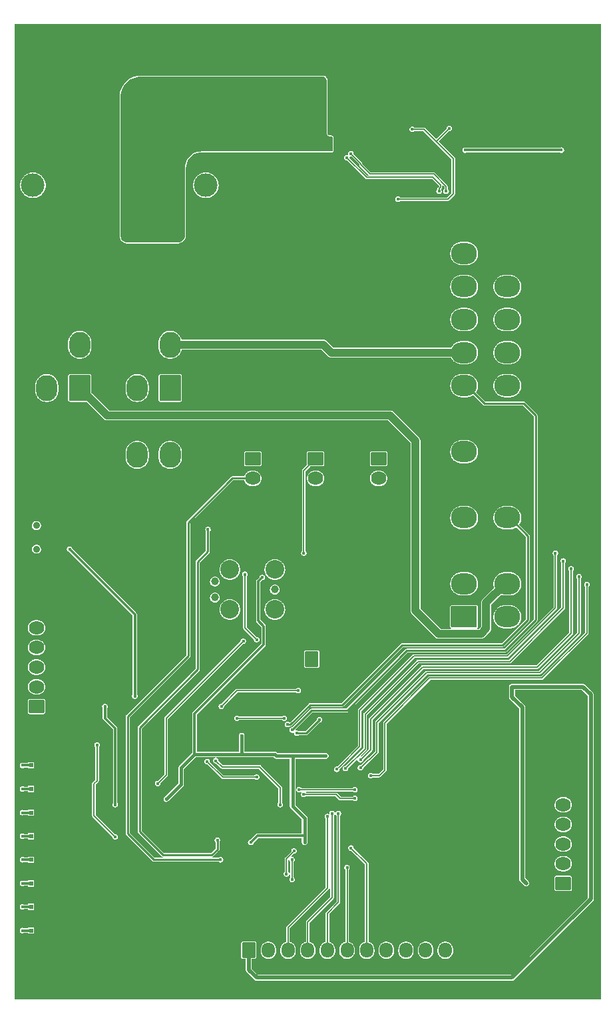
<source format=gbl>
%FSLAX23Y23*%
%MOIN*%
%SFA1B1*%

%IPPOS*%
%AMD116*
4,1,8,-0.048400,-0.065000,0.048400,-0.065000,0.053100,-0.060200,0.053100,0.060200,0.048400,0.065000,-0.048400,0.065000,-0.053100,0.060200,-0.053100,-0.060200,-0.048400,-0.065000,0.0*
1,1,0.009560,-0.048400,-0.060200*
1,1,0.009560,0.048400,-0.060200*
1,1,0.009560,0.048400,0.060200*
1,1,0.009560,-0.048400,0.060200*
%
%AMD117*
4,1,8,0.000000,-0.065000,0.000000,-0.065000,0.053100,-0.011800,0.053100,0.011800,0.000000,0.065000,0.000000,0.065000,-0.053100,0.011800,-0.053100,-0.011800,0.000000,-0.065000,0.0*
1,1,0.106300,0.000000,-0.011800*
1,1,0.106300,0.000000,-0.011800*
1,1,0.106300,0.000000,0.011800*
1,1,0.106300,0.000000,0.011800*
%
%AMD118*
4,1,8,0.038400,-0.028400,0.038400,0.028400,0.033400,0.033500,-0.033400,0.033500,-0.038400,0.028400,-0.038400,-0.028400,-0.033400,-0.033500,0.033400,-0.033500,0.038400,-0.028400,0.0*
1,1,0.010040,0.033400,-0.028400*
1,1,0.010040,0.033400,0.028400*
1,1,0.010040,-0.033400,0.028400*
1,1,0.010040,-0.033400,-0.028400*
%
%AMD119*
4,1,8,0.038400,0.000000,0.038400,0.000000,0.004900,0.033500,-0.004900,0.033500,-0.038400,0.000000,-0.038400,0.000000,-0.004900,-0.033500,0.004900,-0.033500,0.038400,0.000000,0.0*
1,1,0.066940,0.004900,0.000000*
1,1,0.066940,0.004900,0.000000*
1,1,0.066940,-0.004900,0.000000*
1,1,0.066940,-0.004900,0.000000*
%
%AMD120*
4,1,8,0.000000,0.039400,0.000000,0.039400,-0.033500,0.005900,-0.033500,-0.005900,0.000000,-0.039400,0.000000,-0.039400,0.033500,-0.005900,0.033500,0.005900,0.000000,0.039400,0.0*
1,1,0.066940,0.000000,0.005900*
1,1,0.066940,0.000000,0.005900*
1,1,0.066940,0.000000,-0.005900*
1,1,0.066940,0.000000,-0.005900*
%
%AMD121*
4,1,8,0.028400,0.039400,-0.028400,0.039400,-0.033500,0.034300,-0.033500,-0.034300,-0.028400,-0.039400,0.028400,-0.039400,0.033500,-0.034300,0.033500,0.034300,0.028400,0.039400,0.0*
1,1,0.010040,0.028400,0.034300*
1,1,0.010040,-0.028400,0.034300*
1,1,0.010040,-0.028400,-0.034300*
1,1,0.010040,0.028400,-0.034300*
%
%AMD123*
4,1,8,0.000000,0.038400,0.000000,0.038400,-0.033500,0.004900,-0.033500,-0.004900,0.000000,-0.038400,0.000000,-0.038400,0.033500,-0.004900,0.033500,0.004900,0.000000,0.038400,0.0*
1,1,0.066940,0.000000,0.004900*
1,1,0.066940,0.000000,0.004900*
1,1,0.066940,0.000000,-0.004900*
1,1,0.066940,0.000000,-0.004900*
%
%AMD124*
4,1,8,0.028400,0.038400,-0.028400,0.038400,-0.033500,0.033400,-0.033500,-0.033400,-0.028400,-0.038400,0.028400,-0.038400,0.033500,-0.033400,0.033500,0.033400,0.028400,0.038400,0.0*
1,1,0.010040,0.028400,0.033400*
1,1,0.010040,-0.028400,0.033400*
1,1,0.010040,-0.028400,-0.033400*
1,1,0.010040,0.028400,-0.033400*
%
%AMD128*
4,1,8,-0.065000,0.048400,-0.065000,-0.048400,-0.060200,-0.053100,0.060200,-0.053100,0.065000,-0.048400,0.065000,0.048400,0.060200,0.053100,-0.060200,0.053100,-0.065000,0.048400,0.0*
1,1,0.009560,-0.060200,0.048400*
1,1,0.009560,-0.060200,-0.048400*
1,1,0.009560,0.060200,-0.048400*
1,1,0.009560,0.060200,0.048400*
%
%AMD129*
4,1,8,-0.065000,0.000000,-0.065000,0.000000,-0.011800,-0.053100,0.011800,-0.053100,0.065000,0.000000,0.065000,0.000000,0.011800,0.053100,-0.011800,0.053100,-0.065000,0.000000,0.0*
1,1,0.106300,-0.011800,0.000000*
1,1,0.106300,-0.011800,0.000000*
1,1,0.106300,0.011800,0.000000*
1,1,0.106300,0.011800,0.000000*
%
%ADD13C,0.011810*%
%ADD14C,0.007870*%
%ADD37R,0.020000X0.022000*%
%ADD108C,0.005910*%
%ADD109C,0.009840*%
%ADD110C,0.017720*%
%ADD111C,0.008660*%
%ADD112C,0.039370*%
%ADD113C,0.019680*%
G04~CAMADD=116~8~0.0~0.0~1063.0~1299.2~47.8~0.0~15~0.0~0.0~0.0~0.0~0~0.0~0.0~0.0~0.0~0~0.0~0.0~0.0~180.0~1063.0~1299.0*
%ADD116D116*%
G04~CAMADD=117~8~0.0~0.0~1063.0~1299.2~531.5~0.0~15~0.0~0.0~0.0~0.0~0~0.0~0.0~0.0~0.0~0~0.0~0.0~0.0~180.0~1064.0~1299.0*
%ADD117D117*%
G04~CAMADD=118~8~0.0~0.0~669.3~767.7~50.2~0.0~15~0.0~0.0~0.0~0.0~0~0.0~0.0~0.0~0.0~0~0.0~0.0~0.0~270.0~768.0~670.0*
%ADD118D118*%
G04~CAMADD=119~8~0.0~0.0~669.3~767.7~334.7~0.0~15~0.0~0.0~0.0~0.0~0~0.0~0.0~0.0~0.0~0~0.0~0.0~0.0~270.0~768.0~670.0*
%ADD119D119*%
G04~CAMADD=120~8~0.0~0.0~669.3~787.4~334.7~0.0~15~0.0~0.0~0.0~0.0~0~0.0~0.0~0.0~0.0~0~0.0~0.0~0.0~0.0~669.3~787.4*
%ADD120D120*%
G04~CAMADD=121~8~0.0~0.0~669.3~787.4~50.2~0.0~15~0.0~0.0~0.0~0.0~0~0.0~0.0~0.0~0.0~0~0.0~0.0~0.0~0.0~669.3~787.4*
%ADD121D121*%
%ADD122C,0.035430*%
G04~CAMADD=123~8~0.0~0.0~669.3~767.7~334.7~0.0~15~0.0~0.0~0.0~0.0~0~0.0~0.0~0.0~0.0~0~0.0~0.0~0.0~0.0~669.3~767.7*
%ADD123D123*%
G04~CAMADD=124~8~0.0~0.0~669.3~767.7~50.2~0.0~15~0.0~0.0~0.0~0.0~0~0.0~0.0~0.0~0.0~0~0.0~0.0~0.0~0.0~669.3~767.7*
%ADD124D124*%
%ADD125C,0.039000*%
%ADD126C,0.093500*%
%ADD127C,0.224410*%
G04~CAMADD=128~8~0.0~0.0~1063.0~1299.2~47.8~0.0~15~0.0~0.0~0.0~0.0~0~0.0~0.0~0.0~0.0~0~0.0~0.0~0.0~90.0~1300.0~1062.0*
%ADD128D128*%
G04~CAMADD=129~8~0.0~0.0~1063.0~1299.2~531.5~0.0~15~0.0~0.0~0.0~0.0~0~0.0~0.0~0.0~0.0~0~0.0~0.0~0.0~90.0~1300.0~1063.0*
%ADD129D129*%
%ADD130C,0.118110*%
%ADD131C,0.017720*%
%ADD132C,0.018900*%
%LNbenchypowersupplypcb-1*%
%LPD*%
G36*
X3140Y323D02*
X205D01*
Y5207*
X3140*
Y323*
G37*
%LNbenchypowersupplypcb-2*%
%LPC*%
G36*
X834Y4949D02*
X834Y4949D01*
X834Y4949*
X823Y4948*
X822Y4948*
X803Y4943*
X802Y4943*
X783Y4934*
X782Y4934*
X766Y4922*
X765Y4921*
X752Y4906*
X751Y4905*
X741Y4888*
X740Y4887*
X733Y4868*
X733Y4867*
X730Y4847*
X730Y4846*
X730Y4836*
Y4149*
Y4149*
Y4145*
X730Y4144*
X732Y4137*
X732Y4136*
X735Y4130*
X735Y4129*
X739Y4123*
X740Y4122*
X745Y4117*
X745Y4117*
X751Y4113*
X752Y4112*
X759Y4110*
X759Y4110*
X766Y4108*
X767Y4108*
X771*
X1019*
X1019Y4108*
X1019Y4108*
X1024Y4108*
X1024Y4108*
X1025Y4108*
X1031Y4110*
X1032Y4110*
X1039Y4113*
X1040Y4113*
Y4113*
X1047Y4118*
X1047Y4118*
X1053Y4124*
X1054Y4125*
X1058Y4131*
X1058Y4132*
X1061Y4139*
X1062Y4140*
X1063Y4148*
X1063Y4149*
Y4152*
Y4487*
X1064Y4495*
X1067Y4510*
X1072Y4524*
X1081Y4536*
X1092Y4547*
X1104Y4556*
X1118Y4561*
X1133Y4564*
X1141Y4565*
X1790*
X1792*
X1793Y4565*
X1794Y4565*
X1797Y4566*
X1798Y4567*
X1798Y4567*
X1799Y4567*
X1801Y4570*
X1801Y4570*
X1802Y4571*
X1803Y4574*
X1803Y4575*
X1803Y4576*
Y4578*
Y4632*
Y4637*
X1803Y4637*
X1803Y4637*
X1803Y4637*
X1803Y4638*
X1803Y4638*
X1803Y4638*
X1802Y4643*
X1802Y4643*
X1802Y4643*
X1802Y4643*
X1802Y4643*
X1801Y4644*
X1801Y4644*
X1801Y4644*
X1801Y4644*
X1801Y4645*
X1801Y4645*
X1799Y4647*
X1798Y4648*
X1797Y4648*
X1794Y4649*
X1793Y4650*
X1792Y4650*
X1790*
X1783*
X1781Y4650*
X1777Y4651*
X1774Y4654*
X1772Y4658*
X1772Y4661*
Y4920*
X1772Y4924*
X1772Y4925*
X1773Y4925*
X1772Y4925*
Y4925*
X1772Y4926*
X1772Y4926*
X1771Y4933*
X1771Y4934*
X1770Y4935*
X1766Y4941*
X1765Y4942*
X1764Y4943*
X1758Y4947*
X1757Y4948*
X1756Y4948*
X1752Y4949*
X1752*
X1752Y4949*
X1751Y4949*
X1751*
X834*
G37*
G36*
X2382Y4698D02*
X2380D01*
X2379Y4698*
X2377Y4698*
X2375Y4697*
X2374Y4696*
X2372Y4695*
X2371Y4694*
X2370Y4692*
X2369Y4691*
X2368Y4689*
X2368Y4687*
X2368Y4685*
Y4684*
X2368Y4683*
X2316Y4632*
X2262Y4686*
X2261Y4687*
X2260Y4688*
X2259Y4689*
X2257Y4689*
X2256Y4689*
X2207*
X2206Y4689*
X2205Y4690*
X2204Y4692*
X2202Y4692*
X2200Y4693*
X2199Y4694*
X2197Y4694*
X2195*
X2193Y4694*
X2192Y4693*
X2190Y4692*
X2188Y4692*
X2187Y4690*
X2186Y4689*
X2184Y4688*
X2184Y4686*
X2183Y4684*
X2182Y4683*
X2182Y4681*
Y4679*
X2182Y4677*
X2183Y4676*
X2184Y4674*
X2184Y4672*
X2186Y4671*
X2187Y4670*
X2188Y4668*
X2190Y4668*
X2192Y4667*
X2193Y4666*
X2195Y4666*
X2197*
X2199Y4666*
X2200Y4667*
X2202Y4668*
X2204Y4668*
X2205Y4670*
X2206Y4671*
X2207Y4671*
X2252*
X2308Y4615*
X2392Y4531*
Y4361*
X2370Y4339*
X2136*
X2136Y4339*
X2135Y4341*
X2133Y4342*
X2132Y4343*
X2130Y4343*
X2128Y4344*
X2126Y4344*
X2125*
X2123Y4344*
X2121Y4343*
X2119Y4343*
X2118Y4342*
X2116Y4341*
X2115Y4339*
X2114Y4338*
X2113Y4336*
X2112Y4335*
X2112Y4333*
X2112Y4331*
Y4329*
X2112Y4328*
X2112Y4326*
X2113Y4324*
X2114Y4322*
X2115Y4321*
X2116Y4320*
X2118Y4319*
X2119Y4318*
X2121Y4317*
X2123Y4317*
X2125Y4316*
X2126*
X2128Y4317*
X2130Y4317*
X2132Y4318*
X2133Y4319*
X2135Y4320*
X2136Y4321*
X2136Y4321*
X2374*
X2375Y4321*
X2376Y4322*
X2378Y4322*
X2379Y4323*
X2380Y4324*
X2407Y4351*
X2408Y4353*
X2409Y4354*
X2410Y4355*
X2410Y4356*
X2410Y4358*
Y4535*
X2410Y4536*
X2410Y4538*
X2409Y4539*
X2408Y4540*
X2407Y4541*
X2329Y4620*
X2380Y4671*
X2380Y4671*
X2382*
X2384Y4671*
X2386Y4671*
X2388Y4672*
X2389Y4673*
X2391Y4674*
X2392Y4675*
X2393Y4677*
X2394Y4678*
X2395Y4680*
X2395Y4682*
X2395Y4684*
Y4685*
X2395Y4687*
X2395Y4689*
X2394Y4691*
X2393Y4692*
X2392Y4694*
X2391Y4695*
X2389Y4696*
X2388Y4697*
X2386Y4698*
X2384Y4698*
X2382Y4698*
G37*
G36*
X2944Y4590D02*
X2942D01*
X2940Y4589*
X2939Y4589*
X2937Y4588*
X2935Y4587*
X2935Y4587*
X2469*
X2468Y4587*
X2467Y4588*
X2465Y4589*
X2463Y4589*
X2462Y4590*
X2460*
X2458Y4589*
X2456Y4589*
X2455Y4588*
X2453Y4587*
X2452Y4586*
X2450Y4585*
X2449Y4583*
X2448Y4582*
X2448Y4580*
X2447Y4578*
X2447Y4577*
Y4575*
X2447Y4573*
X2448Y4571*
X2448Y4570*
X2449Y4568*
X2450Y4567*
X2452Y4565*
X2453Y4564*
X2455Y4563*
X2456Y4563*
X2458Y4562*
X2460Y4562*
X2462*
X2463Y4562*
X2465Y4563*
X2467Y4563*
X2468Y4564*
X2469Y4565*
X2935*
X2935Y4564*
X2937Y4563*
X2939Y4563*
X2940Y4562*
X2942Y4562*
X2944*
X2946Y4562*
X2947Y4563*
X2949Y4563*
X2951Y4564*
X2952Y4565*
X2953Y4567*
X2955Y4568*
X2955Y4570*
X2956Y4571*
X2957Y4573*
X2957Y4575*
Y4577*
X2957Y4578*
X2956Y4580*
X2955Y4582*
X2955Y4583*
X2953Y4585*
X2952Y4586*
X2951Y4587*
X2949Y4588*
X2947Y4589*
X2946Y4589*
X2944Y4590*
G37*
G36*
X1890Y4572D02*
X1888D01*
X1887Y4572*
X1885Y4572*
X1883Y4571*
X1882Y4570*
X1880Y4569*
X1879Y4568*
X1878Y4566*
X1877Y4565*
X1876Y4563*
X1876Y4561*
X1875Y4559*
Y4558*
X1876Y4556*
X1876Y4554*
X1876Y4554*
X1873Y4551*
X1873Y4551*
X1871Y4551*
X1870Y4552*
X1868*
X1866Y4551*
X1864Y4551*
X1863Y4550*
X1861Y4549*
X1860Y4548*
X1858Y4547*
X1857Y4545*
X1856Y4544*
X1856Y4542*
X1855Y4540*
X1855Y4539*
Y4537*
X1855Y4535*
X1856Y4533*
X1856Y4532*
X1857Y4530*
X1858Y4529*
X1860Y4527*
X1861Y4526*
X1863Y4525*
X1864Y4525*
X1866Y4524*
X1868Y4524*
X1870*
X1871Y4524*
X1961Y4434*
X1962Y4433*
X1964Y4432*
X1965Y4432*
X1967Y4432*
X2295*
X2330Y4397*
Y4394*
X2325Y4388*
X2324Y4387*
X2323Y4386*
X2322Y4384*
X2322Y4383*
Y4381*
X2321Y4380*
X2320Y4379*
X2319Y4377*
X2318Y4376*
X2317Y4374*
X2317Y4372*
X2316Y4370*
Y4369*
X2317Y4367*
X2317Y4365*
X2318Y4363*
X2319Y4362*
X2320Y4360*
X2321Y4359*
X2322Y4358*
X2324Y4357*
X2326Y4356*
X2328Y4356*
X2329Y4356*
X2331*
X2333Y4356*
X2335Y4356*
X2336Y4357*
X2338Y4358*
X2339Y4359*
X2341Y4360*
X2342Y4362*
X2343Y4363*
X2343Y4365*
X2344Y4367*
X2344Y4369*
Y4370*
X2344Y4372*
X2343Y4374*
X2343Y4376*
X2342Y4377*
X2341Y4379*
X2342Y4383*
X2343Y4385*
X2344Y4386*
X2345Y4387*
X2346Y4389*
X2346Y4390*
Y4398*
X2350Y4400*
X2358Y4392*
Y4381*
X2356Y4380*
X2355Y4379*
X2354Y4377*
X2353Y4376*
X2352Y4374*
X2352Y4372*
X2352Y4370*
Y4369*
X2352Y4367*
X2352Y4365*
X2353Y4363*
X2354Y4362*
X2355Y4360*
X2356Y4359*
X2358Y4358*
X2360Y4357*
X2361Y4356*
X2363Y4356*
X2365Y4356*
X2367*
X2368Y4356*
X2370Y4356*
X2372Y4357*
X2373Y4358*
X2375Y4359*
X2376Y4360*
X2377Y4362*
X2378Y4363*
X2379Y4365*
X2379Y4367*
X2380Y4369*
Y4370*
X2379Y4372*
X2379Y4374*
X2378Y4376*
X2377Y4377*
X2376Y4379*
X2375Y4380*
X2374Y4381*
Y4395*
X2373Y4396*
X2373Y4398*
X2372Y4399*
X2371Y4400*
X2311Y4461*
X2309Y4462*
X2308Y4463*
X2306Y4463*
X2305Y4464*
X1989*
X1946Y4506*
Y4509*
X1946Y4511*
X1946Y4512*
X1945Y4514*
X1944Y4515*
X1903Y4556*
X1903Y4558*
Y4559*
X1903Y4561*
X1902Y4563*
X1902Y4565*
X1901Y4566*
X1900Y4568*
X1898Y4569*
X1897Y4570*
X1895Y4571*
X1894Y4572*
X1892Y4572*
X1890Y4572*
G37*
G36*
X1165Y4464D02*
X1160D01*
X1156Y4464*
X1152Y4463*
X1148Y4463*
X1144Y4461*
X1140Y4460*
X1136Y4458*
X1132Y4457*
X1129Y4455*
X1125Y4452*
X1122Y4450*
X1119Y4447*
X1116Y4444*
X1113Y4441*
X1110Y4437*
X1108Y4434*
X1106Y4430*
X1104Y4427*
X1103Y4423*
X1101Y4419*
X1100Y4415*
X1099Y4411*
X1099Y4406*
X1098Y4402*
Y4398*
X1099Y4394*
X1099Y4390*
X1100Y4386*
X1101Y4381*
X1103Y4378*
X1104Y4374*
X1106Y4370*
X1108Y4366*
X1110Y4363*
X1113Y4359*
X1116Y4356*
X1119Y4353*
X1122Y4351*
X1125Y4348*
X1129Y4346*
X1132Y4344*
X1136Y4342*
X1140Y4340*
X1144Y4339*
X1148Y4338*
X1152Y4337*
X1156Y4336*
X1160Y4336*
X1165*
X1169Y4336*
X1173Y4337*
X1177Y4338*
X1181Y4339*
X1185Y4340*
X1189Y4342*
X1193Y4344*
X1196Y4346*
X1200Y4348*
X1203Y4351*
X1206Y4353*
X1209Y4356*
X1212Y4359*
X1215Y4363*
X1217Y4366*
X1219Y4370*
X1221Y4374*
X1223Y4378*
X1224Y4381*
X1225Y4386*
X1226Y4390*
X1226Y4394*
X1227Y4398*
Y4402*
X1226Y4406*
X1226Y4411*
X1225Y4415*
X1224Y4419*
X1223Y4423*
X1221Y4427*
X1219Y4430*
X1217Y4434*
X1215Y4437*
X1212Y4441*
X1209Y4444*
X1206Y4447*
X1203Y4450*
X1200Y4452*
X1196Y4455*
X1193Y4457*
X1189Y4458*
X1185Y4460*
X1181Y4461*
X1177Y4463*
X1173Y4463*
X1169Y4464*
X1165Y4464*
G37*
G36*
X298D02*
X294D01*
X290Y4464*
X286Y4463*
X282Y4463*
X278Y4461*
X274Y4460*
X270Y4458*
X266Y4457*
X263Y4455*
X259Y4452*
X256Y4450*
X253Y4447*
X250Y4444*
X247Y4441*
X244Y4437*
X242Y4434*
X240Y4430*
X238Y4427*
X236Y4423*
X235Y4419*
X234Y4415*
X233Y4411*
X233Y4406*
X232Y4402*
Y4398*
X233Y4394*
X233Y4390*
X234Y4386*
X235Y4381*
X236Y4378*
X238Y4374*
X240Y4370*
X242Y4366*
X244Y4363*
X247Y4359*
X250Y4356*
X253Y4353*
X256Y4351*
X259Y4348*
X263Y4346*
X266Y4344*
X270Y4342*
X274Y4340*
X278Y4339*
X282Y4338*
X286Y4337*
X290Y4336*
X294Y4336*
X298*
X303Y4336*
X307Y4337*
X311Y4338*
X315Y4339*
X319Y4340*
X323Y4342*
X327Y4344*
X330Y4346*
X334Y4348*
X337Y4351*
X340Y4353*
X343Y4356*
X346Y4359*
X348Y4363*
X351Y4366*
X353Y4370*
X355Y4374*
X356Y4378*
X358Y4381*
X359Y4386*
X360Y4390*
X360Y4394*
X360Y4398*
Y4402*
X360Y4406*
X360Y4411*
X359Y4415*
X358Y4419*
X356Y4423*
X355Y4427*
X353Y4430*
X351Y4434*
X348Y4437*
X346Y4441*
X343Y4444*
X340Y4447*
X337Y4450*
X334Y4452*
X330Y4455*
X327Y4457*
X323Y4458*
X319Y4460*
X315Y4461*
X311Y4463*
X307Y4463*
X303Y4464*
X298Y4464*
G37*
G36*
X2468Y4117D02*
X2444D01*
X2440Y4117*
X2436Y4116*
X2432Y4115*
X2428Y4114*
X2424Y4113*
X2420Y4111*
X2417Y4110*
X2413Y4108*
X2410Y4105*
X2406Y4103*
X2403Y4100*
X2400Y4097*
X2398Y4093*
X2395Y4090*
X2393Y4086*
X2391Y4083*
X2390Y4079*
X2389Y4075*
X2388Y4071*
X2387Y4067*
X2386Y4063*
X2386Y4059*
X2386Y4054*
X2387Y4050*
X2388Y4046*
X2389Y4042*
X2390Y4038*
X2391Y4034*
X2393Y4031*
X2395Y4027*
X2398Y4024*
X2400Y4020*
X2403Y4017*
X2406Y4015*
X2410Y4012*
X2413Y4010*
X2417Y4007*
X2420Y4006*
X2424Y4004*
X2428Y4003*
X2432Y4002*
X2436Y4001*
X2440Y4001*
X2444Y4000*
X2468*
X2472Y4001*
X2476Y4001*
X2480Y4002*
X2484Y4003*
X2488Y4004*
X2492Y4006*
X2496Y4007*
X2499Y4010*
X2503Y4012*
X2506Y4015*
X2509Y4017*
X2512Y4020*
X2515Y4024*
X2517Y4027*
X2519Y4031*
X2521Y4034*
X2523Y4038*
X2524Y4042*
X2525Y4046*
X2526Y4050*
X2526Y4054*
X2526Y4059*
X2526Y4063*
X2526Y4067*
X2525Y4071*
X2524Y4075*
X2523Y4079*
X2521Y4083*
X2519Y4086*
X2517Y4090*
X2515Y4093*
X2512Y4097*
X2509Y4100*
X2506Y4103*
X2503Y4105*
X2499Y4108*
X2496Y4110*
X2492Y4111*
X2488Y4113*
X2484Y4114*
X2480Y4115*
X2476Y4116*
X2472Y4117*
X2468Y4117*
G37*
G36*
X2685Y3951D02*
X2661D01*
X2657Y3951*
X2653Y3951*
X2649Y3950*
X2645Y3949*
X2641Y3948*
X2637Y3946*
X2633Y3944*
X2629Y3942*
X2626Y3940*
X2623Y3937*
X2620Y3934*
X2617Y3931*
X2614Y3928*
X2612Y3925*
X2610Y3921*
X2608Y3917*
X2606Y3914*
X2605Y3910*
X2604Y3906*
X2603Y3901*
X2603Y3897*
X2603Y3893*
X2603Y3889*
X2603Y3885*
X2604Y3881*
X2605Y3877*
X2606Y3873*
X2608Y3869*
X2610Y3865*
X2612Y3862*
X2614Y3858*
X2617Y3855*
X2620Y3852*
X2623Y3849*
X2626Y3847*
X2629Y3844*
X2633Y3842*
X2637Y3840*
X2641Y3839*
X2645Y3837*
X2649Y3836*
X2653Y3836*
X2657Y3835*
X2661Y3835*
X2685*
X2689Y3835*
X2693Y3836*
X2697Y3836*
X2701Y3837*
X2705Y3839*
X2709Y3840*
X2712Y3842*
X2716Y3844*
X2719Y3847*
X2723Y3849*
X2726Y3852*
X2729Y3855*
X2731Y3858*
X2733Y3862*
X2736Y3865*
X2737Y3869*
X2739Y3873*
X2740Y3877*
X2741Y3881*
X2742Y3885*
X2743Y3889*
X2743Y3893*
X2743Y3897*
X2742Y3901*
X2741Y3906*
X2740Y3910*
X2739Y3914*
X2737Y3917*
X2736Y3921*
X2733Y3925*
X2731Y3928*
X2729Y3931*
X2726Y3934*
X2723Y3937*
X2719Y3940*
X2716Y3942*
X2712Y3944*
X2709Y3946*
X2705Y3948*
X2701Y3949*
X2697Y3950*
X2693Y3951*
X2689Y3951*
X2685Y3951*
G37*
G36*
X2468D02*
X2444D01*
X2440Y3951*
X2436Y3951*
X2432Y3950*
X2428Y3949*
X2424Y3948*
X2420Y3946*
X2417Y3944*
X2413Y3942*
X2410Y3940*
X2406Y3937*
X2403Y3934*
X2400Y3931*
X2398Y3928*
X2395Y3925*
X2393Y3921*
X2391Y3917*
X2390Y3914*
X2389Y3910*
X2388Y3906*
X2387Y3901*
X2386Y3897*
X2386Y3893*
X2386Y3889*
X2387Y3885*
X2388Y3881*
X2389Y3877*
X2390Y3873*
X2391Y3869*
X2393Y3865*
X2395Y3862*
X2398Y3858*
X2400Y3855*
X2403Y3852*
X2406Y3849*
X2410Y3847*
X2413Y3844*
X2417Y3842*
X2420Y3840*
X2424Y3839*
X2428Y3837*
X2432Y3836*
X2436Y3836*
X2440Y3835*
X2444Y3835*
X2468*
X2472Y3835*
X2476Y3836*
X2480Y3836*
X2484Y3837*
X2488Y3839*
X2492Y3840*
X2496Y3842*
X2499Y3844*
X2503Y3847*
X2506Y3849*
X2509Y3852*
X2512Y3855*
X2515Y3858*
X2517Y3862*
X2519Y3865*
X2521Y3869*
X2523Y3873*
X2524Y3877*
X2525Y3881*
X2526Y3885*
X2526Y3889*
X2526Y3893*
X2526Y3897*
X2526Y3901*
X2525Y3906*
X2524Y3910*
X2523Y3914*
X2521Y3917*
X2519Y3921*
X2517Y3925*
X2515Y3928*
X2512Y3931*
X2509Y3934*
X2506Y3937*
X2503Y3940*
X2499Y3942*
X2496Y3944*
X2492Y3946*
X2488Y3948*
X2484Y3949*
X2480Y3950*
X2476Y3951*
X2472Y3951*
X2468Y3951*
G37*
G36*
X2685Y3786D02*
X2661D01*
X2657Y3786*
X2653Y3785*
X2649Y3785*
X2645Y3784*
X2641Y3782*
X2637Y3781*
X2633Y3779*
X2629Y3777*
X2626Y3774*
X2623Y3772*
X2620Y3769*
X2617Y3766*
X2614Y3763*
X2612Y3759*
X2610Y3756*
X2608Y3752*
X2606Y3748*
X2605Y3744*
X2604Y3740*
X2603Y3736*
X2603Y3732*
X2603Y3728*
X2603Y3724*
X2603Y3720*
X2604Y3715*
X2605Y3711*
X2606Y3708*
X2608Y3704*
X2610Y3700*
X2612Y3696*
X2614Y3693*
X2617Y3690*
X2620Y3687*
X2623Y3684*
X2626Y3681*
X2629Y3679*
X2633Y3677*
X2637Y3675*
X2641Y3673*
X2645Y3672*
X2649Y3671*
X2653Y3670*
X2657Y3670*
X2661Y3670*
X2685*
X2689Y3670*
X2693Y3670*
X2697Y3671*
X2701Y3672*
X2705Y3673*
X2709Y3675*
X2712Y3677*
X2716Y3679*
X2719Y3681*
X2723Y3684*
X2726Y3687*
X2729Y3690*
X2731Y3693*
X2733Y3696*
X2736Y3700*
X2737Y3704*
X2739Y3708*
X2740Y3711*
X2741Y3715*
X2742Y3720*
X2743Y3724*
X2743Y3728*
X2743Y3732*
X2742Y3736*
X2741Y3740*
X2740Y3744*
X2739Y3748*
X2737Y3752*
X2736Y3756*
X2733Y3759*
X2731Y3763*
X2729Y3766*
X2726Y3769*
X2723Y3772*
X2719Y3774*
X2716Y3777*
X2712Y3779*
X2709Y3781*
X2705Y3782*
X2701Y3784*
X2697Y3785*
X2693Y3785*
X2689Y3786*
X2685Y3786*
G37*
G36*
X2468D02*
X2444D01*
X2440Y3786*
X2436Y3785*
X2432Y3785*
X2428Y3784*
X2424Y3782*
X2420Y3781*
X2417Y3779*
X2413Y3777*
X2410Y3774*
X2406Y3772*
X2403Y3769*
X2400Y3766*
X2398Y3763*
X2395Y3759*
X2393Y3756*
X2391Y3752*
X2390Y3748*
X2389Y3744*
X2388Y3740*
X2387Y3736*
X2386Y3732*
X2386Y3728*
X2386Y3724*
X2387Y3720*
X2388Y3715*
X2389Y3711*
X2390Y3708*
X2391Y3704*
X2393Y3700*
X2395Y3696*
X2398Y3693*
X2400Y3690*
X2403Y3687*
X2406Y3684*
X2410Y3681*
X2413Y3679*
X2417Y3677*
X2420Y3675*
X2424Y3673*
X2428Y3672*
X2432Y3671*
X2436Y3670*
X2440Y3670*
X2444Y3670*
X2468*
X2472Y3670*
X2476Y3670*
X2480Y3671*
X2484Y3672*
X2488Y3673*
X2492Y3675*
X2496Y3677*
X2499Y3679*
X2503Y3681*
X2506Y3684*
X2509Y3687*
X2512Y3690*
X2515Y3693*
X2517Y3696*
X2519Y3700*
X2521Y3704*
X2523Y3708*
X2524Y3711*
X2525Y3715*
X2526Y3720*
X2526Y3724*
X2526Y3728*
X2526Y3732*
X2526Y3736*
X2525Y3740*
X2524Y3744*
X2523Y3748*
X2521Y3752*
X2519Y3756*
X2517Y3759*
X2515Y3763*
X2512Y3766*
X2509Y3769*
X2506Y3772*
X2503Y3774*
X2499Y3777*
X2496Y3779*
X2492Y3781*
X2488Y3782*
X2484Y3784*
X2480Y3785*
X2476Y3785*
X2472Y3786*
X2468Y3786*
G37*
G36*
X531Y3672D02*
X527Y3672D01*
X523Y3671*
X519Y3671*
X515Y3670*
X511Y3668*
X507Y3667*
X503Y3665*
X500Y3663*
X496Y3660*
X493Y3658*
X490Y3655*
X487Y3652*
X484Y3649*
X482Y3645*
X480Y3642*
X478Y3638*
X476Y3634*
X475Y3630*
X474Y3626*
X473Y3622*
X473Y3618*
X473Y3614*
Y3590*
X473Y3586*
X473Y3582*
X474Y3578*
X475Y3574*
X476Y3570*
X478Y3566*
X480Y3562*
X482Y3559*
X484Y3555*
X487Y3552*
X490Y3549*
X493Y3546*
X496Y3543*
X500Y3541*
X503Y3539*
X507Y3537*
X511Y3536*
X515Y3534*
X519Y3533*
X523Y3532*
X527Y3532*
X531Y3532*
X535Y3532*
X539Y3532*
X543Y3533*
X547Y3534*
X551Y3536*
X555Y3537*
X559Y3539*
X562Y3541*
X566Y3543*
X569Y3546*
X572Y3549*
X575Y3552*
X578Y3555*
X580Y3559*
X582Y3562*
X584Y3566*
X586Y3570*
X587Y3574*
X588Y3578*
X589Y3582*
X589Y3586*
X589Y3590*
Y3614*
X589Y3618*
X589Y3622*
X588Y3626*
X587Y3630*
X586Y3634*
X584Y3638*
X582Y3642*
X580Y3645*
X578Y3649*
X575Y3652*
X572Y3655*
X569Y3658*
X566Y3660*
X562Y3663*
X559Y3665*
X555Y3667*
X551Y3668*
X547Y3670*
X543Y3671*
X539Y3671*
X535Y3672*
X531Y3672*
G37*
G36*
X2685Y3621D02*
X2661D01*
X2657Y3621*
X2653Y3620*
X2649Y3619*
X2645Y3618*
X2641Y3617*
X2637Y3615*
X2633Y3614*
X2629Y3611*
X2626Y3609*
X2623Y3606*
X2620Y3604*
X2617Y3601*
X2614Y3597*
X2612Y3594*
X2610Y3590*
X2608Y3587*
X2606Y3583*
X2605Y3579*
X2604Y3575*
X2603Y3571*
X2603Y3567*
X2603Y3562*
X2603Y3558*
X2603Y3554*
X2604Y3550*
X2605Y3546*
X2606Y3542*
X2608Y3538*
X2610Y3535*
X2612Y3531*
X2614Y3528*
X2617Y3524*
X2620Y3521*
X2623Y3519*
X2626Y3516*
X2629Y3514*
X2633Y3511*
X2637Y3510*
X2641Y3508*
X2645Y3507*
X2649Y3506*
X2653Y3505*
X2657Y3504*
X2661Y3504*
X2685*
X2689Y3504*
X2693Y3505*
X2697Y3506*
X2701Y3507*
X2705Y3508*
X2709Y3510*
X2712Y3511*
X2716Y3514*
X2719Y3516*
X2723Y3519*
X2726Y3521*
X2729Y3524*
X2731Y3528*
X2733Y3531*
X2736Y3535*
X2737Y3538*
X2739Y3542*
X2740Y3546*
X2741Y3550*
X2742Y3554*
X2743Y3558*
X2743Y3562*
X2743Y3567*
X2742Y3571*
X2741Y3575*
X2740Y3579*
X2739Y3583*
X2737Y3587*
X2736Y3590*
X2733Y3594*
X2731Y3597*
X2729Y3601*
X2726Y3604*
X2723Y3606*
X2719Y3609*
X2716Y3611*
X2712Y3614*
X2709Y3615*
X2705Y3617*
X2701Y3618*
X2697Y3619*
X2693Y3620*
X2689Y3621*
X2685Y3621*
G37*
G36*
X984Y3672D02*
X980Y3672D01*
X975Y3671*
X971Y3671*
X967Y3670*
X963Y3668*
X960Y3667*
X956Y3665*
X952Y3663*
X949Y3660*
X946Y3658*
X943Y3655*
X940Y3652*
X937Y3649*
X935Y3645*
X933Y3642*
X931Y3638*
X929Y3634*
X928Y3630*
X927Y3626*
X926Y3622*
X926Y3618*
X926Y3614*
Y3590*
X926Y3586*
X926Y3582*
X927Y3578*
X928Y3574*
X929Y3570*
X931Y3566*
X933Y3562*
X935Y3559*
X937Y3555*
X940Y3552*
X943Y3549*
X946Y3546*
X949Y3543*
X952Y3541*
X956Y3539*
X960Y3537*
X963Y3536*
X967Y3534*
X971Y3533*
X975Y3532*
X980Y3532*
X984Y3532*
X988Y3532*
X992Y3532*
X996Y3533*
X1000Y3534*
X1004Y3536*
X1008Y3537*
X1012Y3539*
X1015Y3541*
X1019Y3543*
X1022Y3546*
X1025Y3549*
X1028Y3552*
X1030Y3555*
X1033Y3559*
X1035Y3562*
X1037Y3566*
X1038Y3570*
X1040Y3574*
X1040Y3577*
X1741*
X1773Y3545*
X1775Y3543*
X1778Y3542*
X1780Y3540*
X1783Y3539*
X1785Y3538*
X1788Y3538*
X1791Y3538*
X2392*
X2393Y3535*
X2395Y3531*
X2398Y3528*
X2400Y3524*
X2403Y3521*
X2406Y3519*
X2410Y3516*
X2413Y3514*
X2417Y3511*
X2420Y3510*
X2424Y3508*
X2428Y3507*
X2432Y3506*
X2436Y3505*
X2440Y3504*
X2444Y3504*
X2468*
X2472Y3504*
X2476Y3505*
X2480Y3506*
X2484Y3507*
X2488Y3508*
X2492Y3510*
X2496Y3511*
X2499Y3514*
X2503Y3516*
X2506Y3519*
X2509Y3521*
X2512Y3524*
X2515Y3528*
X2517Y3531*
X2519Y3535*
X2521Y3538*
X2523Y3542*
X2524Y3546*
X2525Y3550*
X2526Y3554*
X2526Y3558*
X2526Y3562*
X2526Y3567*
X2526Y3571*
X2525Y3575*
X2524Y3579*
X2523Y3583*
X2521Y3587*
X2519Y3590*
X2517Y3594*
X2515Y3597*
X2512Y3601*
X2509Y3604*
X2506Y3606*
X2503Y3609*
X2499Y3611*
X2496Y3614*
X2492Y3615*
X2488Y3617*
X2484Y3618*
X2480Y3619*
X2476Y3620*
X2472Y3621*
X2468Y3621*
X2444*
X2440Y3621*
X2436Y3620*
X2432Y3619*
X2428Y3618*
X2424Y3617*
X2420Y3615*
X2417Y3614*
X2413Y3611*
X2410Y3609*
X2406Y3606*
X2403Y3604*
X2400Y3601*
X2398Y3597*
X2395Y3594*
X2393Y3590*
X2392Y3587*
X1801*
X1769Y3619*
X1767Y3621*
X1765Y3623*
X1762Y3624*
X1760Y3625*
X1757Y3626*
X1754Y3626*
X1751Y3627*
X1040*
X1040Y3630*
X1038Y3634*
X1037Y3638*
X1035Y3642*
X1033Y3645*
X1030Y3649*
X1028Y3652*
X1025Y3655*
X1022Y3658*
X1019Y3660*
X1015Y3663*
X1012Y3665*
X1008Y3667*
X1004Y3668*
X1000Y3670*
X996Y3671*
X992Y3671*
X988Y3672*
X984Y3672*
G37*
G36*
X2685Y3455D02*
X2661D01*
X2657Y3455*
X2653Y3455*
X2649Y3454*
X2645Y3453*
X2641Y3452*
X2637Y3450*
X2633Y3448*
X2629Y3446*
X2626Y3444*
X2623Y3441*
X2620Y3438*
X2617Y3435*
X2614Y3432*
X2612Y3429*
X2610Y3425*
X2608Y3421*
X2606Y3417*
X2605Y3414*
X2604Y3410*
X2603Y3405*
X2603Y3401*
X2603Y3397*
X2603Y3393*
X2603Y3389*
X2604Y3385*
X2605Y3381*
X2606Y3377*
X2608Y3373*
X2610Y3369*
X2612Y3366*
X2614Y3362*
X2617Y3359*
X2620Y3356*
X2623Y3353*
X2626Y3351*
X2629Y3348*
X2633Y3346*
X2637Y3344*
X2641Y3343*
X2645Y3341*
X2649Y3340*
X2653Y3340*
X2657Y3339*
X2661Y3339*
X2685*
X2689Y3339*
X2693Y3340*
X2697Y3340*
X2701Y3341*
X2705Y3343*
X2709Y3344*
X2712Y3346*
X2716Y3348*
X2719Y3351*
X2723Y3353*
X2726Y3356*
X2729Y3359*
X2731Y3362*
X2733Y3366*
X2736Y3369*
X2737Y3373*
X2739Y3377*
X2740Y3381*
X2741Y3385*
X2742Y3389*
X2743Y3393*
X2743Y3397*
X2743Y3401*
X2742Y3405*
X2741Y3410*
X2740Y3414*
X2739Y3417*
X2737Y3421*
X2736Y3425*
X2733Y3429*
X2731Y3432*
X2729Y3435*
X2726Y3438*
X2723Y3441*
X2719Y3444*
X2716Y3446*
X2712Y3448*
X2709Y3450*
X2705Y3452*
X2701Y3453*
X2697Y3454*
X2693Y3455*
X2689Y3455*
X2685Y3455*
G37*
G36*
X1032D02*
X935D01*
X934Y3455*
X932Y3455*
X931Y3454*
X930Y3453*
X928Y3452*
X927Y3451*
X927Y3450*
X926Y3449*
X926Y3447*
X926Y3446*
Y3325*
X926Y3324*
X926Y3322*
X927Y3321*
X927Y3319*
X928Y3318*
X930Y3317*
X931Y3316*
X932Y3316*
X934Y3315*
X935Y3315*
X1032*
X1034Y3315*
X1035Y3316*
X1037Y3316*
X1038Y3317*
X1039Y3318*
X1040Y3319*
X1041Y3321*
X1041Y3322*
X1042Y3324*
X1042Y3325*
Y3446*
X1042Y3447*
X1041Y3449*
X1041Y3450*
X1040Y3451*
X1039Y3452*
X1038Y3453*
X1037Y3454*
X1035Y3455*
X1034Y3455*
X1032Y3455*
G37*
G36*
X366Y3455D02*
X361Y3455D01*
X357Y3455*
X353Y3454*
X349Y3453*
X345Y3452*
X341Y3450*
X338Y3448*
X334Y3446*
X331Y3444*
X328Y3441*
X325Y3438*
X322Y3435*
X319Y3432*
X317Y3429*
X315Y3425*
X313Y3421*
X311Y3417*
X310Y3414*
X309Y3410*
X308Y3405*
X308Y3401*
X307Y3397*
Y3374*
X308Y3369*
X308Y3365*
X309Y3361*
X310Y3357*
X311Y3353*
X313Y3349*
X315Y3346*
X317Y3342*
X319Y3339*
X322Y3335*
X325Y3332*
X328Y3330*
X331Y3327*
X334Y3325*
X338Y3322*
X341Y3321*
X345Y3319*
X349Y3318*
X353Y3317*
X357Y3316*
X361Y3315*
X366Y3315*
X370Y3315*
X374Y3316*
X378Y3317*
X382Y3318*
X386Y3319*
X390Y3321*
X394Y3322*
X397Y3325*
X401Y3327*
X404Y3330*
X407Y3332*
X410Y3335*
X412Y3339*
X415Y3342*
X417Y3346*
X419Y3349*
X420Y3353*
X421Y3357*
X423Y3361*
X423Y3365*
X424Y3369*
X424Y3374*
Y3397*
X424Y3401*
X423Y3405*
X423Y3410*
X421Y3414*
X420Y3417*
X419Y3421*
X417Y3425*
X415Y3429*
X412Y3432*
X410Y3435*
X407Y3438*
X404Y3441*
X401Y3444*
X397Y3446*
X394Y3448*
X390Y3450*
X386Y3452*
X382Y3453*
X378Y3454*
X374Y3455*
X370Y3455*
X366Y3455*
G37*
G36*
X818Y3455D02*
X814Y3455D01*
X810Y3455*
X806Y3454*
X802Y3453*
X798Y3452*
X794Y3450*
X791Y3448*
X787Y3446*
X784Y3444*
X780Y3441*
X777Y3438*
X774Y3435*
X772Y3432*
X769Y3429*
X767Y3425*
X765Y3421*
X764Y3417*
X763Y3414*
X762Y3410*
X761Y3405*
X760Y3401*
X760Y3397*
Y3374*
X760Y3369*
X761Y3365*
X762Y3361*
X763Y3357*
X764Y3353*
X765Y3349*
X767Y3346*
X769Y3342*
X772Y3339*
X774Y3335*
X777Y3332*
X780Y3330*
X784Y3327*
X787Y3325*
X791Y3322*
X794Y3321*
X798Y3319*
X802Y3318*
X806Y3317*
X810Y3316*
X814Y3315*
X818Y3315*
X823Y3315*
X827Y3316*
X831Y3317*
X835Y3318*
X839Y3319*
X843Y3321*
X846Y3322*
X850Y3325*
X853Y3327*
X857Y3330*
X860Y3332*
X862Y3335*
X865Y3339*
X867Y3342*
X869Y3346*
X871Y3349*
X873Y3353*
X874Y3357*
X875Y3361*
X876Y3365*
X876Y3369*
X877Y3374*
Y3397*
X876Y3401*
X876Y3405*
X875Y3410*
X874Y3414*
X873Y3417*
X871Y3421*
X869Y3425*
X867Y3429*
X865Y3432*
X862Y3435*
X860Y3438*
X857Y3441*
X853Y3444*
X850Y3446*
X846Y3448*
X843Y3450*
X839Y3452*
X835Y3453*
X831Y3454*
X827Y3455*
X823Y3455*
X818Y3455*
G37*
G36*
X2468Y3125D02*
X2444D01*
X2440Y3124*
X2436Y3124*
X2432Y3123*
X2428Y3122*
X2424Y3121*
X2420Y3119*
X2417Y3118*
X2413Y3115*
X2410Y3113*
X2406Y3110*
X2403Y3108*
X2400Y3105*
X2398Y3101*
X2395Y3098*
X2393Y3094*
X2391Y3091*
X2390Y3087*
X2389Y3083*
X2388Y3079*
X2387Y3075*
X2386Y3071*
X2386Y3066*
X2386Y3062*
X2387Y3058*
X2388Y3054*
X2389Y3050*
X2390Y3046*
X2391Y3042*
X2393Y3039*
X2395Y3035*
X2398Y3032*
X2400Y3028*
X2403Y3025*
X2406Y3022*
X2410Y3020*
X2413Y3017*
X2417Y3015*
X2420Y3014*
X2424Y3012*
X2428Y3011*
X2432Y3010*
X2436Y3009*
X2440Y3008*
X2444Y3008*
X2468*
X2472Y3008*
X2476Y3009*
X2480Y3010*
X2484Y3011*
X2488Y3012*
X2492Y3014*
X2496Y3015*
X2499Y3017*
X2503Y3020*
X2506Y3022*
X2509Y3025*
X2512Y3028*
X2515Y3032*
X2517Y3035*
X2519Y3039*
X2521Y3042*
X2523Y3046*
X2524Y3050*
X2525Y3054*
X2526Y3058*
X2526Y3062*
X2526Y3066*
X2526Y3071*
X2526Y3075*
X2525Y3079*
X2524Y3083*
X2523Y3087*
X2521Y3091*
X2519Y3094*
X2517Y3098*
X2515Y3101*
X2512Y3105*
X2509Y3108*
X2506Y3110*
X2503Y3113*
X2499Y3115*
X2496Y3118*
X2492Y3119*
X2488Y3121*
X2484Y3122*
X2480Y3123*
X2476Y3124*
X2472Y3124*
X2468Y3125*
G37*
G36*
X2060Y3069D02*
X1994D01*
X1992Y3069*
X1991Y3069*
X1989Y3068*
X1988Y3068*
X1987Y3067*
X1986Y3065*
X1985Y3064*
X1984Y3063*
X1984Y3061*
X1984Y3059*
Y3003*
X1984Y3001*
X1984Y2999*
X1985Y2998*
X1986Y2997*
X1987Y2995*
X1988Y2994*
X1989Y2994*
X1991Y2993*
X1992Y2993*
X1994Y2993*
X2060*
X2062Y2993*
X2064Y2993*
X2065Y2994*
X2066Y2994*
X2068Y2995*
X2069Y2997*
X2069Y2998*
X2070Y2999*
X2070Y3001*
X2070Y3003*
Y3059*
X2070Y3061*
X2070Y3063*
X2069Y3064*
X2069Y3065*
X2068Y3067*
X2066Y3068*
X2065Y3068*
X2064Y3069*
X2062Y3069*
X2060Y3069*
G37*
G36*
X1431D02*
X1364D01*
X1362Y3069*
X1361Y3069*
X1359Y3068*
X1358Y3068*
X1357Y3067*
X1356Y3065*
X1355Y3064*
X1354Y3063*
X1354Y3061*
X1354Y3059*
Y3003*
X1354Y3001*
X1354Y2999*
X1355Y2998*
X1356Y2997*
X1357Y2995*
X1358Y2994*
X1359Y2994*
X1361Y2993*
X1362Y2993*
X1364Y2993*
X1431*
X1432Y2993*
X1434Y2993*
X1435Y2994*
X1436Y2994*
X1438Y2995*
X1439Y2997*
X1439Y2998*
X1440Y2999*
X1440Y3001*
X1441Y3003*
Y3059*
X1440Y3061*
X1440Y3063*
X1439Y3064*
X1439Y3065*
X1438Y3067*
X1436Y3068*
X1435Y3068*
X1434Y3069*
X1432Y3069*
X1431Y3069*
G37*
G36*
X984Y3121D02*
X980Y3121D01*
X975Y3120*
X971Y3119*
X967Y3118*
X963Y3117*
X960Y3115*
X956Y3114*
X952Y3111*
X949Y3109*
X946Y3106*
X943Y3104*
X940Y3101*
X937Y3097*
X935Y3094*
X933Y3090*
X931Y3087*
X929Y3083*
X928Y3079*
X927Y3075*
X926Y3071*
X926Y3067*
X926Y3062*
Y3039*
X926Y3035*
X926Y3031*
X927Y3027*
X928Y3022*
X929Y3019*
X931Y3015*
X933Y3011*
X935Y3007*
X937Y3004*
X940Y3001*
X943Y2998*
X946Y2995*
X949Y2992*
X952Y2990*
X956Y2988*
X960Y2986*
X963Y2984*
X967Y2983*
X971Y2982*
X975Y2981*
X980Y2981*
X984Y2981*
X988Y2981*
X992Y2981*
X996Y2982*
X1000Y2983*
X1004Y2984*
X1008Y2986*
X1012Y2988*
X1015Y2990*
X1019Y2992*
X1022Y2995*
X1025Y2998*
X1028Y3001*
X1030Y3004*
X1033Y3007*
X1035Y3011*
X1037Y3015*
X1038Y3019*
X1040Y3022*
X1041Y3027*
X1041Y3031*
X1042Y3035*
X1042Y3039*
Y3062*
X1042Y3067*
X1041Y3071*
X1041Y3075*
X1040Y3079*
X1038Y3083*
X1037Y3087*
X1035Y3090*
X1033Y3094*
X1030Y3097*
X1028Y3101*
X1025Y3104*
X1022Y3106*
X1019Y3109*
X1015Y3111*
X1012Y3114*
X1008Y3115*
X1004Y3117*
X1000Y3118*
X996Y3119*
X992Y3120*
X988Y3121*
X984Y3121*
G37*
G36*
X818D02*
X814Y3121D01*
X810Y3120*
X806Y3119*
X802Y3118*
X798Y3117*
X794Y3115*
X791Y3114*
X787Y3111*
X784Y3109*
X780Y3106*
X777Y3104*
X774Y3101*
X772Y3097*
X769Y3094*
X767Y3090*
X765Y3087*
X764Y3083*
X763Y3079*
X762Y3075*
X761Y3071*
X760Y3067*
X760Y3062*
Y3039*
X760Y3035*
X761Y3031*
X762Y3027*
X763Y3022*
X764Y3019*
X765Y3015*
X767Y3011*
X769Y3007*
X772Y3004*
X774Y3001*
X777Y2998*
X780Y2995*
X784Y2992*
X787Y2990*
X791Y2988*
X794Y2986*
X798Y2984*
X802Y2983*
X806Y2982*
X810Y2981*
X814Y2981*
X818Y2981*
X823Y2981*
X827Y2981*
X831Y2982*
X835Y2983*
X839Y2984*
X843Y2986*
X846Y2988*
X850Y2990*
X853Y2992*
X857Y2995*
X860Y2998*
X862Y3001*
X865Y3004*
X867Y3007*
X869Y3011*
X871Y3015*
X873Y3019*
X874Y3022*
X875Y3027*
X876Y3031*
X876Y3035*
X877Y3039*
Y3062*
X876Y3067*
X876Y3071*
X875Y3075*
X874Y3079*
X873Y3083*
X871Y3087*
X869Y3090*
X867Y3094*
X865Y3097*
X862Y3101*
X860Y3104*
X857Y3106*
X853Y3109*
X850Y3111*
X846Y3114*
X843Y3115*
X839Y3117*
X835Y3118*
X831Y3119*
X827Y3120*
X823Y3121*
X818Y3121*
G37*
G36*
X2032Y2971D02*
X2022D01*
X2019Y2971*
X2015Y2970*
X2012Y2970*
X2009Y2969*
X2006Y2967*
X2003Y2966*
X2000Y2964*
X1997Y2962*
X1995Y2960*
X1993Y2957*
X1991Y2955*
X1989Y2952*
X1987Y2949*
X1986Y2946*
X1985Y2943*
X1984Y2939*
X1984Y2936*
X1984Y2933*
X1984Y2929*
X1984Y2926*
X1985Y2923*
X1986Y2919*
X1987Y2916*
X1989Y2913*
X1991Y2910*
X1993Y2908*
X1995Y2905*
X1997Y2903*
X2000Y2901*
X2003Y2899*
X2006Y2898*
X2009Y2896*
X2012Y2895*
X2015Y2895*
X2019Y2894*
X2022Y2894*
X2032*
X2035Y2894*
X2039Y2895*
X2042Y2895*
X2045Y2896*
X2048Y2898*
X2051Y2899*
X2054Y2901*
X2057Y2903*
X2059Y2905*
X2061Y2908*
X2064Y2910*
X2065Y2913*
X2067Y2916*
X2068Y2919*
X2069Y2923*
X2070Y2926*
X2070Y2929*
X2070Y2933*
X2070Y2936*
X2070Y2939*
X2069Y2943*
X2068Y2946*
X2067Y2949*
X2065Y2952*
X2064Y2955*
X2061Y2957*
X2059Y2960*
X2057Y2962*
X2054Y2964*
X2051Y2966*
X2048Y2967*
X2045Y2969*
X2042Y2970*
X2039Y2970*
X2035Y2971*
X2032Y2971*
G37*
G36*
X1717D02*
X1707D01*
X1704Y2971*
X1700Y2970*
X1697Y2970*
X1694Y2969*
X1691Y2967*
X1688Y2966*
X1685Y2964*
X1682Y2962*
X1680Y2960*
X1678Y2957*
X1676Y2955*
X1674Y2952*
X1672Y2949*
X1671Y2946*
X1670Y2943*
X1669Y2939*
X1669Y2936*
X1669Y2933*
X1669Y2929*
X1669Y2926*
X1670Y2923*
X1671Y2919*
X1672Y2916*
X1674Y2913*
X1676Y2910*
X1678Y2908*
X1680Y2905*
X1682Y2903*
X1685Y2901*
X1688Y2899*
X1691Y2898*
X1694Y2896*
X1697Y2895*
X1700Y2895*
X1704Y2894*
X1707Y2894*
X1717*
X1720Y2894*
X1724Y2895*
X1727Y2895*
X1730Y2896*
X1733Y2898*
X1736Y2899*
X1739Y2901*
X1742Y2903*
X1744Y2905*
X1747Y2908*
X1749Y2910*
X1750Y2913*
X1752Y2916*
X1753Y2919*
X1754Y2923*
X1755Y2926*
X1755Y2929*
X1756Y2933*
X1755Y2936*
X1755Y2939*
X1754Y2943*
X1753Y2946*
X1752Y2949*
X1750Y2952*
X1749Y2955*
X1747Y2957*
X1744Y2960*
X1742Y2962*
X1739Y2964*
X1736Y2966*
X1733Y2967*
X1730Y2969*
X1727Y2970*
X1724Y2970*
X1720Y2971*
X1717Y2971*
G37*
G36*
X1402D02*
X1392D01*
X1389Y2971*
X1386Y2970*
X1382Y2970*
X1379Y2969*
X1376Y2967*
X1373Y2966*
X1370Y2964*
X1367Y2962*
X1365Y2960*
X1363Y2957*
X1361Y2955*
X1359Y2952*
X1357Y2949*
X1356Y2946*
X1355Y2943*
X1355Y2943*
X1295*
X1293Y2942*
X1292Y2942*
X1290Y2941*
X1289Y2941*
X1288Y2940*
X1067Y2719*
X1066Y2718*
X1065Y2717*
X1065Y2715*
X1064Y2714*
X1064Y2712*
Y2047*
X764Y1747*
X763Y1746*
X762Y1744*
X762Y1743*
X761Y1741*
X761Y1740*
Y1153*
Y1153*
X761Y1151*
X762Y1150*
X762Y1149*
X763Y1147*
X764Y1146*
X894Y1016*
Y1016*
X895Y1015*
X897Y1014*
X898Y1014*
X900Y1013*
X901Y1013*
X1226*
X1227Y1013*
X1228Y1012*
X1230Y1011*
X1231Y1010*
X1233Y1010*
X1235Y1009*
X1237*
X1238Y1010*
X1240Y1010*
X1242Y1011*
X1243Y1012*
X1245Y1013*
X1246Y1014*
X1247Y1015*
X1248Y1017*
X1249Y1019*
X1249Y1020*
X1250Y1022*
Y1024*
X1249Y1026*
X1249Y1028*
X1248Y1029*
X1247Y1031*
X1246Y1032*
X1245Y1034*
X1243Y1035*
X1242Y1036*
X1240Y1036*
X1238Y1037*
X1237Y1037*
X1235*
X1233Y1037*
X1231Y1036*
X1230Y1036*
X1228Y1035*
X1227Y1034*
X1226Y1033*
X1194*
X1194Y1037*
X1195Y1037*
X1197Y1038*
X1198Y1039*
X1199Y1040*
X1227Y1067*
Y1067*
X1228Y1068*
X1229Y1070*
X1229Y1071*
X1230Y1073*
X1230Y1074*
Y1112*
X1230Y1112*
X1232Y1114*
X1232Y1115*
X1233Y1117*
X1234Y1119*
X1234Y1121*
Y1122*
X1234Y1124*
X1233Y1126*
X1232Y1128*
X1232Y1129*
X1230Y1131*
X1229Y1132*
X1228Y1133*
X1226Y1134*
X1224Y1135*
X1223Y1135*
X1221Y1135*
X1219*
X1217Y1135*
X1216Y1135*
X1214Y1134*
X1212Y1133*
X1211Y1132*
X1210Y1131*
X1208Y1129*
X1208Y1128*
X1207Y1126*
X1206Y1124*
X1206Y1122*
Y1121*
X1206Y1119*
X1207Y1117*
X1208Y1115*
X1208Y1114*
X1210Y1112*
X1210Y1112*
Y1078*
X1188Y1057*
X952*
X840Y1169*
Y1680*
X1129Y1969*
X1130Y1970*
X1130Y1971*
X1131Y1973*
X1131Y1974*
X1132Y1976*
Y2511*
X1180Y2559*
X1181Y2561*
X1182Y2562*
X1182Y2563*
X1183Y2565*
X1183Y2566*
Y2666*
X1184Y2668*
X1185Y2669*
X1186Y2671*
X1186Y2672*
X1187Y2674*
X1187Y2676*
Y2678*
X1187Y2679*
X1186Y2681*
X1186Y2683*
X1185Y2684*
X1184Y2686*
X1182Y2687*
X1181Y2688*
X1179Y2689*
X1178Y2690*
X1176Y2690*
X1174Y2691*
X1172*
X1171Y2690*
X1169Y2690*
X1167Y2689*
X1166Y2688*
X1164Y2687*
X1163Y2686*
X1162Y2684*
X1161Y2683*
X1160Y2681*
X1160Y2679*
X1159Y2678*
Y2676*
X1160Y2674*
X1160Y2672*
X1161Y2671*
X1162Y2669*
X1163Y2668*
Y2571*
X1115Y2522*
X1114Y2521*
X1113Y2520*
X1112Y2518*
X1112Y2517*
X1112Y2515*
Y1980*
X823Y1692*
X822Y1690*
X821Y1689*
X821Y1688*
X820Y1686*
X820Y1685*
Y1165*
Y1165*
X820Y1163*
X821Y1162*
X821Y1160*
X822Y1159*
X823Y1158*
X941Y1040*
X942Y1039*
X944Y1038*
X945Y1037*
X947Y1037*
X946Y1033*
X905*
X781Y1157*
Y1736*
X1081Y2036*
X1082Y2037*
X1083Y2038*
X1084Y2040*
X1084Y2041*
X1084Y2043*
Y2708*
X1299Y2923*
X1355*
X1355Y2923*
X1356Y2919*
X1357Y2916*
X1359Y2913*
X1361Y2910*
X1363Y2908*
X1365Y2905*
X1367Y2903*
X1370Y2901*
X1373Y2899*
X1376Y2898*
X1379Y2896*
X1382Y2895*
X1386Y2895*
X1389Y2894*
X1392Y2894*
X1402*
X1405Y2894*
X1409Y2895*
X1412Y2895*
X1415Y2896*
X1418Y2898*
X1421Y2899*
X1424Y2901*
X1427Y2903*
X1429Y2905*
X1432Y2908*
X1434Y2910*
X1435Y2913*
X1437Y2916*
X1438Y2919*
X1439Y2923*
X1440Y2926*
X1440Y2929*
X1441Y2933*
X1440Y2936*
X1440Y2939*
X1439Y2943*
X1438Y2946*
X1437Y2949*
X1435Y2952*
X1434Y2955*
X1432Y2957*
X1429Y2960*
X1427Y2962*
X1424Y2964*
X1421Y2966*
X1418Y2967*
X1415Y2969*
X1412Y2970*
X1409Y2970*
X1405Y2971*
X1402Y2971*
G37*
G36*
X2468Y2794D02*
X2444D01*
X2440Y2794*
X2436Y2793*
X2432Y2793*
X2428Y2792*
X2424Y2790*
X2420Y2789*
X2417Y2787*
X2413Y2785*
X2410Y2782*
X2406Y2780*
X2403Y2777*
X2400Y2774*
X2398Y2771*
X2395Y2767*
X2393Y2764*
X2391Y2760*
X2390Y2756*
X2389Y2752*
X2388Y2748*
X2387Y2744*
X2386Y2740*
X2386Y2736*
X2386Y2732*
X2387Y2727*
X2388Y2723*
X2389Y2719*
X2390Y2715*
X2391Y2712*
X2393Y2708*
X2395Y2704*
X2398Y2701*
X2400Y2698*
X2403Y2695*
X2406Y2692*
X2410Y2689*
X2413Y2687*
X2417Y2685*
X2420Y2683*
X2424Y2681*
X2428Y2680*
X2432Y2679*
X2436Y2678*
X2440Y2678*
X2444Y2678*
X2468*
X2472Y2678*
X2476Y2678*
X2480Y2679*
X2484Y2680*
X2488Y2681*
X2492Y2683*
X2496Y2685*
X2499Y2687*
X2503Y2689*
X2506Y2692*
X2509Y2695*
X2512Y2698*
X2515Y2701*
X2517Y2704*
X2519Y2708*
X2521Y2712*
X2523Y2715*
X2524Y2719*
X2525Y2723*
X2526Y2727*
X2526Y2732*
X2526Y2736*
X2526Y2740*
X2526Y2744*
X2525Y2748*
X2524Y2752*
X2523Y2756*
X2521Y2760*
X2519Y2764*
X2517Y2767*
X2515Y2771*
X2512Y2774*
X2509Y2777*
X2506Y2780*
X2503Y2782*
X2499Y2785*
X2496Y2787*
X2492Y2789*
X2488Y2790*
X2484Y2792*
X2480Y2793*
X2476Y2793*
X2472Y2794*
X2468Y2794*
G37*
G36*
X316Y2719D02*
X313D01*
X311Y2719*
X308Y2718*
X306Y2717*
X303Y2716*
X301Y2715*
X299Y2713*
X298Y2712*
X296Y2710*
X295Y2707*
X293Y2705*
X293Y2703*
X292Y2700*
X292Y2698*
Y2695*
X292Y2693*
X293Y2690*
X293Y2688*
X295Y2685*
X296Y2683*
X298Y2681*
X299Y2679*
X301Y2678*
X303Y2676*
X306Y2675*
X308Y2674*
X311Y2674*
X313Y2674*
X316*
X318Y2674*
X321Y2674*
X323Y2675*
X325Y2676*
X328Y2678*
X330Y2679*
X331Y2681*
X333Y2683*
X334Y2685*
X335Y2688*
X336Y2690*
X337Y2693*
X337Y2695*
Y2698*
X337Y2700*
X336Y2703*
X335Y2705*
X334Y2707*
X333Y2710*
X331Y2712*
X330Y2713*
X328Y2715*
X325Y2716*
X323Y2717*
X321Y2718*
X318Y2719*
X316Y2719*
G37*
G36*
Y2601D02*
X313D01*
X311Y2601*
X308Y2600*
X306Y2599*
X303Y2598*
X301Y2597*
X299Y2595*
X298Y2593*
X296Y2591*
X295Y2589*
X293Y2587*
X293Y2585*
X292Y2582*
X292Y2580*
Y2577*
X292Y2574*
X293Y2572*
X293Y2570*
X295Y2567*
X296Y2565*
X298Y2563*
X299Y2561*
X301Y2560*
X303Y2558*
X306Y2557*
X308Y2556*
X311Y2556*
X313Y2556*
X316*
X318Y2556*
X321Y2556*
X323Y2557*
X325Y2558*
X328Y2560*
X330Y2561*
X331Y2563*
X333Y2565*
X334Y2567*
X335Y2570*
X336Y2572*
X337Y2574*
X337Y2577*
Y2580*
X337Y2582*
X336Y2585*
X335Y2587*
X334Y2589*
X333Y2591*
X331Y2593*
X330Y2595*
X328Y2597*
X325Y2598*
X323Y2599*
X321Y2600*
X318Y2601*
X316Y2601*
G37*
G36*
X1745Y3069D02*
X1679D01*
X1677Y3069*
X1676Y3069*
X1674Y3068*
X1673Y3068*
X1672Y3067*
X1671Y3065*
X1670Y3064*
X1669Y3063*
X1669Y3061*
X1669Y3059*
Y3003*
X1669Y3001*
X1669Y3001*
X1647Y2978*
X1646Y2977*
X1645Y2976*
X1645Y2975*
X1644Y2973*
X1644Y2972*
Y2569*
X1644Y2569*
X1643Y2568*
X1642Y2566*
X1641Y2565*
X1640Y2563*
X1639Y2561*
X1639Y2559*
Y2558*
X1639Y2556*
X1640Y2554*
X1641Y2552*
X1642Y2551*
X1643Y2549*
X1644Y2548*
X1645Y2547*
X1647Y2546*
X1649Y2545*
X1650Y2545*
X1652Y2545*
X1654*
X1656Y2545*
X1658Y2545*
X1659Y2546*
X1661Y2547*
X1662Y2548*
X1663Y2549*
X1665Y2551*
X1666Y2552*
X1666Y2554*
X1667Y2556*
X1667Y2558*
Y2559*
X1667Y2561*
X1666Y2563*
X1666Y2565*
X1665Y2566*
X1663Y2568*
X1662Y2569*
X1662Y2569*
Y2968*
X1685Y2991*
X1686Y2992*
X1686Y2993*
X1745*
X1747Y2993*
X1749Y2993*
X1750Y2994*
X1751Y2994*
X1753Y2995*
X1754Y2997*
X1754Y2998*
X1755Y2999*
X1755Y3001*
X1756Y3003*
Y3059*
X1755Y3061*
X1755Y3063*
X1754Y3064*
X1754Y3065*
X1753Y3067*
X1751Y3068*
X1750Y3068*
X1749Y3069*
X1747Y3069*
X1745Y3069*
G37*
G36*
X1510Y2528D02*
X1506D01*
X1502Y2528*
X1499Y2527*
X1495Y2526*
X1491Y2525*
X1488Y2524*
X1485Y2522*
X1481Y2521*
X1478Y2519*
X1475Y2516*
X1472Y2514*
X1470Y2511*
X1467Y2509*
X1465Y2506*
X1463Y2503*
X1461Y2499*
X1460Y2496*
X1459Y2492*
X1458Y2489*
X1457Y2485*
X1456Y2482*
X1456Y2478*
Y2474*
X1456Y2471*
X1457Y2467*
X1458Y2463*
X1459Y2460*
X1460Y2456*
X1461Y2453*
X1463Y2450*
X1465Y2447*
X1467Y2444*
X1470Y2441*
X1472Y2438*
X1475Y2436*
X1478Y2434*
X1481Y2432*
X1485Y2430*
X1488Y2428*
X1491Y2427*
X1495Y2426*
X1499Y2425*
X1502Y2425*
X1506Y2424*
X1510*
X1513Y2425*
X1517Y2425*
X1521Y2426*
X1524Y2427*
X1528Y2428*
X1531Y2430*
X1534Y2432*
X1537Y2434*
X1540Y2436*
X1543Y2438*
X1546Y2441*
X1548Y2444*
X1550Y2447*
X1552Y2450*
X1554Y2453*
X1556Y2456*
X1557Y2460*
X1558Y2463*
X1559Y2467*
X1559Y2471*
X1560Y2474*
Y2478*
X1559Y2482*
X1559Y2485*
X1558Y2489*
X1557Y2492*
X1556Y2496*
X1554Y2499*
X1552Y2503*
X1550Y2506*
X1548Y2509*
X1546Y2511*
X1543Y2514*
X1540Y2516*
X1537Y2519*
X1534Y2521*
X1531Y2522*
X1528Y2524*
X1524Y2525*
X1521Y2526*
X1517Y2527*
X1513Y2528*
X1510Y2528*
G37*
G36*
X1285D02*
X1281D01*
X1277Y2528*
X1274Y2527*
X1270Y2526*
X1266Y2525*
X1263Y2524*
X1260Y2522*
X1256Y2521*
X1253Y2519*
X1250Y2516*
X1247Y2514*
X1245Y2511*
X1242Y2509*
X1240Y2506*
X1238Y2503*
X1236Y2499*
X1235Y2496*
X1234Y2492*
X1233Y2489*
X1232Y2485*
X1231Y2482*
X1231Y2478*
Y2474*
X1231Y2471*
X1232Y2467*
X1233Y2463*
X1234Y2460*
X1235Y2456*
X1236Y2453*
X1238Y2450*
X1240Y2447*
X1242Y2444*
X1245Y2441*
X1247Y2438*
X1250Y2436*
X1253Y2434*
X1256Y2432*
X1260Y2430*
X1263Y2428*
X1266Y2427*
X1270Y2426*
X1274Y2425*
X1277Y2425*
X1281Y2424*
X1285*
X1288Y2425*
X1292Y2425*
X1296Y2426*
X1299Y2427*
X1303Y2428*
X1306Y2430*
X1309Y2432*
X1312Y2434*
X1315Y2436*
X1318Y2438*
X1321Y2441*
X1323Y2444*
X1325Y2447*
X1327Y2450*
X1329Y2453*
X1331Y2456*
X1332Y2460*
X1333Y2463*
X1334Y2467*
X1334Y2471*
X1335Y2474*
Y2478*
X1334Y2482*
X1334Y2485*
X1333Y2489*
X1332Y2492*
X1331Y2496*
X1329Y2499*
X1327Y2503*
X1325Y2506*
X1323Y2509*
X1321Y2511*
X1318Y2514*
X1315Y2516*
X1312Y2519*
X1309Y2521*
X1306Y2522*
X1303Y2524*
X1299Y2525*
X1296Y2526*
X1292Y2527*
X1288Y2528*
X1285Y2528*
G37*
G36*
X1209Y2441D02*
X1206D01*
X1204Y2440*
X1201Y2440*
X1198Y2439*
X1196Y2438*
X1194Y2436*
X1191Y2434*
X1189Y2432*
X1188Y2430*
X1186Y2428*
X1185Y2425*
X1184Y2423*
X1184Y2420*
X1183Y2417*
Y2415*
X1184Y2412*
X1184Y2409*
X1185Y2407*
X1186Y2404*
X1188Y2402*
X1189Y2400*
X1191Y2398*
X1194Y2396*
X1196Y2395*
X1198Y2393*
X1201Y2393*
X1204Y2392*
X1206Y2392*
X1209*
X1212Y2392*
X1215Y2393*
X1217Y2393*
X1220Y2395*
X1222Y2396*
X1224Y2398*
X1226Y2400*
X1228Y2402*
X1229Y2404*
X1230Y2407*
X1231Y2409*
X1232Y2412*
X1232Y2415*
Y2417*
X1232Y2420*
X1231Y2423*
X1230Y2425*
X1229Y2428*
X1228Y2430*
X1226Y2432*
X1224Y2434*
X1222Y2436*
X1220Y2438*
X1217Y2439*
X1215Y2440*
X1212Y2440*
X1209Y2441*
G37*
G36*
X1509Y2401D02*
X1506D01*
X1504Y2400*
X1501Y2400*
X1498Y2399*
X1496Y2398*
X1494Y2396*
X1491Y2394*
X1489Y2392*
X1488Y2390*
X1486Y2388*
X1485Y2385*
X1484Y2383*
X1484Y2380*
X1483Y2377*
Y2375*
X1484Y2372*
X1484Y2369*
X1485Y2367*
X1486Y2364*
X1488Y2362*
X1489Y2360*
X1491Y2358*
X1494Y2356*
X1496Y2355*
X1498Y2353*
X1501Y2352*
X1504Y2352*
X1506Y2352*
X1509*
X1512Y2352*
X1515Y2352*
X1517Y2353*
X1520Y2355*
X1522Y2356*
X1524Y2358*
X1526Y2360*
X1528Y2362*
X1529Y2364*
X1530Y2367*
X1531Y2369*
X1532Y2372*
X1532Y2375*
Y2377*
X1532Y2380*
X1531Y2383*
X1530Y2385*
X1529Y2388*
X1528Y2390*
X1526Y2392*
X1524Y2394*
X1522Y2396*
X1520Y2398*
X1517Y2399*
X1515Y2400*
X1512Y2400*
X1509Y2401*
G37*
G36*
X2468Y2463D02*
X2444D01*
X2440Y2463*
X2436Y2463*
X2432Y2462*
X2428Y2461*
X2424Y2460*
X2420Y2458*
X2417Y2456*
X2413Y2454*
X2410Y2452*
X2406Y2449*
X2403Y2446*
X2400Y2443*
X2398Y2440*
X2395Y2436*
X2393Y2433*
X2391Y2429*
X2390Y2425*
X2389Y2421*
X2388Y2417*
X2387Y2413*
X2386Y2409*
X2386Y2405*
X2386Y2401*
X2387Y2397*
X2388Y2393*
X2389Y2389*
X2390Y2385*
X2391Y2381*
X2393Y2377*
X2395Y2374*
X2398Y2370*
X2400Y2367*
X2403Y2364*
X2406Y2361*
X2410Y2358*
X2413Y2356*
X2417Y2354*
X2420Y2352*
X2424Y2350*
X2428Y2349*
X2432Y2348*
X2436Y2347*
X2440Y2347*
X2444Y2347*
X2468*
X2472Y2347*
X2476Y2347*
X2480Y2348*
X2484Y2349*
X2488Y2350*
X2492Y2352*
X2496Y2354*
X2499Y2356*
X2503Y2358*
X2506Y2361*
X2509Y2364*
X2512Y2367*
X2515Y2370*
X2517Y2374*
X2519Y2377*
X2521Y2381*
X2523Y2385*
X2524Y2389*
X2525Y2393*
X2526Y2397*
X2526Y2401*
X2526Y2405*
X2526Y2409*
X2526Y2413*
X2525Y2417*
X2524Y2421*
X2523Y2425*
X2521Y2429*
X2519Y2433*
X2517Y2436*
X2515Y2440*
X2512Y2443*
X2509Y2446*
X2506Y2449*
X2503Y2452*
X2499Y2454*
X2496Y2456*
X2492Y2458*
X2488Y2460*
X2484Y2461*
X2480Y2462*
X2476Y2463*
X2472Y2463*
X2468Y2463*
G37*
G36*
X579Y3455D02*
X483D01*
X481Y3455*
X480Y3455*
X478Y3454*
X477Y3453*
X476Y3452*
X475Y3451*
X474Y3450*
X473Y3449*
X473Y3447*
X473Y3446*
Y3325*
X473Y3324*
X473Y3322*
X474Y3321*
X475Y3319*
X476Y3318*
X477Y3317*
X478Y3316*
X480Y3316*
X481Y3315*
X483Y3315*
X564*
X564Y3315*
X566*
X651Y3230*
X653Y3228*
X656Y3227*
X658Y3225*
X661Y3224*
X663Y3223*
X666Y3223*
X669Y3223*
X2076*
X2187Y3111*
Y2271*
X2188Y2268*
X2188Y2266*
X2189Y2263*
X2190Y2260*
X2191Y2258*
X2193Y2256*
X2195Y2254*
X2311Y2137*
X2313Y2135*
X2316Y2134*
X2318Y2132*
X2321Y2131*
X2323Y2130*
X2326Y2130*
X2329Y2130*
X2540*
X2543Y2130*
X2546Y2130*
X2548Y2131*
X2551Y2132*
X2553Y2134*
X2556Y2135*
X2558Y2137*
X2584Y2163*
X2586Y2165*
X2587Y2167*
X2589Y2170*
X2590Y2172*
X2591Y2175*
X2591Y2178*
X2591Y2181*
Y2300*
X2641Y2350*
X2645Y2349*
X2649Y2348*
X2653Y2347*
X2657Y2347*
X2661Y2347*
X2685*
X2689Y2347*
X2693Y2347*
X2697Y2348*
X2701Y2349*
X2705Y2350*
X2709Y2352*
X2712Y2354*
X2716Y2356*
X2719Y2358*
X2723Y2361*
X2726Y2364*
X2729Y2367*
X2731Y2370*
X2733Y2374*
X2736Y2377*
X2737Y2381*
X2739Y2385*
X2740Y2389*
X2741Y2393*
X2742Y2397*
X2743Y2401*
X2743Y2405*
X2743Y2409*
X2742Y2413*
X2741Y2417*
X2740Y2421*
X2739Y2425*
X2737Y2429*
X2736Y2433*
X2733Y2436*
X2731Y2440*
X2729Y2443*
X2726Y2446*
X2723Y2449*
X2719Y2452*
X2716Y2454*
X2712Y2456*
X2709Y2458*
X2705Y2460*
X2701Y2461*
X2697Y2462*
X2693Y2463*
X2689Y2463*
X2685Y2463*
X2661*
X2657Y2463*
X2653Y2463*
X2649Y2462*
X2645Y2461*
X2641Y2460*
X2637Y2458*
X2633Y2456*
X2629Y2454*
X2626Y2452*
X2623Y2449*
X2620Y2446*
X2617Y2443*
X2614Y2440*
X2612Y2436*
X2610Y2433*
X2608Y2429*
X2606Y2425*
X2605Y2421*
X2604Y2417*
X2603Y2413*
X2603Y2409*
X2603Y2405*
X2603Y2401*
X2603Y2397*
X2604Y2393*
X2605Y2389*
X2606Y2385*
X2549Y2328*
X2547Y2326*
X2545Y2324*
X2544Y2321*
X2543Y2319*
X2542Y2316*
X2542Y2313*
X2542Y2311*
Y2191*
X2530Y2179*
X2523*
X2522Y2183*
X2522Y2183*
X2523Y2184*
X2524Y2186*
X2525Y2187*
X2526Y2188*
X2526Y2190*
X2526Y2191*
Y2288*
X2526Y2290*
X2526Y2291*
X2525Y2292*
X2524Y2294*
X2523Y2295*
X2522Y2296*
X2521Y2297*
X2519Y2297*
X2518Y2298*
X2516Y2298*
X2396*
X2394Y2298*
X2393Y2297*
X2392Y2297*
X2390Y2296*
X2389Y2295*
X2388Y2294*
X2387Y2292*
X2387Y2291*
X2386Y2290*
X2386Y2288*
Y2191*
X2386Y2190*
X2387Y2188*
X2387Y2187*
X2388Y2186*
X2389Y2184*
X2390Y2183*
X2391Y2183*
X2389Y2179*
X2339*
X2237Y2281*
Y3122*
X2237Y3124*
X2236Y3127*
X2235Y3130*
X2234Y3132*
X2233Y3135*
X2231Y3137*
X2230Y3139*
X2104Y3265*
X2102Y3267*
X2099Y3268*
X2097Y3270*
X2094Y3271*
X2092Y3272*
X2089Y3272*
X2086Y3272*
X679*
X594Y3358*
X592Y3359*
X589Y3361*
X589Y3361*
Y3446*
X589Y3447*
X589Y3449*
X588Y3450*
X587Y3451*
X586Y3452*
X585Y3453*
X584Y3454*
X582Y3455*
X581Y3455*
X579Y3455*
G37*
G36*
X1209Y2361D02*
X1206D01*
X1204Y2360*
X1201Y2360*
X1198Y2359*
X1196Y2358*
X1194Y2356*
X1191Y2354*
X1189Y2352*
X1188Y2350*
X1186Y2348*
X1185Y2345*
X1184Y2343*
X1184Y2340*
X1183Y2337*
Y2335*
X1184Y2332*
X1184Y2329*
X1185Y2327*
X1186Y2324*
X1188Y2322*
X1189Y2320*
X1191Y2318*
X1194Y2316*
X1196Y2315*
X1198Y2313*
X1201Y2312*
X1204Y2312*
X1206Y2312*
X1209*
X1212Y2312*
X1215Y2312*
X1217Y2313*
X1220Y2315*
X1222Y2316*
X1224Y2318*
X1226Y2320*
X1228Y2322*
X1229Y2324*
X1230Y2327*
X1231Y2329*
X1232Y2332*
X1232Y2335*
Y2337*
X1232Y2340*
X1231Y2343*
X1230Y2345*
X1229Y2348*
X1228Y2350*
X1226Y2352*
X1224Y2354*
X1222Y2356*
X1220Y2358*
X1217Y2359*
X1215Y2360*
X1212Y2360*
X1209Y2361*
G37*
G36*
X1510Y2328D02*
X1506D01*
X1502Y2328*
X1499Y2327*
X1495Y2326*
X1491Y2325*
X1488Y2324*
X1485Y2322*
X1481Y2321*
X1478Y2319*
X1475Y2316*
X1472Y2314*
X1470Y2311*
X1467Y2309*
X1465Y2306*
X1463Y2303*
X1461Y2299*
X1460Y2296*
X1459Y2292*
X1458Y2289*
X1457Y2285*
X1456Y2282*
X1456Y2278*
Y2274*
X1456Y2271*
X1457Y2267*
X1458Y2263*
X1459Y2260*
X1460Y2256*
X1461Y2253*
X1463Y2250*
X1465Y2247*
X1467Y2244*
X1470Y2241*
X1472Y2238*
X1475Y2236*
X1478Y2234*
X1481Y2232*
X1485Y2230*
X1488Y2228*
X1491Y2227*
X1495Y2226*
X1499Y2225*
X1502Y2225*
X1506Y2224*
X1510*
X1513Y2225*
X1517Y2225*
X1521Y2226*
X1524Y2227*
X1528Y2228*
X1531Y2230*
X1534Y2232*
X1537Y2234*
X1540Y2236*
X1543Y2238*
X1546Y2241*
X1548Y2244*
X1550Y2247*
X1552Y2250*
X1554Y2253*
X1556Y2256*
X1557Y2260*
X1558Y2263*
X1559Y2267*
X1559Y2271*
X1560Y2274*
Y2278*
X1559Y2282*
X1559Y2285*
X1558Y2289*
X1557Y2292*
X1556Y2296*
X1554Y2299*
X1552Y2303*
X1550Y2306*
X1548Y2309*
X1546Y2311*
X1543Y2314*
X1540Y2316*
X1537Y2319*
X1534Y2321*
X1531Y2322*
X1528Y2324*
X1524Y2325*
X1521Y2326*
X1517Y2327*
X1513Y2328*
X1510Y2328*
G37*
G36*
X1285D02*
X1281D01*
X1277Y2328*
X1274Y2327*
X1270Y2326*
X1266Y2325*
X1263Y2324*
X1260Y2322*
X1256Y2321*
X1253Y2319*
X1250Y2316*
X1247Y2314*
X1245Y2311*
X1242Y2309*
X1240Y2306*
X1238Y2303*
X1236Y2299*
X1235Y2296*
X1234Y2292*
X1233Y2289*
X1232Y2285*
X1231Y2282*
X1231Y2278*
Y2274*
X1231Y2271*
X1232Y2267*
X1233Y2263*
X1234Y2260*
X1235Y2256*
X1236Y2253*
X1238Y2250*
X1240Y2247*
X1242Y2244*
X1245Y2241*
X1247Y2238*
X1250Y2236*
X1253Y2234*
X1256Y2232*
X1260Y2230*
X1263Y2228*
X1266Y2227*
X1270Y2226*
X1274Y2225*
X1277Y2225*
X1281Y2224*
X1285*
X1288Y2225*
X1292Y2225*
X1296Y2226*
X1299Y2227*
X1303Y2228*
X1306Y2230*
X1309Y2232*
X1312Y2234*
X1315Y2236*
X1318Y2238*
X1321Y2241*
X1323Y2244*
X1325Y2247*
X1327Y2250*
X1329Y2253*
X1331Y2256*
X1332Y2260*
X1333Y2263*
X1334Y2267*
X1334Y2271*
X1335Y2274*
Y2278*
X1334Y2282*
X1334Y2285*
X1333Y2289*
X1332Y2292*
X1331Y2296*
X1329Y2299*
X1327Y2303*
X1325Y2306*
X1323Y2309*
X1321Y2311*
X1318Y2314*
X1315Y2316*
X1312Y2319*
X1309Y2321*
X1306Y2322*
X1303Y2324*
X1299Y2325*
X1296Y2326*
X1292Y2327*
X1288Y2328*
X1285Y2328*
G37*
G36*
X2685Y2298D02*
X2661D01*
X2657Y2298*
X2653Y2297*
X2649Y2297*
X2645Y2295*
X2641Y2294*
X2637Y2293*
X2633Y2291*
X2629Y2289*
X2626Y2286*
X2623Y2284*
X2620Y2281*
X2617Y2278*
X2614Y2275*
X2612Y2271*
X2610Y2268*
X2608Y2264*
X2606Y2260*
X2605Y2256*
X2604Y2252*
X2603Y2248*
X2603Y2244*
X2603Y2240*
X2603Y2236*
X2603Y2231*
X2604Y2227*
X2605Y2223*
X2606Y2219*
X2608Y2215*
X2610Y2212*
X2612Y2208*
X2614Y2205*
X2617Y2202*
X2620Y2199*
X2623Y2196*
X2626Y2193*
X2629Y2191*
X2633Y2189*
X2637Y2187*
X2641Y2185*
X2645Y2184*
X2649Y2183*
X2653Y2182*
X2657Y2182*
X2661Y2181*
X2685*
X2689Y2182*
X2693Y2182*
X2697Y2183*
X2701Y2184*
X2705Y2185*
X2709Y2187*
X2712Y2189*
X2716Y2191*
X2719Y2193*
X2723Y2196*
X2726Y2199*
X2729Y2202*
X2731Y2205*
X2733Y2208*
X2736Y2212*
X2737Y2215*
X2739Y2219*
X2740Y2223*
X2741Y2227*
X2742Y2231*
X2743Y2236*
X2743Y2240*
X2743Y2244*
X2742Y2248*
X2741Y2252*
X2740Y2256*
X2739Y2260*
X2737Y2264*
X2736Y2268*
X2733Y2271*
X2731Y2275*
X2729Y2278*
X2726Y2281*
X2723Y2284*
X2719Y2286*
X2716Y2289*
X2712Y2291*
X2709Y2293*
X2705Y2294*
X2701Y2295*
X2697Y2297*
X2693Y2297*
X2689Y2298*
X2685Y2298*
G37*
G36*
X319Y2223D02*
X310D01*
X306Y2223*
X303Y2222*
X300Y2222*
X296Y2221*
X293Y2219*
X290Y2218*
X287Y2216*
X285Y2214*
X282Y2212*
X280Y2209*
X278Y2207*
X276Y2204*
X275Y2201*
X273Y2198*
X272Y2195*
X272Y2191*
X271Y2188*
X271Y2185*
X271Y2181*
X272Y2178*
X272Y2175*
X273Y2171*
X275Y2168*
X276Y2165*
X278Y2162*
X280Y2160*
X282Y2157*
X285Y2155*
X287Y2153*
X290Y2151*
X293Y2150*
X296Y2148*
X300Y2147*
X303Y2147*
X306Y2146*
X310Y2146*
X319*
X323Y2146*
X326Y2147*
X329Y2147*
X333Y2148*
X336Y2150*
X339Y2151*
X341Y2153*
X344Y2155*
X347Y2157*
X349Y2160*
X351Y2162*
X353Y2165*
X354Y2168*
X356Y2171*
X357Y2175*
X357Y2178*
X358Y2181*
X358Y2185*
X358Y2188*
X357Y2191*
X357Y2195*
X356Y2198*
X354Y2201*
X353Y2204*
X351Y2207*
X349Y2209*
X347Y2212*
X344Y2214*
X341Y2216*
X339Y2218*
X336Y2219*
X333Y2221*
X329Y2222*
X326Y2222*
X323Y2223*
X319Y2223*
G37*
G36*
X1359Y2466D02*
X1357D01*
X1355Y2466*
X1353Y2465*
X1352Y2465*
X1350Y2464*
X1349Y2463*
X1347Y2461*
X1346Y2460*
X1345Y2458*
X1345Y2457*
X1344Y2455*
X1344Y2453*
Y2451*
X1344Y2450*
X1345Y2448*
X1345Y2446*
X1346Y2445*
X1347Y2443*
X1349Y2442*
X1349Y2442*
Y2185*
X1349Y2183*
X1349Y2182*
X1350Y2180*
X1351Y2179*
X1351Y2178*
X1403Y2127*
X1403Y2126*
Y2125*
X1403Y2123*
X1404Y2121*
X1404Y2119*
X1405Y2118*
X1406Y2116*
X1408Y2115*
X1409Y2114*
X1411Y2113*
X1412Y2112*
X1414Y2112*
X1416Y2112*
X1418*
X1420Y2112*
X1421Y2112*
X1423Y2113*
X1425Y2114*
X1426Y2115*
X1427Y2116*
X1428Y2118*
X1429Y2119*
X1430Y2121*
X1430Y2123*
X1431Y2125*
Y2126*
X1430Y2128*
X1430Y2130*
X1429Y2132*
X1428Y2133*
X1427Y2135*
X1426Y2136*
X1425Y2137*
X1423Y2138*
X1421Y2139*
X1420Y2139*
X1418Y2139*
X1416*
X1416Y2139*
X1367Y2188*
Y2442*
X1367Y2442*
X1368Y2443*
X1369Y2445*
X1370Y2446*
X1371Y2448*
X1371Y2450*
X1372Y2451*
Y2453*
X1371Y2455*
X1371Y2457*
X1370Y2458*
X1369Y2460*
X1368Y2461*
X1367Y2463*
X1365Y2464*
X1364Y2465*
X1362Y2465*
X1360Y2466*
X1359Y2466*
G37*
G36*
X1351Y2131D02*
X1349D01*
X1347Y2131*
X1345Y2131*
X1344Y2130*
X1342Y2129*
X1341Y2128*
X1339Y2127*
X1338Y2125*
X1337Y2124*
X1337Y2122*
X1336Y2120*
X1336Y2119*
Y2117*
X1336Y2116*
X958Y1738*
X957Y1737*
X956Y1736*
X956Y1735*
X955Y1733*
X955Y1732*
Y1452*
X922Y1419*
X922Y1419*
X920*
X918Y1419*
X916Y1418*
X915Y1417*
X913Y1417*
X912Y1415*
X910Y1414*
X909Y1413*
X908Y1411*
X908Y1409*
X907Y1408*
X907Y1406*
Y1404*
X907Y1402*
X908Y1401*
X908Y1399*
X909Y1397*
X910Y1396*
X912Y1395*
X913Y1393*
X915Y1393*
X916Y1392*
X918Y1391*
X920Y1391*
X922*
X923Y1391*
X925Y1392*
X927Y1393*
X928Y1393*
X930Y1395*
X931Y1396*
X932Y1397*
X933Y1399*
X934Y1401*
X934Y1402*
X935Y1404*
Y1406*
X935Y1406*
X970Y1442*
X971Y1443*
X972Y1444*
X973Y1446*
X973Y1447*
X973Y1448*
Y1728*
X1349Y2104*
X1349Y2104*
X1351*
X1353Y2104*
X1354Y2104*
X1356Y2105*
X1358Y2106*
X1359Y2107*
X1360Y2108*
X1361Y2110*
X1362Y2111*
X1363Y2113*
X1364Y2115*
X1364Y2117*
Y2119*
X1364Y2120*
X1363Y2122*
X1362Y2124*
X1361Y2125*
X1360Y2127*
X1359Y2128*
X1358Y2129*
X1356Y2130*
X1354Y2131*
X1353Y2131*
X1351Y2131*
G37*
G36*
X319Y2125D02*
X310D01*
X306Y2124*
X303Y2124*
X300Y2123*
X296Y2122*
X293Y2121*
X290Y2119*
X287Y2118*
X285Y2116*
X282Y2113*
X280Y2111*
X278Y2108*
X276Y2105*
X275Y2102*
X273Y2099*
X272Y2096*
X272Y2093*
X271Y2089*
X271Y2086*
X271Y2083*
X272Y2079*
X272Y2076*
X273Y2073*
X275Y2070*
X276Y2067*
X278Y2064*
X280Y2061*
X282Y2059*
X285Y2057*
X287Y2055*
X290Y2053*
X293Y2051*
X296Y2050*
X300Y2049*
X303Y2048*
X306Y2048*
X310Y2048*
X319*
X323Y2048*
X326Y2048*
X329Y2049*
X333Y2050*
X336Y2051*
X339Y2053*
X341Y2055*
X344Y2057*
X347Y2059*
X349Y2061*
X351Y2064*
X353Y2067*
X354Y2070*
X356Y2073*
X357Y2076*
X357Y2079*
X358Y2083*
X358Y2086*
X358Y2089*
X357Y2093*
X357Y2096*
X356Y2099*
X354Y2102*
X353Y2105*
X351Y2108*
X349Y2111*
X347Y2113*
X344Y2116*
X341Y2118*
X339Y2119*
X336Y2121*
X333Y2122*
X329Y2123*
X326Y2124*
X323Y2124*
X319Y2125*
G37*
G36*
X1721Y2071D02*
X1664D01*
X1662Y2071*
X1661Y2071*
X1659Y2070*
X1658Y2070*
X1657Y2069*
X1656Y2067*
X1655Y2066*
X1654Y2065*
X1654Y2063*
X1654Y2061*
Y1993*
X1654Y1991*
X1654Y1990*
X1655Y1988*
X1656Y1987*
X1657Y1986*
X1658Y1985*
X1659Y1984*
X1661Y1983*
X1662Y1983*
X1664Y1983*
X1721*
X1722Y1983*
X1724Y1983*
X1725Y1984*
X1727Y1985*
X1728Y1986*
X1729Y1987*
X1730Y1988*
X1730Y1990*
X1731Y1991*
X1731Y1993*
Y2061*
X1731Y2063*
X1730Y2065*
X1730Y2066*
X1729Y2067*
X1728Y2069*
X1727Y2070*
X1725Y2070*
X1724Y2071*
X1722Y2071*
X1721Y2071*
G37*
G36*
X319Y2026D02*
X310D01*
X306Y2026*
X303Y2026*
X300Y2025*
X296Y2024*
X293Y2023*
X290Y2021*
X287Y2019*
X285Y2017*
X282Y2015*
X280Y2012*
X278Y2010*
X276Y2007*
X275Y2004*
X273Y2001*
X272Y1998*
X272Y1994*
X271Y1991*
X271Y1988*
X271Y1984*
X272Y1981*
X272Y1978*
X273Y1975*
X275Y1971*
X276Y1968*
X278Y1966*
X280Y1963*
X282Y1960*
X285Y1958*
X287Y1956*
X290Y1954*
X293Y1953*
X296Y1952*
X300Y1951*
X303Y1950*
X306Y1949*
X310Y1949*
X319*
X323Y1949*
X326Y1950*
X329Y1951*
X333Y1952*
X336Y1953*
X339Y1954*
X341Y1956*
X344Y1958*
X347Y1960*
X349Y1963*
X351Y1966*
X353Y1968*
X354Y1971*
X356Y1975*
X357Y1978*
X357Y1981*
X358Y1984*
X358Y1988*
X358Y1991*
X357Y1994*
X357Y1998*
X356Y2001*
X354Y2004*
X353Y2007*
X351Y2010*
X349Y2012*
X347Y2015*
X344Y2017*
X341Y2019*
X339Y2021*
X336Y2023*
X333Y2024*
X329Y2025*
X326Y2026*
X323Y2026*
X319Y2026*
G37*
G36*
X1626Y1883D02*
X1625D01*
X1623Y1883*
X1621Y1883*
X1619Y1882*
X1618Y1881*
X1616Y1880*
X1615Y1879*
X1615Y1879*
X1318*
X1317Y1878*
X1316Y1878*
X1314Y1878*
X1313Y1877*
X1312Y1876*
X1241Y1805*
X1241Y1805*
X1239*
X1237Y1804*
X1235Y1804*
X1234Y1803*
X1232Y1802*
X1231Y1801*
X1229Y1800*
X1228Y1799*
X1227Y1797*
X1227Y1795*
X1226Y1794*
X1226Y1792*
Y1790*
X1226Y1788*
X1227Y1786*
X1227Y1785*
X1228Y1783*
X1229Y1782*
X1231Y1780*
X1232Y1779*
X1234Y1778*
X1235Y1778*
X1237Y1777*
X1239Y1777*
X1241*
X1242Y1777*
X1244Y1778*
X1246Y1778*
X1247Y1779*
X1249Y1780*
X1250Y1782*
X1251Y1783*
X1252Y1785*
X1253Y1786*
X1253Y1788*
X1254Y1790*
Y1792*
X1253Y1792*
X1322Y1861*
X1615*
X1615Y1860*
X1616Y1859*
X1618Y1858*
X1619Y1857*
X1621Y1856*
X1623Y1856*
X1625Y1856*
X1626*
X1628Y1856*
X1630Y1856*
X1632Y1857*
X1633Y1858*
X1635Y1859*
X1636Y1860*
X1637Y1862*
X1638Y1863*
X1639Y1865*
X1639Y1867*
X1639Y1869*
Y1870*
X1639Y1872*
X1639Y1874*
X1638Y1876*
X1637Y1877*
X1636Y1879*
X1635Y1880*
X1633Y1881*
X1632Y1882*
X1630Y1883*
X1628Y1883*
X1626Y1883*
G37*
G36*
X319Y1928D02*
X310D01*
X306Y1928*
X303Y1927*
X300Y1926*
X296Y1925*
X293Y1924*
X290Y1923*
X287Y1921*
X285Y1919*
X282Y1916*
X280Y1914*
X278Y1911*
X276Y1909*
X275Y1906*
X273Y1902*
X272Y1899*
X272Y1896*
X271Y1893*
X271Y1889*
X271Y1886*
X272Y1883*
X272Y1879*
X273Y1876*
X275Y1873*
X276Y1870*
X278Y1867*
X280Y1865*
X282Y1862*
X285Y1860*
X287Y1858*
X290Y1856*
X293Y1854*
X296Y1853*
X300Y1852*
X303Y1851*
X306Y1851*
X310Y1851*
X319*
X323Y1851*
X326Y1851*
X329Y1852*
X333Y1853*
X336Y1854*
X339Y1856*
X341Y1858*
X344Y1860*
X347Y1862*
X349Y1865*
X351Y1867*
X353Y1870*
X354Y1873*
X356Y1876*
X357Y1879*
X357Y1883*
X358Y1886*
X358Y1889*
X358Y1893*
X357Y1896*
X357Y1899*
X356Y1902*
X354Y1906*
X353Y1909*
X351Y1911*
X349Y1914*
X347Y1916*
X344Y1919*
X341Y1921*
X339Y1923*
X336Y1924*
X333Y1925*
X329Y1926*
X326Y1927*
X323Y1928*
X319Y1928*
G37*
G36*
X481Y2592D02*
X479D01*
X477Y2592*
X475Y2591*
X474Y2591*
X472Y2590*
X471Y2589*
X469Y2587*
X468Y2586*
X467Y2584*
X467Y2583*
X466Y2581*
X466Y2579*
Y2577*
X466Y2576*
X467Y2574*
X467Y2572*
X468Y2571*
X469Y2569*
X471Y2568*
X472Y2567*
X474Y2566*
X475Y2565*
X477Y2565*
X478Y2564*
X796Y2247*
Y1851*
X795Y1850*
X794Y1848*
X793Y1846*
X793Y1845*
X793Y1843*
Y1841*
X793Y1839*
X793Y1838*
X794Y1836*
X795Y1834*
X796Y1833*
X797Y1832*
X799Y1830*
X800Y1830*
X802Y1829*
X804Y1828*
X806Y1828*
X808*
X809Y1828*
X811Y1829*
X813Y1830*
X814Y1830*
X816Y1832*
X817Y1833*
X818Y1834*
X819Y1836*
X820Y1838*
X820Y1839*
X820Y1841*
Y1843*
X820Y1845*
X820Y1846*
X819Y1848*
X818Y1850*
X818Y1851*
Y2251*
X817Y2253*
X817Y2255*
X816Y2256*
X815Y2258*
X814Y2259*
X494Y2580*
X493Y2581*
X493Y2583*
X492Y2584*
X491Y2586*
X490Y2587*
X489Y2589*
X488Y2590*
X486Y2591*
X484Y2591*
X483Y2592*
X481Y2592*
G37*
G36*
X348Y1829D02*
X281D01*
X280Y1829*
X278Y1829*
X277Y1828*
X275Y1827*
X274Y1826*
X273Y1825*
X272Y1824*
X272Y1822*
X271Y1821*
X271Y1819*
Y1762*
X271Y1761*
X272Y1759*
X272Y1758*
X273Y1756*
X274Y1755*
X275Y1754*
X277Y1753*
X278Y1753*
X280Y1752*
X281Y1752*
X348*
X349Y1752*
X351Y1753*
X352Y1753*
X354Y1754*
X355Y1755*
X356Y1756*
X357Y1758*
X357Y1759*
X358Y1761*
X358Y1762*
Y1819*
X358Y1821*
X357Y1822*
X357Y1824*
X356Y1825*
X355Y1826*
X354Y1827*
X352Y1828*
X351Y1829*
X349Y1829*
X348Y1829*
G37*
G36*
X1556Y1746D02*
X1554D01*
X1552Y1745*
X1550Y1745*
X1548Y1744*
X1547Y1743*
X1545Y1742*
X1544Y1741*
X1544Y1741*
X1329*
X1329Y1741*
X1328Y1742*
X1326Y1743*
X1325Y1744*
X1323Y1745*
X1321Y1745*
X1319Y1746*
X1317*
X1316Y1745*
X1314Y1745*
X1312Y1744*
X1311Y1743*
X1309Y1742*
X1308Y1741*
X1307Y1740*
X1306Y1738*
X1305Y1736*
X1305Y1734*
X1305Y1733*
Y1731*
X1305Y1729*
X1305Y1727*
X1306Y1726*
X1307Y1724*
X1308Y1723*
X1309Y1721*
X1311Y1720*
X1312Y1719*
X1314Y1719*
X1316Y1718*
X1317Y1718*
X1319*
X1321Y1718*
X1323Y1719*
X1325Y1719*
X1326Y1720*
X1328Y1721*
X1329Y1723*
X1329Y1723*
X1544*
X1544Y1723*
X1545Y1721*
X1547Y1720*
X1548Y1719*
X1550Y1719*
X1552Y1718*
X1554Y1718*
X1556*
X1557Y1718*
X1559Y1719*
X1561Y1719*
X1562Y1720*
X1564Y1721*
X1565Y1723*
X1566Y1724*
X1567Y1726*
X1568Y1727*
X1568Y1729*
X1568Y1731*
Y1733*
X1568Y1734*
X1568Y1736*
X1567Y1738*
X1566Y1740*
X1565Y1741*
X1564Y1742*
X1562Y1743*
X1561Y1744*
X1559Y1745*
X1557Y1745*
X1556Y1746*
G37*
G36*
X2685Y2794D02*
X2661D01*
X2657Y2794*
X2653Y2793*
X2649Y2793*
X2645Y2792*
X2641Y2790*
X2637Y2789*
X2633Y2787*
X2629Y2785*
X2626Y2782*
X2623Y2780*
X2620Y2777*
X2617Y2774*
X2614Y2771*
X2612Y2767*
X2610Y2764*
X2608Y2760*
X2606Y2756*
X2605Y2752*
X2604Y2748*
X2603Y2744*
X2603Y2740*
X2603Y2736*
X2603Y2732*
X2603Y2727*
X2604Y2723*
X2605Y2719*
X2606Y2715*
X2608Y2712*
X2610Y2708*
X2612Y2704*
X2614Y2701*
X2617Y2698*
X2620Y2695*
X2623Y2692*
X2626Y2689*
X2629Y2687*
X2633Y2685*
X2637Y2683*
X2641Y2681*
X2645Y2680*
X2649Y2679*
X2653Y2678*
X2657Y2678*
X2661Y2678*
X2685*
X2689Y2678*
X2693Y2678*
X2697Y2679*
X2701Y2680*
X2705Y2681*
X2709Y2683*
X2712Y2685*
X2716Y2687*
X2719Y2689*
X2766Y2641*
Y2228*
X2645Y2107*
X2145*
X2144Y2107*
X2142Y2107*
X2141Y2106*
X2140Y2106*
X2139Y2105*
X1842Y1808*
X1685*
X1683Y1808*
X1682Y1808*
X1680Y1807*
X1679Y1806*
X1678Y1805*
X1584Y1711*
X1580Y1711*
X1578Y1712*
X1577Y1713*
X1575Y1713*
X1573Y1714*
X1571Y1714*
X1569*
X1568Y1714*
X1566Y1713*
X1564Y1713*
X1563Y1712*
X1561Y1711*
X1560Y1709*
X1559Y1708*
X1558Y1706*
X1557Y1705*
X1557Y1703*
X1557Y1701*
Y1699*
X1557Y1698*
X1557Y1696*
X1558Y1694*
X1559Y1693*
X1560Y1691*
X1561Y1690*
X1563Y1689*
X1564Y1688*
X1566Y1687*
X1568Y1687*
X1569Y1686*
X1571*
X1573Y1687*
X1575Y1687*
X1577Y1688*
X1578Y1689*
X1580Y1690*
X1581Y1691*
X1586*
X1588Y1691*
X1589Y1691*
X1590Y1692*
X1592Y1693*
X1593Y1694*
X1688Y1789*
X1846*
X1847Y1789*
X1849Y1790*
X1850Y1790*
X1851Y1791*
X1853Y1792*
X2149Y2089*
X2649*
X2651Y2089*
X2652Y2089*
X2653Y2090*
X2655Y2090*
X2656Y2091*
X2782Y2217*
X2783Y2218*
X2783Y2220*
X2784Y2221*
X2784Y2222*
X2784Y2224*
Y2645*
X2784Y2647*
X2784Y2648*
X2783Y2649*
X2783Y2651*
X2782Y2652*
X2732Y2702*
X2733Y2704*
X2736Y2708*
X2737Y2712*
X2739Y2715*
X2740Y2719*
X2741Y2723*
X2742Y2727*
X2743Y2732*
X2743Y2736*
X2743Y2740*
X2742Y2744*
X2741Y2748*
X2740Y2752*
X2739Y2756*
X2737Y2760*
X2736Y2764*
X2733Y2767*
X2731Y2771*
X2729Y2774*
X2726Y2777*
X2723Y2780*
X2719Y2782*
X2716Y2785*
X2712Y2787*
X2709Y2789*
X2705Y2790*
X2701Y2792*
X2697Y2793*
X2693Y2793*
X2689Y2794*
X2685Y2794*
G37*
G36*
X2468Y3455D02*
X2444D01*
X2440Y3455*
X2436Y3455*
X2432Y3454*
X2428Y3453*
X2424Y3452*
X2420Y3450*
X2417Y3448*
X2413Y3446*
X2410Y3444*
X2406Y3441*
X2403Y3438*
X2400Y3435*
X2398Y3432*
X2395Y3429*
X2393Y3425*
X2391Y3421*
X2390Y3417*
X2389Y3414*
X2388Y3410*
X2387Y3405*
X2386Y3401*
X2386Y3397*
X2386Y3393*
X2387Y3389*
X2388Y3385*
X2389Y3381*
X2390Y3377*
X2391Y3373*
X2393Y3369*
X2395Y3366*
X2398Y3362*
X2400Y3359*
X2403Y3356*
X2406Y3353*
X2410Y3351*
X2413Y3348*
X2417Y3346*
X2420Y3344*
X2424Y3343*
X2428Y3341*
X2432Y3340*
X2436Y3340*
X2440Y3339*
X2444Y3339*
X2468*
X2472Y3339*
X2476Y3340*
X2480Y3340*
X2484Y3341*
X2488Y3343*
X2492Y3344*
X2496Y3346*
X2499Y3348*
X2502Y3350*
X2552Y3300*
X2553Y3299*
X2554Y3298*
X2556Y3298*
X2557Y3297*
X2559Y3297*
X2752*
X2805Y3244*
Y2228*
X2657Y2080*
X2169*
X2167Y2080*
X2166Y2079*
X2165Y2079*
X2163Y2078*
X2162Y2077*
X1866Y1781*
X1692*
X1691Y1780*
X1690Y1780*
X1688Y1779*
X1687Y1779*
X1686Y1778*
X1595Y1687*
X1593*
X1591Y1686*
X1590Y1686*
X1588Y1685*
X1586Y1684*
X1585Y1683*
X1584Y1682*
X1582Y1680*
X1582Y1679*
X1581Y1677*
X1580Y1675*
X1580Y1674*
Y1672*
X1580Y1670*
X1581Y1668*
X1582Y1667*
X1582Y1665*
X1584Y1664*
X1585Y1662*
X1586Y1661*
X1588Y1660*
X1590Y1660*
X1591Y1659*
X1593Y1659*
X1595*
X1597Y1659*
X1598Y1660*
X1600Y1660*
X1604Y1658*
Y1656*
X1604Y1654*
X1604Y1653*
X1605Y1651*
X1606Y1649*
X1607Y1648*
X1608Y1647*
X1610Y1645*
X1611Y1645*
X1613Y1644*
X1615Y1643*
X1617Y1643*
X1619*
X1620Y1643*
X1622Y1644*
X1624Y1645*
X1625Y1645*
X1627Y1647*
X1628Y1648*
X1665*
X1666Y1648*
X1668Y1648*
X1669Y1649*
X1670Y1649*
X1671Y1650*
X1731Y1710*
X1733*
X1734Y1710*
X1736Y1711*
X1738Y1711*
X1740Y1712*
X1741Y1713*
X1742Y1715*
X1743Y1716*
X1744Y1718*
X1745Y1719*
X1745Y1721*
X1746Y1723*
Y1725*
X1745Y1727*
X1745Y1728*
X1744Y1730*
X1743Y1732*
X1742Y1733*
X1741Y1734*
X1740Y1735*
X1738Y1736*
X1736Y1737*
X1734Y1738*
X1733Y1738*
X1731*
X1729Y1738*
X1727Y1737*
X1726Y1736*
X1724Y1735*
X1723Y1734*
X1721Y1733*
X1720Y1732*
X1719Y1730*
X1719Y1728*
X1718Y1727*
X1718Y1725*
Y1723*
X1661Y1666*
X1628*
X1627Y1667*
X1625Y1669*
X1624Y1669*
X1622Y1670*
X1620Y1671*
X1619Y1671*
X1617*
X1615Y1671*
X1614Y1670*
X1612Y1671*
X1610Y1673*
X1610Y1675*
X1696Y1762*
X1870*
X1871Y1762*
X1872Y1762*
X1874Y1763*
X1875Y1764*
X1876Y1765*
X2173Y2061*
X2661*
X2662Y2061*
X2664Y2061*
X2665Y2062*
X2666Y2063*
X2668Y2064*
X2821Y2217*
X2822Y2218*
X2823Y2220*
X2823Y2221*
X2824Y2222*
X2824Y2224*
Y3248*
X2824Y3249*
X2823Y3250*
X2823Y3252*
X2822Y3253*
X2821Y3254*
X2762Y3313*
X2761Y3314*
X2760Y3315*
X2758Y3315*
X2757Y3316*
X2755Y3316*
X2562*
X2515Y3363*
X2517Y3366*
X2519Y3369*
X2521Y3373*
X2523Y3377*
X2524Y3381*
X2525Y3385*
X2526Y3389*
X2526Y3393*
X2526Y3397*
X2526Y3401*
X2526Y3405*
X2525Y3410*
X2524Y3414*
X2523Y3417*
X2521Y3421*
X2519Y3425*
X2517Y3429*
X2515Y3432*
X2512Y3435*
X2509Y3438*
X2506Y3441*
X2503Y3444*
X2499Y3446*
X2496Y3448*
X2492Y3450*
X2488Y3452*
X2484Y3453*
X2480Y3454*
X2476Y3455*
X2472Y3455*
X2468Y3455*
G37*
G36*
X2953Y2533D02*
X2951D01*
X2950Y2533*
X2948Y2532*
X2946Y2532*
X2945Y2531*
X2943Y2530*
X2942Y2528*
X2941Y2527*
X2940Y2525*
X2939Y2524*
X2939Y2522*
X2938Y2520*
Y2518*
X2939Y2516*
X2939Y2515*
X2940Y2513*
X2941Y2511*
X2942Y2510*
X2943Y2509*
X2943Y2509*
Y2287*
X2681Y2024*
X2224*
X2223Y2024*
X2221Y2024*
X2220Y2023*
X2219Y2023*
X2218Y2022*
X1954Y1758*
X1953Y1757*
X1952Y1756*
X1952Y1754*
X1951Y1753*
X1951Y1751*
Y1582*
X1863Y1494*
X1863Y1494*
X1861*
X1859Y1493*
X1857Y1493*
X1856Y1492*
X1854Y1491*
X1853Y1490*
X1851Y1489*
X1850Y1488*
X1849Y1486*
X1849Y1484*
X1848Y1483*
X1848Y1481*
Y1479*
X1848Y1477*
X1849Y1475*
X1849Y1474*
X1850Y1472*
X1851Y1471*
X1853Y1469*
X1854Y1468*
X1856Y1467*
X1857Y1467*
X1859Y1466*
X1861Y1466*
X1863*
X1864Y1466*
X1866Y1467*
X1868Y1467*
X1869Y1468*
X1871Y1469*
X1872Y1471*
X1873Y1472*
X1874Y1474*
X1875Y1475*
X1875Y1477*
X1876Y1479*
Y1481*
X1876Y1481*
X1919Y1524*
X1923Y1523*
Y1522*
X1923Y1520*
X1923Y1519*
X1924Y1517*
X1925Y1515*
X1926Y1514*
X1927Y1513*
X1929Y1512*
X1930Y1511*
X1932Y1510*
X1934Y1510*
X1936Y1509*
X1937*
X1939Y1510*
X1941Y1510*
X1943Y1511*
X1944Y1512*
X1946Y1513*
X1947Y1514*
X1948Y1515*
X1949Y1517*
X1950Y1519*
X1950Y1520*
X1950Y1522*
Y1524*
X1950Y1524*
X1994Y1568*
X1995Y1569*
X1996Y1570*
X1996Y1572*
X1997Y1573*
X1997Y1574*
Y1724*
X2251Y1979*
X2822*
X2824Y1979*
X2825Y1979*
X2826Y1980*
X2828Y1980*
X2829Y1981*
X2998Y2151*
X2999Y2152*
X3000Y2153*
X3000Y2154*
X3000Y2156*
X3001Y2157*
Y2469*
X3001Y2469*
X3002Y2471*
X3003Y2472*
X3004Y2474*
X3005Y2475*
X3005Y2477*
X3005Y2479*
Y2481*
X3005Y2483*
X3005Y2484*
X3004Y2486*
X3003Y2488*
X3002Y2489*
X3001Y2490*
X2999Y2491*
X2998Y2492*
X2996Y2493*
X2994Y2493*
X2993Y2494*
X2991*
X2989Y2493*
X2987Y2493*
X2985Y2492*
X2984Y2491*
X2982Y2490*
X2981Y2489*
X2980Y2488*
X2979Y2486*
X2978Y2484*
X2978Y2483*
X2978Y2481*
Y2479*
X2978Y2477*
X2978Y2475*
X2979Y2474*
X2980Y2472*
X2981Y2471*
X2982Y2469*
X2983Y2469*
Y2161*
X2819Y1997*
X2248*
X2246Y1997*
X2245Y1996*
X2243Y1996*
X2242Y1995*
X2241Y1994*
X1981Y1734*
X1980Y1733*
X1980Y1732*
X1979Y1731*
X1979Y1729*
X1979Y1728*
Y1578*
X1940Y1540*
X1940Y1540*
X1938Y1544*
X1966Y1572*
X1967Y1573*
X1968Y1574*
X1969Y1575*
X1969Y1577*
X1969Y1578*
Y1748*
X2228Y2006*
X2685*
X2686Y2006*
X2687Y2007*
X2689Y2007*
X2690Y2008*
X2691Y2009*
X2959Y2277*
X2960Y2278*
X2960Y2279*
X2961Y2280*
X2961Y2282*
X2961Y2283*
Y2509*
X2961Y2509*
X2963Y2510*
X2964Y2511*
X2965Y2513*
X2965Y2515*
X2966Y2516*
X2966Y2518*
Y2520*
X2966Y2522*
X2965Y2524*
X2965Y2525*
X2964Y2527*
X2963Y2528*
X2961Y2530*
X2960Y2531*
X2958Y2532*
X2957Y2532*
X2955Y2533*
X2953Y2533*
G37*
G36*
X302Y1512D02*
X272D01*
Y1507*
X252*
X251Y1507*
X250Y1508*
X248Y1509*
X246Y1509*
X245Y1509*
X243*
X241Y1509*
X239Y1509*
X237Y1508*
X236Y1507*
X234Y1506*
X233Y1505*
X232Y1503*
X231Y1502*
X230Y1500*
X230Y1498*
X230Y1496*
Y1495*
X230Y1493*
X230Y1491*
X231Y1489*
X232Y1488*
X233Y1486*
X234Y1485*
X236Y1484*
X237Y1483*
X239Y1482*
X241Y1482*
X243Y1482*
X245*
X246Y1482*
X248Y1482*
X250Y1483*
X251Y1484*
X252Y1485*
X272*
Y1480*
X302*
Y1512*
G37*
G36*
X3032Y2454D02*
X3030D01*
X3028Y2454*
X3027Y2454*
X3025Y2453*
X3023Y2452*
X3022Y2451*
X3021Y2450*
X3019Y2448*
X3019Y2447*
X3018Y2445*
X3017Y2443*
X3017Y2441*
Y2440*
X3017Y2438*
X3018Y2436*
X3019Y2434*
X3019Y2433*
X3021Y2431*
X3022Y2430*
X3022Y2430*
Y2161*
X2830Y1969*
X2267*
X2266Y1969*
X2264Y1969*
X2263Y1968*
X2262Y1967*
X2261Y1966*
X2013Y1718*
X2012Y1717*
X2011Y1716*
X2011Y1715*
X2010Y1714*
X2010Y1712*
Y1566*
X1977Y1533*
X1977*
X1975Y1533*
X1974Y1533*
X1973Y1532*
X1972Y1531*
X1970Y1530*
X1938Y1498*
X1937Y1498*
X1936*
X1934Y1497*
X1932Y1497*
X1930Y1496*
X1929Y1495*
X1927Y1494*
X1926Y1493*
X1925Y1491*
X1924Y1490*
X1923Y1488*
X1923Y1486*
X1923Y1485*
Y1483*
X1923Y1481*
X1923Y1479*
X1924Y1478*
X1925Y1476*
X1926Y1475*
X1927Y1473*
X1929Y1472*
X1930Y1471*
X1932Y1471*
X1934Y1470*
X1936Y1470*
X1937*
X1939Y1470*
X1941Y1471*
X1943Y1471*
X1944Y1472*
X1946Y1473*
X1947Y1475*
X1948Y1476*
X1949Y1478*
X1950Y1479*
X1950Y1481*
X1950Y1483*
Y1485*
X1950Y1485*
X1981Y1515*
X1981*
X1982Y1515*
X1984Y1516*
X1985Y1516*
X1986Y1517*
X1987Y1518*
X2026Y1556*
X2026Y1557*
X2027Y1558*
X2028Y1560*
X2028Y1561*
X2028Y1562*
Y1708*
X2271Y1951*
X2834*
X2836Y1951*
X2837Y1952*
X2838Y1952*
X2839Y1953*
X2840Y1954*
X3037Y2151*
X3038Y2152*
X3039Y2153*
X3040Y2154*
X3040Y2156*
X3040Y2157*
Y2430*
X3040Y2430*
X3041Y2431*
X3043Y2433*
X3043Y2434*
X3044Y2436*
X3045Y2438*
X3045Y2440*
Y2441*
X3045Y2443*
X3044Y2445*
X3043Y2447*
X3043Y2448*
X3041Y2450*
X3040Y2451*
X3039Y2452*
X3037Y2453*
X3035Y2454*
X3034Y2454*
X3032Y2454*
G37*
G36*
X2914Y2572D02*
X2912D01*
X2910Y2572*
X2908Y2572*
X2907Y2571*
X2905Y2570*
X2904Y2569*
X2902Y2568*
X2901Y2566*
X2900Y2565*
X2900Y2563*
X2899Y2561*
X2899Y2559*
Y2558*
X2899Y2556*
X2900Y2554*
X2900Y2552*
X2901Y2551*
X2902Y2549*
X2904Y2548*
X2904Y2548*
Y2287*
X2669Y2052*
X2204*
X2203Y2052*
X2201Y2051*
X2200Y2051*
X2199Y2050*
X2198Y2049*
X1926Y1777*
X1925Y1776*
X1925Y1775*
X1924Y1774*
X1924Y1773*
X1924Y1771*
Y1594*
X1827Y1498*
X1820Y1490*
X1819Y1490*
X1817*
X1816Y1490*
X1814Y1489*
X1812Y1488*
X1811Y1487*
X1809Y1486*
X1808Y1485*
X1807Y1484*
X1806Y1482*
X1805Y1480*
X1805Y1479*
X1805Y1477*
Y1475*
X1805Y1473*
X1805Y1471*
X1806Y1470*
X1807Y1468*
X1808Y1467*
X1809Y1465*
X1811Y1464*
X1812Y1463*
X1814Y1463*
X1816Y1462*
X1817Y1462*
X1819*
X1821Y1462*
X1823Y1463*
X1825Y1463*
X1826Y1464*
X1828Y1465*
X1829Y1467*
X1830Y1468*
X1831Y1470*
X1832Y1471*
X1832Y1473*
X1832Y1475*
Y1477*
X1832Y1477*
X1840Y1485*
X1939Y1584*
X1940Y1585*
X1941Y1586*
X1941Y1587*
X1941Y1589*
X1942Y1590*
Y1767*
X2208Y2034*
X2673*
X2674Y2034*
X2676Y2034*
X2677Y2035*
X2678Y2036*
X2679Y2036*
X2919Y2277*
X2920Y2278*
X2921Y2279*
X2921Y2280*
X2922Y2282*
X2922Y2283*
Y2548*
X2922Y2548*
X2923Y2549*
X2924Y2551*
X2925Y2552*
X2926Y2554*
X2927Y2556*
X2927Y2558*
Y2559*
X2927Y2561*
X2926Y2563*
X2925Y2565*
X2924Y2566*
X2923Y2568*
X2922Y2569*
X2921Y2570*
X2919Y2571*
X2917Y2572*
X2916Y2572*
X2914Y2572*
G37*
G36*
X3071Y2415D02*
X3069D01*
X3068Y2415*
X3066Y2414*
X3064Y2414*
X3063Y2413*
X3061Y2412*
X3060Y2410*
X3059Y2409*
X3058Y2407*
X3057Y2406*
X3057Y2404*
X3057Y2402*
Y2400*
X3057Y2398*
X3057Y2397*
X3058Y2395*
X3059Y2393*
X3060Y2392*
X3061Y2391*
X3061Y2390*
Y2161*
X2842Y1942*
X2283*
X2282Y1941*
X2280Y1941*
X2279Y1941*
X2278Y1940*
X2277Y1939*
X2052Y1715*
X2051Y1713*
X2051Y1712*
X2050Y1711*
X2050Y1710*
X2050Y1708*
Y1476*
X2027Y1453*
X1998*
X1998Y1454*
X1997Y1455*
X1995Y1456*
X1994Y1457*
X1992Y1458*
X1990Y1458*
X1989Y1458*
X1987*
X1985Y1458*
X1983Y1458*
X1982Y1457*
X1980Y1456*
X1979Y1455*
X1977Y1454*
X1976Y1452*
X1975Y1451*
X1975Y1449*
X1974Y1447*
X1974Y1445*
Y1443*
X1974Y1442*
X1975Y1440*
X1975Y1438*
X1976Y1437*
X1977Y1435*
X1979Y1434*
X1980Y1433*
X1982Y1432*
X1983Y1431*
X1985Y1431*
X1987Y1431*
X1989*
X1990Y1431*
X1992Y1431*
X1994Y1432*
X1995Y1433*
X1997Y1434*
X1998Y1435*
X1998Y1435*
X2031*
X2032Y1436*
X2034Y1436*
X2035Y1436*
X2036Y1437*
X2037Y1438*
X2065Y1466*
X2066Y1467*
X2067Y1468*
X2067Y1469*
X2067Y1471*
X2068Y1472*
Y1704*
X2287Y1924*
X2846*
X2847Y1924*
X2849Y1924*
X2850Y1925*
X2851Y1925*
X2852Y1926*
X3077Y2151*
X3078Y2152*
X3078Y2153*
X3079Y2154*
X3079Y2156*
X3079Y2157*
Y2390*
X3080Y2391*
X3081Y2392*
X3082Y2393*
X3083Y2395*
X3084Y2397*
X3084Y2398*
X3084Y2400*
Y2402*
X3084Y2404*
X3084Y2406*
X3083Y2407*
X3082Y2409*
X3081Y2410*
X3080Y2412*
X3078Y2413*
X3077Y2414*
X3075Y2414*
X3073Y2415*
X3071Y2415*
G37*
G36*
X1170Y1529D02*
X1168D01*
X1166Y1529*
X1164Y1528*
X1163Y1528*
X1161Y1527*
X1160Y1526*
X1158Y1524*
X1157Y1523*
X1156Y1521*
X1156Y1520*
X1155Y1518*
X1155Y1516*
Y1514*
X1155Y1513*
X1156Y1511*
X1156Y1509*
X1157Y1508*
X1158Y1506*
X1160Y1505*
X1161Y1504*
X1163Y1503*
X1164Y1502*
X1166Y1502*
X1168Y1501*
X1170*
X1170Y1501*
X1241Y1430*
X1242Y1429*
X1243Y1429*
X1245Y1428*
X1246Y1428*
X1248Y1428*
X1406*
X1406Y1427*
X1408Y1426*
X1409Y1425*
X1411Y1424*
X1412Y1423*
X1414Y1423*
X1416Y1423*
X1418*
X1420Y1423*
X1421Y1423*
X1423Y1424*
X1425Y1425*
X1426Y1426*
X1427Y1427*
X1428Y1429*
X1429Y1430*
X1430Y1432*
X1430Y1434*
X1431Y1436*
Y1437*
X1430Y1439*
X1430Y1441*
X1429Y1443*
X1428Y1444*
X1427Y1446*
X1426Y1447*
X1425Y1448*
X1423Y1449*
X1421Y1450*
X1420Y1450*
X1418Y1450*
X1416*
X1414Y1450*
X1412Y1450*
X1411Y1449*
X1409Y1448*
X1408Y1447*
X1406Y1446*
X1406Y1445*
X1251*
X1183Y1514*
X1183Y1514*
Y1516*
X1182Y1518*
X1182Y1520*
X1181Y1521*
X1180Y1523*
X1179Y1524*
X1178Y1526*
X1177Y1527*
X1175Y1528*
X1173Y1528*
X1172Y1529*
X1170Y1529*
G37*
G36*
X302Y1393D02*
X272D01*
Y1388*
X252*
X251Y1389*
X250Y1390*
X248Y1391*
X246Y1391*
X245Y1391*
X243*
X241Y1391*
X239Y1391*
X237Y1390*
X236Y1389*
X234Y1388*
X233Y1387*
X232Y1385*
X231Y1384*
X230Y1382*
X230Y1380*
X230Y1378*
Y1377*
X230Y1375*
X230Y1373*
X231Y1371*
X232Y1370*
X233Y1368*
X234Y1367*
X236Y1366*
X237Y1365*
X239Y1364*
X241Y1364*
X243Y1364*
X245*
X246Y1364*
X248Y1364*
X250Y1365*
X251Y1366*
X252Y1367*
X272*
Y1361*
X302*
Y1393*
G37*
G36*
X1910Y1387D02*
X1908D01*
X1906Y1387*
X1904Y1387*
X1903Y1386*
X1901Y1385*
X1900Y1384*
X1899Y1383*
X1898Y1382*
X1640*
X1640Y1383*
X1639Y1384*
X1637Y1385*
X1636Y1386*
X1634Y1387*
X1632Y1387*
X1630Y1387*
X1629*
X1627Y1387*
X1625Y1387*
X1623Y1386*
X1622Y1385*
X1620Y1384*
X1619Y1383*
X1618Y1381*
X1617Y1380*
X1616Y1378*
X1616Y1376*
X1616Y1374*
Y1373*
X1616Y1371*
X1616Y1369*
X1617Y1367*
X1618Y1366*
X1619Y1364*
X1620Y1363*
X1622Y1362*
X1623Y1361*
X1625Y1360*
X1627Y1360*
X1629Y1360*
X1630*
X1632Y1360*
X1634Y1360*
X1636Y1361*
X1637Y1362*
X1639Y1363*
X1639Y1364*
X1642Y1363*
X1642Y1363*
X1643Y1360*
X1643Y1359*
X1643Y1359*
X1642Y1358*
X1641Y1356*
X1640Y1354*
X1639Y1353*
X1639Y1351*
Y1349*
X1639Y1347*
X1640Y1345*
X1641Y1344*
X1642Y1342*
X1643Y1341*
X1644Y1339*
X1645Y1338*
X1647Y1337*
X1649Y1337*
X1650Y1336*
X1652Y1336*
X1654*
X1656Y1336*
X1658Y1337*
X1659Y1337*
X1661Y1338*
X1662Y1339*
X1663Y1341*
X1664Y1341*
X1811*
X1828Y1324*
X1829Y1323*
X1830Y1322*
X1831Y1322*
X1833Y1321*
X1834Y1321*
X1898*
X1899Y1321*
X1900Y1320*
X1901Y1319*
X1903Y1318*
X1904Y1317*
X1906Y1317*
X1908Y1316*
X1910*
X1912Y1317*
X1913Y1317*
X1915Y1318*
X1917Y1319*
X1918Y1320*
X1919Y1321*
X1921Y1322*
X1921Y1324*
X1922Y1326*
X1923Y1328*
X1923Y1329*
Y1331*
X1923Y1333*
X1922Y1335*
X1921Y1336*
X1921Y1338*
X1919Y1339*
X1918Y1341*
X1917Y1342*
X1915Y1343*
X1913Y1343*
X1912Y1344*
X1910Y1344*
X1908*
X1906Y1344*
X1904Y1343*
X1903Y1343*
X1901Y1342*
X1900Y1341*
X1899Y1339*
X1898Y1339*
X1838*
X1821Y1356*
X1820Y1357*
X1819Y1358*
X1817Y1358*
X1816Y1359*
X1814Y1359*
X1665*
X1664Y1361*
X1666Y1365*
X1898*
X1899Y1364*
X1900Y1363*
X1901Y1362*
X1903Y1361*
X1904Y1360*
X1906Y1360*
X1908Y1360*
X1910*
X1912Y1360*
X1913Y1360*
X1915Y1361*
X1917Y1362*
X1918Y1363*
X1919Y1364*
X1921Y1366*
X1921Y1367*
X1922Y1369*
X1923Y1371*
X1923Y1373*
Y1374*
X1923Y1376*
X1922Y1378*
X1921Y1380*
X1921Y1381*
X1919Y1383*
X1918Y1384*
X1917Y1385*
X1915Y1386*
X1913Y1387*
X1912Y1387*
X1910Y1387*
G37*
G36*
X658Y1805D02*
X656D01*
X654Y1804*
X653Y1804*
X651Y1803*
X649Y1802*
X648Y1801*
X647Y1800*
X645Y1799*
X645Y1797*
X644Y1795*
X643Y1794*
X643Y1792*
Y1790*
X643Y1788*
X644Y1786*
X645Y1785*
X645Y1783*
X646Y1782*
Y1732*
X646Y1730*
X647Y1728*
X647Y1727*
X648Y1725*
X649Y1724*
X697Y1676*
Y1307*
X697Y1306*
X696Y1305*
X695Y1303*
X695Y1301*
X694Y1300*
Y1298*
X695Y1296*
X695Y1294*
X696Y1293*
X697Y1291*
X698Y1290*
X699Y1288*
X700Y1287*
X702Y1286*
X704Y1286*
X705Y1285*
X707Y1285*
X709*
X711Y1285*
X713Y1286*
X714Y1286*
X716Y1287*
X717Y1288*
X719Y1290*
X720Y1291*
X721Y1293*
X721Y1294*
X722Y1296*
X722Y1298*
Y1300*
X722Y1301*
X721Y1303*
X721Y1305*
X720Y1306*
X719Y1307*
Y1681*
X719Y1682*
X719Y1684*
X718Y1686*
X717Y1687*
X716Y1688*
X668Y1736*
Y1782*
X669Y1783*
X669Y1785*
X670Y1786*
X671Y1788*
X671Y1790*
Y1792*
X671Y1794*
X670Y1795*
X669Y1797*
X669Y1799*
X667Y1800*
X666Y1801*
X665Y1802*
X663Y1803*
X661Y1804*
X660Y1804*
X658Y1805*
G37*
G36*
X302Y1275D02*
X272D01*
Y1270*
X252*
X251Y1271*
X250Y1272*
X248Y1272*
X246Y1273*
X245Y1273*
X243*
X241Y1273*
X239Y1272*
X237Y1272*
X236Y1271*
X234Y1270*
X233Y1269*
X232Y1267*
X231Y1265*
X230Y1264*
X230Y1262*
X230Y1260*
Y1258*
X230Y1257*
X230Y1255*
X231Y1253*
X232Y1252*
X233Y1250*
X234Y1249*
X236Y1248*
X237Y1247*
X239Y1246*
X241Y1246*
X243Y1245*
X245*
X246Y1246*
X248Y1246*
X250Y1247*
X251Y1248*
X252Y1248*
X272*
Y1243*
X302*
Y1275*
G37*
G36*
X2957Y1337D02*
X2947D01*
X2944Y1337*
X2941Y1337*
X2937Y1336*
X2934Y1335*
X2931Y1334*
X2928Y1332*
X2925Y1330*
X2923Y1328*
X2920Y1326*
X2918Y1323*
X2916Y1321*
X2914Y1318*
X2912Y1315*
X2911Y1312*
X2910Y1309*
X2909Y1305*
X2909Y1302*
X2909Y1299*
X2909Y1295*
X2909Y1292*
X2910Y1289*
X2911Y1286*
X2912Y1282*
X2914Y1279*
X2916Y1277*
X2918Y1274*
X2920Y1271*
X2923Y1269*
X2925Y1267*
X2928Y1265*
X2931Y1264*
X2934Y1263*
X2937Y1262*
X2941Y1261*
X2944Y1260*
X2947Y1260*
X2957*
X2961Y1260*
X2964Y1261*
X2967Y1262*
X2970Y1263*
X2973Y1264*
X2976Y1265*
X2979Y1267*
X2982Y1269*
X2984Y1271*
X2987Y1274*
X2989Y1277*
X2991Y1279*
X2992Y1282*
X2993Y1286*
X2994Y1289*
X2995Y1292*
X2996Y1295*
X2996Y1299*
X2996Y1302*
X2995Y1305*
X2994Y1309*
X2993Y1312*
X2992Y1315*
X2991Y1318*
X2989Y1321*
X2987Y1323*
X2984Y1326*
X2982Y1328*
X2979Y1330*
X2976Y1332*
X2973Y1334*
X2970Y1335*
X2967Y1336*
X2964Y1337*
X2961Y1337*
X2957Y1337*
G37*
G36*
X1827Y1269D02*
X1825D01*
X1824Y1269*
X1822Y1269*
X1820Y1268*
X1819Y1267*
X1817Y1266*
X1816Y1265*
X1815Y1263*
X1814Y1262*
X1813Y1260*
X1813Y1258*
X1813Y1257*
X1809*
X1808Y1258*
X1808Y1260*
X1807Y1262*
X1806Y1263*
X1805Y1265*
X1804Y1266*
X1802Y1267*
X1801Y1268*
X1799Y1269*
X1797Y1269*
X1796Y1269*
X1794*
X1792Y1269*
X1790Y1269*
X1789Y1268*
X1787Y1267*
X1786Y1266*
X1784Y1265*
X1783Y1263*
X1782Y1262*
X1782Y1260*
X1781Y1258*
X1781Y1256*
Y1255*
X1777Y1252*
X1776Y1253*
X1774Y1253*
X1772Y1254*
X1770*
X1768Y1253*
X1767Y1253*
X1765Y1252*
X1763Y1251*
X1762Y1250*
X1761Y1249*
X1760Y1247*
X1759Y1246*
X1758Y1244*
X1758Y1242*
X1757Y1241*
Y1239*
X1758Y1237*
X1758Y1235*
X1759Y1234*
X1760Y1232*
X1761Y1231*
X1762Y1229*
X1762Y1229*
Y885*
X1568Y691*
X1567Y690*
X1566Y689*
X1566Y687*
X1565Y686*
X1565Y685*
Y613*
X1564Y612*
X1561Y611*
X1558Y610*
X1555Y609*
X1552Y607*
X1550Y605*
X1547Y603*
X1545Y600*
X1543Y597*
X1541Y595*
X1539Y592*
X1538Y588*
X1537Y585*
X1536Y582*
X1536Y579*
X1536Y575*
Y565*
X1536Y562*
X1536Y559*
X1537Y555*
X1538Y552*
X1539Y549*
X1541Y546*
X1543Y543*
X1545Y541*
X1547Y538*
X1550Y536*
X1552Y534*
X1555Y532*
X1558Y531*
X1561Y529*
X1564Y528*
X1568Y528*
X1571Y527*
X1574Y527*
X1578Y527*
X1581Y528*
X1584Y528*
X1587Y529*
X1591Y531*
X1594Y532*
X1596Y534*
X1599Y536*
X1602Y538*
X1604Y541*
X1606Y543*
X1608Y546*
X1609Y549*
X1610Y552*
X1611Y555*
X1612Y559*
X1613Y562*
X1613Y565*
Y575*
X1613Y579*
X1612Y582*
X1611Y585*
X1610Y588*
X1609Y592*
X1608Y595*
X1606Y597*
X1604Y600*
X1602Y603*
X1599Y605*
X1596Y607*
X1594Y609*
X1591Y610*
X1587Y611*
X1584Y612*
X1583Y613*
Y681*
X1777Y875*
X1778Y876*
X1779Y877*
X1780Y879*
X1780Y880*
X1780Y881*
Y1228*
X1782Y1229*
X1786Y1227*
Y838*
X1666Y718*
X1665Y717*
X1665Y716*
X1664Y715*
X1664Y714*
X1664Y712*
Y613*
X1663Y612*
X1660Y611*
X1656Y610*
X1653Y609*
X1651Y607*
X1648Y605*
X1646Y603*
X1643Y600*
X1641Y597*
X1639Y595*
X1638Y592*
X1637Y588*
X1636Y585*
X1635Y582*
X1634Y579*
X1634Y575*
Y565*
X1634Y562*
X1635Y559*
X1636Y555*
X1637Y552*
X1638Y549*
X1639Y546*
X1641Y543*
X1643Y541*
X1646Y538*
X1648Y536*
X1651Y534*
X1653Y532*
X1656Y531*
X1660Y529*
X1663Y528*
X1666Y528*
X1669Y527*
X1673Y527*
X1676Y527*
X1679Y528*
X1683Y528*
X1686Y529*
X1689Y531*
X1692Y532*
X1695Y534*
X1697Y536*
X1700Y538*
X1702Y541*
X1704Y543*
X1706Y546*
X1708Y549*
X1709Y552*
X1710Y555*
X1711Y559*
X1711Y562*
X1711Y565*
Y575*
X1711Y579*
X1711Y582*
X1710Y585*
X1709Y588*
X1708Y592*
X1706Y595*
X1704Y597*
X1702Y600*
X1700Y603*
X1697Y605*
X1695Y607*
X1692Y609*
X1689Y610*
X1686Y611*
X1683Y612*
X1682Y613*
Y708*
X1801Y828*
X1802Y829*
X1803Y830*
X1803Y831*
X1804Y833*
X1804Y834*
Y1245*
X1804Y1245*
X1805Y1246*
X1806Y1248*
X1807Y1249*
X1808Y1251*
X1808Y1253*
X1809Y1254*
X1813*
X1813Y1253*
X1813Y1251*
X1814Y1249*
X1815Y1248*
X1816Y1246*
X1817Y1245*
X1817Y1245*
Y814*
X1765Y762*
X1764Y761*
X1763Y759*
X1763Y758*
X1762Y757*
X1762Y755*
Y613*
X1761Y612*
X1758Y611*
X1755Y610*
X1752Y609*
X1749Y607*
X1746Y605*
X1744Y603*
X1742Y600*
X1740Y597*
X1738Y595*
X1736Y592*
X1735Y588*
X1734Y585*
X1733Y582*
X1733Y579*
X1733Y575*
Y565*
X1733Y562*
X1733Y559*
X1734Y555*
X1735Y552*
X1736Y549*
X1738Y546*
X1740Y543*
X1742Y541*
X1744Y538*
X1746Y536*
X1749Y534*
X1752Y532*
X1755Y531*
X1758Y529*
X1761Y528*
X1764Y528*
X1768Y527*
X1771Y527*
X1775Y527*
X1778Y528*
X1781Y528*
X1784Y529*
X1787Y531*
X1790Y532*
X1793Y534*
X1796Y536*
X1798Y538*
X1801Y541*
X1803Y543*
X1805Y546*
X1806Y549*
X1807Y552*
X1808Y555*
X1809Y559*
X1810Y562*
X1810Y565*
Y575*
X1810Y579*
X1809Y582*
X1808Y585*
X1807Y588*
X1806Y592*
X1805Y595*
X1803Y597*
X1801Y600*
X1798Y603*
X1796Y605*
X1793Y607*
X1790Y609*
X1787Y610*
X1784Y611*
X1781Y612*
X1780Y613*
Y752*
X1833Y804*
X1834Y805*
X1834Y806*
X1835Y808*
X1835Y809*
X1835Y811*
Y1245*
X1835Y1245*
X1837Y1246*
X1838Y1248*
X1839Y1249*
X1839Y1251*
X1840Y1253*
X1840Y1255*
Y1256*
X1840Y1258*
X1839Y1260*
X1839Y1262*
X1838Y1263*
X1837Y1265*
X1835Y1266*
X1834Y1267*
X1832Y1268*
X1831Y1269*
X1829Y1269*
X1827Y1269*
G37*
G36*
X2957Y1239D02*
X2947D01*
X2944Y1239*
X2941Y1238*
X2937Y1237*
X2934Y1236*
X2931Y1235*
X2928Y1234*
X2925Y1232*
X2923Y1230*
X2920Y1228*
X2918Y1225*
X2916Y1222*
X2914Y1220*
X2912Y1217*
X2911Y1213*
X2910Y1210*
X2909Y1207*
X2909Y1204*
X2909Y1200*
X2909Y1197*
X2909Y1194*
X2910Y1190*
X2911Y1187*
X2912Y1184*
X2914Y1181*
X2916Y1178*
X2918Y1176*
X2920Y1173*
X2923Y1171*
X2925Y1169*
X2928Y1167*
X2931Y1165*
X2934Y1164*
X2937Y1163*
X2941Y1162*
X2944Y1162*
X2947Y1162*
X2957*
X2961Y1162*
X2964Y1162*
X2967Y1163*
X2970Y1164*
X2973Y1165*
X2976Y1167*
X2979Y1169*
X2982Y1171*
X2984Y1173*
X2987Y1176*
X2989Y1178*
X2991Y1181*
X2992Y1184*
X2993Y1187*
X2994Y1190*
X2995Y1194*
X2996Y1197*
X2996Y1200*
X2996Y1204*
X2995Y1207*
X2994Y1210*
X2993Y1213*
X2992Y1217*
X2991Y1220*
X2989Y1222*
X2987Y1225*
X2984Y1228*
X2982Y1230*
X2979Y1232*
X2976Y1234*
X2973Y1235*
X2970Y1236*
X2967Y1237*
X2964Y1238*
X2961Y1239*
X2957Y1239*
G37*
G36*
X302Y1157D02*
X272D01*
Y1152*
X252*
X251Y1153*
X250Y1154*
X248Y1154*
X246Y1155*
X245Y1155*
X243*
X241Y1155*
X239Y1154*
X237Y1154*
X236Y1153*
X234Y1152*
X233Y1150*
X232Y1149*
X231Y1147*
X230Y1146*
X230Y1144*
X230Y1142*
Y1140*
X230Y1139*
X230Y1137*
X231Y1135*
X232Y1134*
X233Y1132*
X234Y1131*
X236Y1130*
X237Y1129*
X239Y1128*
X241Y1128*
X243Y1127*
X245*
X246Y1128*
X248Y1128*
X250Y1129*
X251Y1130*
X252Y1130*
X272*
Y1125*
X302*
Y1157*
G37*
G36*
X619Y1612D02*
X617D01*
X615Y1612*
X613Y1611*
X611Y1610*
X610Y1609*
X608Y1608*
X607Y1607*
X606Y1606*
X605Y1604*
X604Y1602*
X604Y1601*
X604Y1599*
Y1597*
X604Y1595*
X604Y1593*
X605Y1592*
X606Y1590*
X607Y1589*
X608Y1587*
X609Y1587*
Y1423*
X596Y1410*
X595Y1409*
X594Y1408*
X593Y1406*
X593Y1405*
X593Y1404*
Y1244*
X593Y1242*
X593Y1241*
X594Y1240*
X595Y1238*
X596Y1237*
X694Y1138*
X694Y1138*
Y1136*
X695Y1135*
X695Y1133*
X696Y1131*
X697Y1130*
X698Y1128*
X699Y1127*
X700Y1126*
X702Y1125*
X704Y1124*
X705Y1124*
X707Y1123*
X709*
X711Y1124*
X713Y1124*
X714Y1125*
X716Y1126*
X717Y1127*
X719Y1128*
X720Y1130*
X721Y1131*
X721Y1133*
X722Y1135*
X722Y1136*
Y1138*
X722Y1140*
X721Y1142*
X721Y1143*
X720Y1145*
X719Y1146*
X717Y1148*
X716Y1149*
X714Y1150*
X713Y1150*
X711Y1151*
X709Y1151*
X707*
X707Y1151*
X611Y1247*
Y1400*
X624Y1413*
X625Y1414*
X626Y1415*
X626Y1417*
X626Y1418*
X627Y1419*
Y1587*
X627Y1587*
X628Y1589*
X629Y1590*
X630Y1592*
X631Y1593*
X631Y1595*
X631Y1597*
Y1599*
X631Y1601*
X631Y1602*
X630Y1604*
X629Y1606*
X628Y1607*
X627Y1608*
X625Y1609*
X624Y1610*
X622Y1611*
X620Y1612*
X619Y1612*
G37*
G36*
X1445Y2450D02*
X1443D01*
X1442Y2450*
X1440Y2450*
X1438Y2449*
X1437Y2448*
X1435Y2447*
X1434Y2446*
X1433Y2444*
X1432Y2443*
X1431Y2441*
X1431Y2439*
X1431Y2438*
X1417Y2425*
X1416Y2423*
X1415Y2422*
X1414Y2420*
X1414Y2419*
X1414Y2417*
Y2220*
X1414Y2218*
X1414Y2217*
X1415Y2215*
X1416Y2214*
X1417Y2212*
X1441Y2188*
Y2106*
X1098Y1763*
X1097Y1762*
X1096Y1760*
X1095Y1759*
X1095Y1757*
X1095Y1755*
Y1559*
X1029Y1494*
X1028Y1492*
X1027Y1491*
X1026Y1489*
X1025Y1487*
X1025Y1486*
X1025Y1484*
Y1407*
X954Y1336*
X954Y1336*
X954Y1335*
X953Y1335*
X953Y1335*
X953Y1334*
X953Y1334*
X952Y1334*
X952Y1333*
X952Y1333*
X952Y1332*
X951Y1332*
X951Y1332*
X951Y1331*
X951Y1331*
X951Y1330*
X951Y1330*
X951Y1329*
X950Y1329*
X950Y1329*
X950Y1328*
X950Y1328*
X950Y1327*
Y1327*
X950Y1326*
X950Y1326*
Y1325*
X950Y1325*
X950Y1324*
X950Y1324*
X950Y1324*
X951Y1323*
X951Y1323*
X951Y1322*
X951Y1322*
X951Y1321*
X951Y1321*
X951Y1321*
X952Y1320*
X952Y1320*
X952Y1319*
X952Y1319*
X953Y1319*
X953Y1318*
X953Y1318*
X953Y1317*
X954Y1317*
X954Y1317*
X954Y1316*
X955Y1316*
X955Y1316*
X955Y1316*
X956Y1315*
X956Y1315*
X956Y1315*
X957Y1315*
X957Y1314*
X958Y1314*
X958Y1314*
X958Y1314*
X959Y1313*
X959Y1313*
X960Y1313*
X960Y1313*
X960Y1313*
X961Y1313*
X961Y1313*
X962Y1313*
X962Y1313*
X963Y1312*
X963Y1312*
X964*
X964Y1312*
X965Y1312*
X965*
X965Y1312*
X966Y1313*
X966Y1313*
X967Y1313*
X967Y1313*
X968Y1313*
X968Y1313*
X969Y1313*
X969Y1313*
X969Y1313*
X970Y1314*
X970Y1314*
X971Y1314*
X971Y1314*
X971Y1315*
X972Y1315*
X972Y1315*
X973Y1315*
X973Y1316*
X973Y1316*
X974Y1316*
X974Y1316*
X1049Y1391*
X1050Y1393*
X1051Y1394*
X1052Y1396*
X1052Y1397*
X1053Y1399*
X1053Y1401*
Y1478*
X1112Y1537*
X1210*
X1210Y1533*
X1209Y1533*
X1208Y1532*
X1206Y1532*
X1204Y1531*
X1203Y1530*
X1202Y1528*
X1201Y1527*
X1200Y1525*
X1199Y1524*
X1198Y1522*
X1198Y1520*
Y1518*
X1198Y1516*
X1199Y1515*
X1200Y1513*
X1201Y1511*
X1202Y1510*
X1203Y1509*
X1204Y1508*
X1206Y1507*
X1208Y1506*
X1209Y1506*
X1211Y1505*
X1213*
X1213Y1505*
X1237Y1481*
X1238Y1480*
X1240Y1480*
X1241Y1479*
X1242Y1479*
X1244Y1479*
X1429*
X1526Y1382*
Y1309*
X1526Y1309*
X1524Y1308*
X1523Y1306*
X1522Y1305*
X1522Y1303*
X1521Y1301*
X1521Y1300*
Y1298*
X1521Y1296*
X1522Y1294*
X1522Y1293*
X1523Y1291*
X1524Y1290*
X1526Y1288*
X1527Y1287*
X1529Y1286*
X1530Y1286*
X1532Y1285*
X1534Y1285*
X1536*
X1538Y1285*
X1539Y1286*
X1541Y1286*
X1543Y1287*
X1544Y1288*
X1545Y1290*
X1546Y1291*
X1547Y1293*
X1548Y1294*
X1549Y1296*
X1549Y1298*
Y1300*
X1549Y1301*
X1548Y1303*
X1547Y1305*
X1546Y1306*
X1545Y1308*
X1544Y1309*
X1544Y1309*
Y1385*
X1544Y1387*
X1543Y1388*
X1543Y1389*
X1542Y1391*
X1541Y1392*
X1439Y1494*
X1438Y1495*
X1437Y1496*
X1435Y1496*
X1434Y1497*
X1433Y1497*
X1247*
X1226Y1518*
X1226Y1518*
Y1520*
X1226Y1522*
X1225Y1524*
X1225Y1525*
X1224Y1527*
X1223Y1528*
X1221Y1530*
X1220Y1531*
X1218Y1532*
X1217Y1532*
X1215Y1533*
X1214Y1533*
X1215Y1537*
X1502*
X1505Y1533*
X1507Y1532*
X1508Y1531*
X1510Y1530*
X1512Y1529*
X1513Y1529*
X1515Y1529*
X1583*
Y1292*
X1583Y1290*
X1584Y1288*
X1584Y1286*
X1585Y1285*
X1586Y1283*
X1587Y1282*
X1643Y1226*
Y1154*
X1421*
X1419Y1154*
X1418Y1154*
X1416Y1153*
X1414Y1152*
X1413Y1151*
X1386Y1123*
X1385Y1123*
X1383Y1123*
X1381Y1122*
X1380Y1121*
X1378Y1120*
X1377Y1119*
X1376Y1117*
X1375Y1116*
X1374Y1114*
X1374Y1112*
X1373Y1111*
Y1109*
X1374Y1107*
X1374Y1105*
X1375Y1104*
X1376Y1102*
X1377Y1101*
X1378Y1099*
X1380Y1098*
X1381Y1097*
X1383Y1097*
X1385Y1096*
X1386Y1096*
X1388*
X1390Y1096*
X1392Y1097*
X1393Y1097*
X1395Y1098*
X1396Y1099*
X1398Y1101*
X1399Y1102*
X1400Y1104*
X1400Y1105*
X1401Y1107*
X1401Y1108*
X1425Y1132*
X1643*
Y1110*
X1643Y1109*
Y1109*
X1643Y1108*
X1643Y1108*
X1643Y1107*
X1643Y1107*
X1643Y1107*
X1644Y1106*
X1644Y1106*
X1644Y1105*
X1644Y1105*
X1644Y1104*
X1644Y1104*
X1645Y1104*
X1645Y1103*
X1645Y1103*
X1645Y1102*
X1645Y1102*
X1646Y1102*
X1646Y1101*
X1646Y1101*
X1647Y1101*
X1647Y1100*
X1647Y1100*
X1648Y1100*
X1648Y1099*
X1648Y1099*
X1649Y1099*
X1649Y1098*
X1649Y1098*
X1650Y1098*
X1650Y1098*
X1650Y1098*
X1651Y1097*
X1651Y1097*
X1652Y1097*
X1652Y1097*
X1653Y1097*
X1653Y1096*
X1653Y1096*
X1654Y1096*
X1654Y1096*
X1655Y1096*
X1655Y1096*
X1656Y1096*
X1656Y1096*
X1657*
X1657Y1096*
X1657Y1096*
X1658*
X1658Y1096*
X1659Y1096*
X1659Y1096*
X1660Y1096*
X1660Y1096*
X1661Y1096*
X1661Y1096*
X1661Y1097*
X1662Y1097*
X1662Y1097*
X1663Y1097*
X1663Y1097*
X1664Y1098*
X1664Y1098*
X1664Y1098*
X1665Y1098*
X1665Y1098*
X1665Y1099*
X1666Y1099*
X1666Y1099*
X1666Y1100*
X1667Y1100*
X1667Y1100*
X1667Y1101*
X1668Y1101*
X1668Y1101*
X1668Y1102*
X1669Y1102*
X1669Y1102*
X1669Y1103*
X1669Y1103*
X1669Y1104*
X1670Y1104*
X1670Y1104*
X1670Y1105*
X1670Y1105*
X1670Y1106*
X1670Y1106*
X1670Y1107*
X1671Y1107*
X1671Y1107*
X1671Y1108*
X1671Y1108*
X1671Y1109*
Y1109*
X1671Y1110*
Y1143*
Y1232*
X1671Y1234*
X1670Y1235*
X1670Y1237*
X1669Y1239*
X1668Y1240*
X1667Y1242*
X1611Y1297*
Y1529*
X1763*
X1764Y1529*
X1764*
X1765Y1529*
X1765Y1529*
X1766Y1529*
X1766Y1529*
X1766Y1529*
X1767Y1529*
X1767Y1530*
X1768Y1530*
X1768Y1530*
X1769Y1530*
X1769Y1530*
X1769Y1530*
X1770Y1531*
X1770Y1531*
X1771Y1531*
X1771Y1531*
X1771Y1532*
X1772Y1532*
X1772Y1532*
X1772Y1532*
X1773Y1533*
X1773Y1533*
X1773Y1533*
X1774Y1534*
X1774Y1534*
X1774Y1534*
X1775Y1535*
X1775Y1535*
X1775Y1535*
X1775Y1536*
X1776Y1536*
X1776Y1537*
X1776Y1537*
X1776Y1537*
X1776Y1538*
X1776Y1538*
X1777Y1539*
X1777Y1539*
X1777Y1540*
X1777Y1540*
X1777Y1541*
X1777Y1541*
X1777Y1541*
X1777Y1542*
Y1542*
X1777Y1543*
X1777Y1543*
Y1544*
X1777Y1544*
X1777Y1545*
X1777Y1545*
X1777Y1546*
X1777Y1546*
X1777Y1546*
X1777Y1547*
X1776Y1547*
X1776Y1548*
X1776Y1548*
X1776Y1549*
X1776Y1549*
X1776Y1549*
X1775Y1550*
X1775Y1550*
X1775Y1551*
X1775Y1551*
X1774Y1551*
X1774Y1552*
X1774Y1552*
X1773Y1552*
X1773Y1553*
X1773Y1553*
X1772Y1553*
X1772Y1554*
X1772Y1554*
X1771Y1554*
X1771Y1554*
X1771Y1555*
X1770Y1555*
X1770Y1555*
X1769Y1555*
X1769Y1555*
X1769Y1556*
X1768Y1556*
X1768Y1556*
X1767Y1556*
X1767Y1556*
X1766Y1556*
X1766Y1556*
X1766Y1556*
X1765Y1557*
X1765Y1557*
X1764Y1557*
X1764*
X1763Y1557*
X1521*
X1517Y1561*
X1516Y1562*
X1514Y1563*
X1513Y1564*
X1511Y1564*
X1509Y1564*
X1507Y1565*
X1356*
Y1645*
X1356Y1646*
Y1646*
X1356Y1647*
X1356Y1647*
X1356Y1647*
X1356Y1648*
X1356Y1648*
X1355Y1649*
X1355Y1649*
X1355Y1650*
X1355Y1650*
X1355Y1650*
X1355Y1651*
X1354Y1651*
X1354Y1652*
X1354Y1652*
X1354Y1652*
X1354Y1653*
X1353Y1653*
X1353Y1654*
X1353Y1654*
X1352Y1654*
X1352Y1655*
X1352Y1655*
X1352Y1655*
X1351Y1656*
X1351Y1656*
X1350Y1656*
X1350Y1656*
X1350Y1657*
X1349Y1657*
X1349Y1657*
X1349Y1657*
X1348Y1658*
X1348Y1658*
X1347Y1658*
X1347Y1658*
X1346Y1658*
X1346Y1658*
X1346Y1659*
X1345Y1659*
X1345Y1659*
X1344Y1659*
X1344Y1659*
X1343Y1659*
X1343Y1659*
X1342*
X1342Y1659*
X1342Y1659*
X1341*
X1341Y1659*
X1340Y1659*
X1340Y1659*
X1339Y1659*
X1339Y1659*
X1338Y1659*
X1338Y1658*
X1338Y1658*
X1337Y1658*
X1337Y1658*
X1336Y1658*
X1336Y1658*
X1335Y1657*
X1335Y1657*
X1335Y1657*
X1334Y1657*
X1334Y1656*
X1334Y1656*
X1333Y1656*
X1333Y1656*
X1333Y1655*
X1332Y1655*
X1332Y1655*
X1332Y1654*
X1331Y1654*
X1331Y1654*
X1331Y1653*
X1330Y1653*
X1330Y1652*
X1330Y1652*
X1330Y1652*
X1330Y1651*
X1329Y1651*
X1329Y1650*
X1329Y1650*
X1329Y1650*
X1329Y1649*
X1329Y1649*
X1329Y1648*
X1328Y1648*
X1328Y1647*
X1328Y1647*
X1328Y1647*
X1328Y1646*
Y1646*
X1328Y1645*
Y1565*
X1117*
Y1751*
X1460Y2094*
X1461Y2095*
X1462Y2097*
X1463Y2098*
X1463Y2100*
X1463Y2102*
Y2192*
X1463Y2194*
X1463Y2196*
X1462Y2197*
X1461Y2199*
X1460Y2200*
X1436Y2225*
Y2412*
X1446Y2423*
X1447Y2423*
X1449Y2423*
X1451Y2424*
X1452Y2425*
X1454Y2426*
X1455Y2427*
X1456Y2429*
X1457Y2430*
X1458Y2432*
X1458Y2434*
X1458Y2436*
Y2437*
X1458Y2439*
X1458Y2441*
X1457Y2443*
X1456Y2444*
X1455Y2446*
X1454Y2447*
X1452Y2448*
X1451Y2449*
X1449Y2450*
X1447Y2450*
X1445Y2450*
G37*
G36*
X2957Y1140D02*
X2947D01*
X2944Y1140*
X2941Y1140*
X2937Y1139*
X2934Y1138*
X2931Y1137*
X2928Y1135*
X2925Y1133*
X2923Y1131*
X2920Y1129*
X2918Y1127*
X2916Y1124*
X2914Y1121*
X2912Y1118*
X2911Y1115*
X2910Y1112*
X2909Y1109*
X2909Y1105*
X2909Y1102*
X2909Y1099*
X2909Y1095*
X2910Y1092*
X2911Y1089*
X2912Y1086*
X2914Y1083*
X2916Y1080*
X2918Y1077*
X2920Y1075*
X2923Y1072*
X2925Y1070*
X2928Y1069*
X2931Y1067*
X2934Y1066*
X2937Y1065*
X2941Y1064*
X2944Y1064*
X2947Y1063*
X2957*
X2961Y1064*
X2964Y1064*
X2967Y1065*
X2970Y1066*
X2973Y1067*
X2976Y1069*
X2979Y1070*
X2982Y1072*
X2984Y1075*
X2987Y1077*
X2989Y1080*
X2991Y1083*
X2992Y1086*
X2993Y1089*
X2994Y1092*
X2995Y1095*
X2996Y1099*
X2996Y1102*
X2996Y1105*
X2995Y1109*
X2994Y1112*
X2993Y1115*
X2992Y1118*
X2991Y1121*
X2989Y1124*
X2987Y1127*
X2984Y1129*
X2982Y1131*
X2979Y1133*
X2976Y1135*
X2973Y1137*
X2970Y1138*
X2967Y1139*
X2964Y1140*
X2961Y1140*
X2957Y1140*
G37*
G36*
X1605Y1080D02*
X1603D01*
X1601Y1080*
X1599Y1080*
X1598Y1079*
X1596Y1078*
X1595Y1077*
X1593Y1076*
X1592Y1074*
X1591Y1073*
X1591Y1071*
X1590Y1069*
X1590Y1067*
Y1066*
X1590Y1065*
X1560Y1035*
X1559Y1034*
X1558Y1033*
X1558Y1032*
X1558Y1030*
X1557Y1029*
Y963*
X1557Y963*
X1556Y961*
X1555Y960*
X1554Y958*
X1553Y957*
X1553Y955*
X1553Y953*
Y951*
X1553Y950*
X1553Y948*
X1554Y946*
X1555Y945*
X1556Y943*
X1557Y942*
X1559Y941*
X1560Y940*
X1562Y939*
X1564Y939*
X1566Y938*
X1567*
X1569Y939*
X1571Y939*
X1573Y940*
X1574Y941*
X1576Y942*
X1577Y943*
X1578Y945*
X1579Y946*
X1580Y948*
X1580Y950*
X1580Y951*
Y953*
X1580Y955*
X1580Y957*
X1579Y958*
X1578Y960*
X1577Y961*
X1576Y963*
X1575Y963*
Y1023*
X1576Y1023*
X1578Y1023*
X1580Y1021*
X1580Y1020*
X1581Y1019*
X1582Y1017*
X1582Y1015*
X1584Y1014*
X1585Y1013*
X1585Y1013*
Y935*
X1585Y935*
X1584Y934*
X1582Y932*
X1582Y931*
X1581Y929*
X1580Y927*
X1580Y926*
Y924*
X1580Y922*
X1581Y920*
X1582Y919*
X1582Y917*
X1584Y916*
X1585Y914*
X1586Y913*
X1588Y912*
X1590Y912*
X1591Y911*
X1593Y911*
X1595*
X1597Y911*
X1598Y912*
X1600Y912*
X1602Y913*
X1603Y914*
X1604Y916*
X1606Y917*
X1606Y919*
X1607Y920*
X1608Y922*
X1608Y924*
Y926*
X1608Y927*
X1607Y929*
X1606Y931*
X1606Y932*
X1604Y934*
X1603Y935*
X1603Y935*
Y1013*
X1603Y1013*
X1604Y1014*
X1606Y1015*
X1606Y1017*
X1607Y1019*
X1608Y1020*
X1608Y1022*
Y1024*
X1608Y1026*
X1607Y1028*
X1606Y1029*
X1606Y1031*
X1604Y1032*
X1603Y1034*
X1602Y1035*
X1600Y1036*
X1598Y1036*
X1597Y1037*
X1595Y1037*
X1593*
X1593Y1037*
X1591Y1041*
X1603Y1053*
X1603Y1053*
X1605*
X1607Y1053*
X1608Y1053*
X1610Y1054*
X1612Y1055*
X1613Y1056*
X1614Y1057*
X1615Y1059*
X1616Y1060*
X1617Y1062*
X1617Y1064*
X1618Y1066*
Y1067*
X1617Y1069*
X1617Y1071*
X1616Y1073*
X1615Y1074*
X1614Y1076*
X1613Y1077*
X1612Y1078*
X1610Y1079*
X1608Y1080*
X1607Y1080*
X1605Y1080*
G37*
G36*
X302Y1039D02*
X272D01*
Y1034*
X252*
X251Y1035*
X250Y1036*
X248Y1036*
X246Y1037*
X245Y1037*
X243*
X241Y1037*
X239Y1036*
X237Y1036*
X236Y1035*
X234Y1034*
X233Y1032*
X232Y1031*
X231Y1029*
X230Y1028*
X230Y1026*
X230Y1024*
Y1022*
X230Y1020*
X230Y1019*
X231Y1017*
X232Y1015*
X233Y1014*
X234Y1013*
X236Y1012*
X237Y1011*
X239Y1010*
X241Y1010*
X243Y1009*
X245*
X246Y1010*
X248Y1010*
X250Y1011*
X251Y1012*
X252Y1012*
X272*
Y1007*
X302*
Y1039*
G37*
G36*
X2957Y1042D02*
X2947D01*
X2944Y1042*
X2941Y1041*
X2937Y1041*
X2934Y1040*
X2931Y1038*
X2928Y1037*
X2925Y1035*
X2923Y1033*
X2920Y1031*
X2918Y1028*
X2916Y1026*
X2914Y1023*
X2912Y1020*
X2911Y1017*
X2910Y1013*
X2909Y1010*
X2909Y1007*
X2909Y1003*
X2909Y1000*
X2909Y997*
X2910Y993*
X2911Y990*
X2912Y987*
X2914Y984*
X2916Y981*
X2918Y979*
X2920Y976*
X2923Y974*
X2925Y972*
X2928Y970*
X2931Y969*
X2934Y967*
X2937Y966*
X2941Y966*
X2944Y965*
X2947Y965*
X2957*
X2961Y965*
X2964Y966*
X2967Y966*
X2970Y967*
X2973Y969*
X2976Y970*
X2979Y972*
X2982Y974*
X2984Y976*
X2987Y979*
X2989Y981*
X2991Y984*
X2992Y987*
X2993Y990*
X2994Y993*
X2995Y997*
X2996Y1000*
X2996Y1003*
X2996Y1007*
X2995Y1010*
X2994Y1013*
X2993Y1017*
X2992Y1020*
X2991Y1023*
X2989Y1026*
X2987Y1028*
X2984Y1031*
X2982Y1033*
X2979Y1035*
X2976Y1037*
X2973Y1038*
X2970Y1040*
X2967Y1041*
X2964Y1041*
X2961Y1042*
X2957Y1042*
G37*
G36*
X302Y921D02*
X272D01*
Y916*
X252*
X251Y917*
X250Y917*
X248Y918*
X246Y919*
X245Y919*
X243*
X241Y919*
X239Y918*
X237Y917*
X236Y917*
X234Y915*
X233Y914*
X232Y913*
X231Y911*
X230Y909*
X230Y908*
X230Y906*
Y904*
X230Y902*
X230Y901*
X231Y899*
X232Y897*
X233Y896*
X234Y895*
X236Y893*
X237Y893*
X239Y892*
X241Y891*
X243Y891*
X245*
X246Y891*
X248Y892*
X250Y893*
X251Y893*
X252Y894*
X272*
Y889*
X302*
Y921*
G37*
G36*
X2986Y944D02*
X2919D01*
X2917Y943*
X2916Y943*
X2914Y942*
X2913Y942*
X2912Y941*
X2911Y939*
X2910Y938*
X2909Y937*
X2909Y935*
X2909Y933*
Y877*
X2909Y875*
X2909Y873*
X2910Y872*
X2911Y871*
X2912Y869*
X2913Y868*
X2914Y868*
X2916Y867*
X2917Y867*
X2919Y867*
X2986*
X2987Y867*
X2989Y867*
X2990Y868*
X2992Y868*
X2993Y869*
X2994Y871*
X2995Y872*
X2995Y873*
X2996Y875*
X2996Y877*
Y933*
X2996Y935*
X2995Y937*
X2995Y938*
X2994Y939*
X2993Y941*
X2992Y942*
X2990Y942*
X2989Y943*
X2987Y943*
X2986Y944*
G37*
G36*
X302Y803D02*
X272D01*
Y798*
X252*
X251Y798*
X250Y799*
X248Y800*
X246Y801*
X245Y801*
X243*
X241Y801*
X239Y800*
X237Y799*
X236Y798*
X234Y797*
X233Y796*
X232Y795*
X231Y793*
X230Y791*
X230Y790*
X230Y788*
Y786*
X230Y784*
X230Y782*
X231Y781*
X232Y779*
X233Y778*
X234Y776*
X236Y775*
X237Y774*
X239Y774*
X241Y773*
X243Y773*
X245*
X246Y773*
X248Y774*
X250Y774*
X251Y775*
X252Y776*
X272*
Y771*
X302*
Y803*
G37*
G36*
Y685D02*
X272D01*
Y680*
X252*
X251Y680*
X250Y681*
X248Y682*
X246Y682*
X245Y683*
X243*
X241Y682*
X239Y682*
X237Y681*
X236Y680*
X234Y679*
X233Y678*
X232Y677*
X231Y675*
X230Y673*
X230Y672*
X230Y670*
Y668*
X230Y666*
X230Y664*
X231Y663*
X232Y661*
X233Y660*
X234Y658*
X236Y657*
X237Y656*
X239Y656*
X241Y655*
X243Y655*
X245*
X246Y655*
X248Y656*
X250Y656*
X251Y657*
X252Y658*
X272*
Y653*
X302*
Y685*
G37*
G36*
X2362Y614D02*
X2358Y614D01*
X2355Y613*
X2352Y612*
X2349Y611*
X2345Y610*
X2342Y609*
X2340Y607*
X2337Y605*
X2334Y603*
X2332Y600*
X2330Y597*
X2328Y595*
X2327Y592*
X2326Y588*
X2325Y585*
X2324Y582*
X2323Y579*
X2323Y575*
Y565*
X2323Y562*
X2324Y559*
X2325Y555*
X2326Y552*
X2327Y549*
X2328Y546*
X2330Y543*
X2332Y541*
X2334Y538*
X2337Y536*
X2340Y534*
X2342Y532*
X2345Y531*
X2349Y529*
X2352Y528*
X2355Y528*
X2358Y527*
X2362Y527*
X2365Y527*
X2368Y528*
X2372Y528*
X2375Y529*
X2378Y531*
X2381Y532*
X2384Y534*
X2386Y536*
X2389Y538*
X2391Y541*
X2393Y543*
X2395Y546*
X2397Y549*
X2398Y552*
X2399Y555*
X2400Y559*
X2400Y562*
X2400Y565*
Y575*
X2400Y579*
X2400Y582*
X2399Y585*
X2398Y588*
X2397Y592*
X2395Y595*
X2393Y597*
X2391Y600*
X2389Y603*
X2386Y605*
X2384Y607*
X2381Y609*
X2378Y610*
X2375Y611*
X2372Y612*
X2368Y613*
X2365Y614*
X2362Y614*
G37*
G36*
X2263D02*
X2260Y614D01*
X2257Y613*
X2253Y612*
X2250Y611*
X2247Y610*
X2244Y609*
X2241Y607*
X2239Y605*
X2236Y603*
X2234Y600*
X2232Y597*
X2230Y595*
X2228Y592*
X2227Y588*
X2226Y585*
X2225Y582*
X2225Y579*
X2225Y575*
Y565*
X2225Y562*
X2225Y559*
X2226Y555*
X2227Y552*
X2228Y549*
X2230Y546*
X2232Y543*
X2234Y541*
X2236Y538*
X2239Y536*
X2241Y534*
X2244Y532*
X2247Y531*
X2250Y529*
X2253Y528*
X2257Y528*
X2260Y527*
X2263Y527*
X2267Y527*
X2270Y528*
X2273Y528*
X2276Y529*
X2280Y531*
X2283Y532*
X2285Y534*
X2288Y536*
X2291Y538*
X2293Y541*
X2295Y543*
X2297Y546*
X2298Y549*
X2299Y552*
X2300Y555*
X2301Y559*
X2302Y562*
X2302Y565*
Y575*
X2302Y579*
X2301Y582*
X2300Y585*
X2299Y588*
X2298Y592*
X2297Y595*
X2295Y597*
X2293Y600*
X2291Y603*
X2288Y605*
X2285Y607*
X2283Y609*
X2280Y610*
X2276Y611*
X2273Y612*
X2270Y613*
X2267Y614*
X2263Y614*
G37*
G36*
X2165D02*
X2162Y614D01*
X2158Y613*
X2155Y612*
X2152Y611*
X2149Y610*
X2146Y609*
X2143Y607*
X2140Y605*
X2138Y603*
X2135Y600*
X2133Y597*
X2132Y595*
X2130Y592*
X2129Y588*
X2128Y585*
X2127Y582*
X2127Y579*
X2126Y575*
Y565*
X2127Y562*
X2127Y559*
X2128Y555*
X2129Y552*
X2130Y549*
X2132Y546*
X2133Y543*
X2135Y541*
X2138Y538*
X2140Y536*
X2143Y534*
X2146Y532*
X2149Y531*
X2152Y529*
X2155Y528*
X2158Y528*
X2162Y527*
X2165Y527*
X2168Y527*
X2172Y528*
X2175Y528*
X2178Y529*
X2181Y531*
X2184Y532*
X2187Y534*
X2190Y536*
X2192Y538*
X2194Y541*
X2196Y543*
X2198Y546*
X2200Y549*
X2201Y552*
X2202Y555*
X2203Y559*
X2203Y562*
X2203Y565*
Y575*
X2203Y579*
X2203Y582*
X2202Y585*
X2201Y588*
X2200Y592*
X2198Y595*
X2196Y597*
X2194Y600*
X2192Y603*
X2190Y605*
X2187Y607*
X2184Y609*
X2181Y610*
X2178Y611*
X2175Y612*
X2172Y613*
X2168Y614*
X2165Y614*
G37*
G36*
X2066D02*
X2063Y614D01*
X2060Y613*
X2056Y612*
X2053Y611*
X2050Y610*
X2047Y609*
X2044Y607*
X2042Y605*
X2039Y603*
X2037Y600*
X2035Y597*
X2033Y595*
X2032Y592*
X2030Y588*
X2029Y585*
X2029Y582*
X2028Y579*
X2028Y575*
Y565*
X2028Y562*
X2029Y559*
X2029Y555*
X2030Y552*
X2032Y549*
X2033Y546*
X2035Y543*
X2037Y541*
X2039Y538*
X2042Y536*
X2044Y534*
X2047Y532*
X2050Y531*
X2053Y529*
X2056Y528*
X2060Y528*
X2063Y527*
X2066Y527*
X2070Y527*
X2073Y528*
X2076Y528*
X2080Y529*
X2083Y531*
X2086Y532*
X2089Y534*
X2091Y536*
X2094Y538*
X2096Y541*
X2098Y543*
X2100Y546*
X2101Y549*
X2103Y552*
X2104Y555*
X2104Y559*
X2105Y562*
X2105Y565*
Y575*
X2105Y579*
X2104Y582*
X2104Y585*
X2103Y588*
X2101Y592*
X2100Y595*
X2098Y597*
X2096Y600*
X2094Y603*
X2091Y605*
X2089Y607*
X2086Y609*
X2083Y610*
X2080Y611*
X2076Y612*
X2073Y613*
X2070Y614*
X2066Y614*
G37*
G36*
X1890Y1096D02*
X1888D01*
X1887Y1096*
X1885Y1095*
X1883Y1095*
X1882Y1094*
X1880Y1093*
X1879Y1091*
X1878Y1090*
X1877Y1088*
X1876Y1087*
X1876Y1085*
X1875Y1083*
Y1081*
X1876Y1079*
X1876Y1078*
X1877Y1076*
X1878Y1074*
X1879Y1073*
X1880Y1072*
X1882Y1071*
X1883Y1070*
X1885Y1069*
X1887Y1069*
X1888Y1068*
X1890*
X1890Y1068*
X1959Y1000*
Y613*
X1958Y612*
X1955Y611*
X1952Y610*
X1949Y609*
X1946Y607*
X1943Y605*
X1941Y603*
X1939Y600*
X1936Y597*
X1935Y595*
X1933Y592*
X1932Y588*
X1931Y585*
X1930Y582*
X1930Y579*
X1930Y575*
Y565*
X1930Y562*
X1930Y559*
X1931Y555*
X1932Y552*
X1933Y549*
X1935Y546*
X1936Y543*
X1939Y541*
X1941Y538*
X1943Y536*
X1946Y534*
X1949Y532*
X1952Y531*
X1955Y529*
X1958Y528*
X1961Y528*
X1965Y527*
X1968Y527*
X1971Y527*
X1975Y528*
X1978Y528*
X1981Y529*
X1984Y531*
X1987Y532*
X1990Y534*
X1993Y536*
X1995Y538*
X1998Y541*
X2000Y543*
X2001Y546*
X2003Y549*
X2004Y552*
X2005Y555*
X2006Y559*
X2006Y562*
X2007Y565*
Y575*
X2006Y579*
X2006Y582*
X2005Y585*
X2004Y588*
X2003Y592*
X2001Y595*
X2000Y597*
X1998Y600*
X1995Y603*
X1993Y605*
X1990Y607*
X1987Y609*
X1984Y610*
X1981Y611*
X1978Y612*
X1977Y613*
Y1003*
X1977Y1005*
X1977Y1006*
X1976Y1008*
X1975Y1009*
X1974Y1010*
X1903Y1081*
X1903Y1081*
Y1083*
X1903Y1085*
X1902Y1087*
X1902Y1088*
X1901Y1090*
X1900Y1091*
X1898Y1093*
X1897Y1094*
X1895Y1095*
X1894Y1095*
X1892Y1096*
X1890Y1096*
G37*
G36*
X1870Y998D02*
X1869D01*
X1867Y997*
X1865Y997*
X1863Y996*
X1862Y995*
X1860Y994*
X1859Y993*
X1858Y991*
X1857Y990*
X1856Y988*
X1856Y986*
X1856Y985*
Y983*
X1856Y981*
X1856Y979*
X1857Y978*
X1858Y976*
X1859Y975*
X1860Y973*
X1861Y973*
Y613*
X1860Y612*
X1856Y611*
X1853Y610*
X1850Y609*
X1848Y607*
X1845Y605*
X1842Y603*
X1840Y600*
X1838Y597*
X1836Y595*
X1835Y592*
X1833Y588*
X1832Y585*
X1832Y582*
X1831Y579*
X1831Y575*
Y565*
X1831Y562*
X1832Y559*
X1832Y555*
X1833Y552*
X1835Y549*
X1836Y546*
X1838Y543*
X1840Y541*
X1842Y538*
X1845Y536*
X1848Y534*
X1850Y532*
X1853Y531*
X1856Y529*
X1860Y528*
X1863Y528*
X1866Y527*
X1870Y527*
X1873Y527*
X1876Y528*
X1880Y528*
X1883Y529*
X1886Y531*
X1889Y532*
X1892Y534*
X1894Y536*
X1897Y538*
X1899Y541*
X1901Y543*
X1903Y546*
X1904Y549*
X1906Y552*
X1907Y555*
X1907Y559*
X1908Y562*
X1908Y565*
Y575*
X1908Y579*
X1907Y582*
X1907Y585*
X1906Y588*
X1904Y592*
X1903Y595*
X1901Y597*
X1899Y600*
X1897Y603*
X1894Y605*
X1892Y607*
X1889Y609*
X1886Y610*
X1883Y611*
X1880Y612*
X1879Y613*
Y973*
X1879Y973*
X1880Y975*
X1881Y976*
X1882Y978*
X1883Y979*
X1883Y981*
X1883Y983*
Y985*
X1883Y986*
X1883Y988*
X1882Y990*
X1881Y991*
X1880Y993*
X1879Y994*
X1877Y995*
X1876Y996*
X1874Y997*
X1872Y997*
X1870Y998*
G37*
G36*
X1476Y614D02*
X1473Y614D01*
X1469Y613*
X1466Y612*
X1463Y611*
X1460Y610*
X1457Y609*
X1454Y607*
X1451Y605*
X1449Y603*
X1446Y600*
X1444Y597*
X1443Y595*
X1441Y592*
X1440Y588*
X1439Y585*
X1438Y582*
X1438Y579*
X1437Y575*
Y565*
X1438Y562*
X1438Y559*
X1439Y555*
X1440Y552*
X1441Y549*
X1443Y546*
X1444Y543*
X1446Y541*
X1449Y538*
X1451Y536*
X1454Y534*
X1457Y532*
X1460Y531*
X1463Y529*
X1466Y528*
X1469Y528*
X1473Y527*
X1476Y527*
X1479Y527*
X1483Y528*
X1486Y528*
X1489Y529*
X1492Y531*
X1495Y532*
X1498Y534*
X1501Y536*
X1503Y538*
X1505Y541*
X1507Y543*
X1509Y546*
X1511Y549*
X1512Y552*
X1513Y555*
X1514Y559*
X1514Y562*
X1514Y565*
Y575*
X1514Y579*
X1514Y582*
X1513Y585*
X1512Y588*
X1511Y592*
X1509Y595*
X1507Y597*
X1505Y600*
X1503Y603*
X1501Y605*
X1498Y607*
X1495Y609*
X1492Y610*
X1489Y611*
X1486Y612*
X1483Y613*
X1479Y614*
X1476Y614*
G37*
G36*
X3050Y1904D02*
X2696D01*
X2694Y1904*
X2693Y1904*
X2691Y1903*
X2689Y1902*
X2687Y1901*
X2686Y1900*
X2685Y1898*
X2683Y1897*
X2683Y1895*
X2682Y1893*
X2682Y1891*
X2681Y1889*
Y1838*
X2682Y1836*
X2682Y1834*
X2683Y1832*
X2683Y1831*
X2685Y1829*
X2686Y1828*
X2733Y1781*
Y925*
X2733Y923*
X2733Y921*
X2734Y919*
X2735Y917*
X2736Y916*
X2737Y914*
X2757Y894*
X2758Y893*
X2760Y892*
X2762Y891*
X2763Y891*
X2765Y890*
X2767Y890*
X2769Y890*
X2771Y891*
X2773Y891*
X2775Y892*
X2776Y893*
X2778Y894*
X2779Y896*
X2780Y898*
X2781Y899*
X2782Y901*
X2782Y903*
X2782Y905*
X2782Y907*
X2782Y909*
X2781Y911*
X2780Y912*
X2779Y914*
X2778Y916*
X2762Y931*
Y1787*
X2762Y1789*
X2762Y1791*
X2761Y1793*
X2760Y1794*
X2759Y1796*
X2758Y1797*
X2711Y1844*
Y1874*
X3044*
X3075Y1844*
Y832*
X2690Y447*
X1423*
X1392Y478*
Y527*
X1406*
X1407Y527*
X1409Y527*
X1410Y528*
X1412Y529*
X1413Y530*
X1414Y531*
X1415Y532*
X1415Y534*
X1416Y535*
X1416Y537*
Y604*
X1416Y605*
X1415Y607*
X1415Y608*
X1414Y610*
X1413Y611*
X1412Y612*
X1410Y613*
X1409Y613*
X1407Y614*
X1406Y614*
X1349*
X1347Y614*
X1346Y613*
X1344Y613*
X1343Y612*
X1342Y611*
X1341Y610*
X1340Y608*
X1339Y607*
X1339Y605*
X1339Y604*
Y537*
X1339Y535*
X1339Y534*
X1340Y532*
X1341Y531*
X1342Y530*
X1343Y529*
X1344Y528*
X1346Y527*
X1347Y527*
X1349Y527*
X1363*
Y472*
X1363Y470*
X1363Y468*
X1364Y466*
X1365Y465*
X1366Y463*
X1367Y461*
X1406Y422*
X1408Y421*
X1409Y420*
X1411Y419*
X1413Y418*
X1415Y418*
X1417Y418*
X2696*
X2698Y418*
X2700Y418*
X2702Y419*
X2704Y420*
X2705Y421*
X2707Y422*
X3101Y816*
X3102Y817*
X3103Y819*
X3104Y821*
X3104Y822*
X3105Y824*
X3105Y826*
Y1850*
X3105Y1852*
X3104Y1854*
X3104Y1855*
X3103Y1857*
X3102Y1859*
X3101Y1860*
X3061Y1900*
X3060Y1901*
X3058Y1902*
X3056Y1903*
X3054Y1904*
X3052Y1904*
X3052Y1904*
X3050Y1904*
G37*
%LNbenchypowersupplypcb-3*%
%LPD*%
G36*
X1751Y4944D02*
X1755Y4943D01*
X1762Y4939*
X1766Y4932*
X1767Y4925*
X1767Y4920*
Y4660*
X1767Y4657*
X1770Y4652*
X1774Y4647*
X1780Y4645*
X1783Y4645*
X1790*
X1792*
X1795Y4643*
X1797Y4641*
X1798Y4637*
Y4632*
Y4578*
Y4576*
X1797Y4573*
X1795Y4571*
X1792Y4570*
X1790*
X1141*
X1133Y4569*
X1117Y4566*
X1102Y4560*
X1088Y4551*
X1077Y4540*
X1068Y4526*
X1062Y4511*
X1059Y4495*
X1058Y4487*
Y4152*
Y4149*
X1057Y4141*
X1054Y4134*
X1049Y4127*
X1044Y4122*
X1037Y4118*
X1030Y4115*
X1024Y4113*
X1019Y4113*
X771*
X767*
X760Y4114*
X754Y4117*
X748Y4121*
X743Y4126*
X739Y4132*
X737Y4138*
X735Y4145*
Y4149*
Y4149*
Y4836*
X735Y4846*
X738Y4866*
X745Y4885*
X755Y4903*
X769Y4918*
X785Y4930*
X804Y4938*
X824Y4943*
X834Y4944*
X1751*
G37*
G36*
X1885Y4545D02*
X1887Y4545D01*
X1888Y4545*
X1890*
X1892Y4545*
X1930Y4506*
Y4503*
X1931Y4501*
X1931Y4499*
X1932Y4498*
X1933Y4497*
X1978Y4452*
X1976Y4448*
X1970*
X1882Y4535*
X1883Y4537*
Y4539*
X1882Y4540*
X1882Y4542*
X1882Y4542*
X1885Y4545*
X1885Y4545*
G37*
G54D13*
X244Y669D02*
X287D01*
X244Y787D02*
X287D01*
X244Y905D02*
X287D01*
X244Y1023D02*
X287D01*
X244Y1141D02*
X287D01*
X244Y1259D02*
X287D01*
X244Y1377D02*
X287D01*
X244Y1496D02*
X287D01*
X657Y1732D02*
Y1791D01*
X708Y1299D02*
Y1681D01*
X657Y1732D02*
X708Y1681D01*
X480Y2578D02*
X807Y2251D01*
Y1842D02*
Y2251D01*
X1106Y1755D02*
X1452Y2102D01*
X1106Y1551D02*
Y1755D01*
X1452Y2102D02*
Y2192D01*
X1425Y2220D02*
X1452Y2192D01*
X1425Y2417D02*
X1444Y2437D01*
X1425Y2220D02*
Y2417D01*
X1387Y1110D02*
X1421Y1143D01*
X1657*
X2461Y4576D02*
X2943D01*
G54D14*
X1771Y755D02*
X1826Y811D01*
Y1255*
X2204Y2043D02*
X2673D01*
X1933Y1771D02*
X2204Y2043D01*
X2673D02*
X2913Y2283D01*
X1960Y1751D02*
X2224Y2015D01*
X2685D02*
X2952Y2283D01*
X2224Y2015D02*
X2685D01*
X2822Y1988D02*
X2992Y2157D01*
X2248Y1988D02*
X2822D01*
X1988Y1728D02*
X2248Y1988D01*
X2019Y1712D02*
X2267Y1960D01*
X2834*
X3031Y2157*
X2283Y1933D02*
X2846D01*
X2059Y1708D02*
X2283Y1933D01*
X2846D02*
X3070Y2157D01*
X602Y1244D02*
X708Y1137D01*
X602Y1404D02*
X618Y1419D01*
X602Y1244D02*
Y1404D01*
X618Y1419D02*
Y1598D01*
X2314Y4622D02*
X2401Y4535D01*
X2256Y4680D02*
X2314Y4622D01*
X2318D02*
X2381Y4685D01*
X2314Y4622D02*
X2318D01*
X1358Y2185D02*
X1417Y2125D01*
X1358Y2185D02*
Y2452D01*
X1629Y1374D02*
X1909D01*
X1988Y1444D02*
X2031D01*
X2059Y1472*
X1318Y1732D02*
X1555D01*
X1653Y1350D02*
X1814D01*
X1834Y1330D02*
X1909D01*
X1814Y1350D02*
X1834Y1330D01*
X2125Y4330D02*
X2374D01*
X2401Y4358D02*
Y4535D01*
X2374Y4330D02*
X2401Y4358D01*
X2196Y4680D02*
X2256D01*
X1653Y2559D02*
Y2972D01*
X921Y1405D02*
X964Y1448D01*
Y1732D02*
X1350Y2118D01*
X964Y1448D02*
Y1732D01*
X1318Y1870D02*
X1625D01*
X1240Y1791D02*
X1318Y1870D01*
X1169Y1515D02*
X1248Y1437D01*
X1417*
X1244Y1488D02*
X1433D01*
X1212Y1519D02*
X1244Y1488D01*
X1535Y1299D02*
Y1385D01*
X1433Y1488D02*
X1535Y1385D01*
X1708Y3031D02*
X1712D01*
X1678Y3002D02*
X1708Y3031D01*
X1678Y2997D02*
Y3002D01*
X1653Y2972D02*
X1678Y2997D01*
X1988Y1574D02*
Y1728D01*
X1937Y1523D02*
X1988Y1574D01*
X2059Y1472D02*
Y1708D01*
X1937Y1484D02*
X1977Y1524D01*
X1981*
X2019Y1562*
Y1712*
X1834Y1491D02*
D01*
X1933Y1590*
X1818Y1476D02*
X1834Y1491D01*
X1960Y1578D02*
Y1751D01*
X1862Y1480D02*
X1960Y1578D01*
X1933Y1590D02*
Y1771D01*
X2913Y2283D02*
Y2559D01*
X3070Y2157D02*
Y2401D01*
X3031Y2157D02*
Y2440D01*
X2992Y2157D02*
Y2480D01*
X2952Y2283D02*
Y2519D01*
X1771Y570D02*
Y755D01*
Y881D02*
Y1240D01*
X1574Y685D02*
X1771Y881D01*
X1673Y712D02*
X1795Y834D01*
Y1255*
X1574Y570D02*
Y685D01*
X1673Y570D02*
Y712D01*
X1870Y570D02*
Y984D01*
X1889Y1082D02*
X1968Y1003D01*
Y570D02*
Y1003D01*
X1870Y570D02*
D01*
X1566Y952D02*
Y1029D01*
X1604Y1066*
X1594Y925D02*
Y1023D01*
G54D37*
X287Y1141D03*
X327D03*
X287Y1377D03*
X327D03*
X287Y905D03*
X327D03*
X287Y787D03*
X327D03*
X287Y1259D03*
X327D03*
X287Y1496D03*
X327D03*
X287Y1023D03*
X327D03*
X287Y669D03*
X327D03*
G54D108*
X1938Y4503D02*
Y4509D01*
X1889Y4559D02*
X1938Y4509D01*
Y4503D02*
X1985Y4456D01*
X2305D02*
X2366Y4395D01*
Y4370D02*
Y4395D01*
X2330Y4383D02*
X2338Y4390D01*
X2330Y4370D02*
Y4383D01*
X2338Y4390D02*
Y4400D01*
X1985Y4456D02*
X2305D01*
X2298Y4440D02*
X2338Y4400D01*
X1967Y4440D02*
X2298D01*
X1869Y4538D02*
X1967Y4440D01*
G54D109*
X948Y1047D02*
X1192D01*
X1220Y1074*
X830Y1165D02*
X948Y1047D01*
X901Y1023D02*
X1236D01*
X771Y1153D02*
X901Y1023D01*
X1173Y2676D02*
X1173Y2677D01*
X1173Y2566D02*
Y2676D01*
X1122Y1976D02*
Y2515D01*
X1173Y2566*
X830Y1685D02*
X1122Y1976D01*
X830Y1165D02*
Y1685D01*
X1220Y1074D02*
Y1122D01*
X1295Y2933D02*
X1397D01*
X1074Y2712D02*
X1295Y2933D01*
X1074Y2043D02*
Y2712D01*
X771Y1740D02*
X1074Y2043D01*
X771Y1153D02*
Y1740D01*
G54D110*
X3050Y1889D02*
D01*
X1657Y1143D02*
Y1232D01*
Y1110D02*
Y1143D01*
X1039Y1401D02*
Y1484D01*
X964Y1326D02*
X1039Y1401D01*
Y1484D02*
X1106Y1551D01*
X1597Y1292D02*
X1657Y1232D01*
X1106Y1551D02*
X1267D01*
X1597Y1543D02*
X1763D01*
X1515D02*
X1597D01*
Y1292D02*
Y1543D01*
X1342Y1551D02*
X1507D01*
X1267D02*
X1342D01*
Y1645*
X1507Y1551D02*
X1515Y1543D01*
G54D111*
X2145Y2098D02*
X2649D01*
X2775Y2224*
X1846Y1799D02*
X2145Y2098D01*
X2661Y2070D02*
X2814Y2224D01*
X2169Y2070D02*
X2661D01*
X1870Y1771D02*
X2169Y2070D01*
X1685Y1799D02*
X1846D01*
X1692Y1771D02*
X1870D01*
X1665Y1657D02*
X1732Y1724D01*
X1618Y1657D02*
X1665D01*
X1570Y1700D02*
X1586D01*
X1685Y1799*
X1594Y1673D02*
X1692Y1771D01*
X2775Y2224D02*
Y2645D01*
X2685Y2736D02*
X2775Y2645D01*
X2814Y2224D02*
Y3248D01*
X2755Y3307D02*
X2814Y3248D01*
X2673Y2736D02*
X2685D01*
X2456Y3397D02*
X2468D01*
X2559Y3307*
X2755*
G54D112*
X2212Y2271D02*
Y3122D01*
X2086Y3248D02*
X2212Y3122D01*
Y2271D02*
X2329Y2155D01*
X2540*
X2566Y2181*
X2661Y2405D02*
X2673D01*
X2566Y2311D02*
X2661Y2405D01*
X2566Y2181D02*
Y2311D01*
X1791Y3562D02*
X2456D01*
X1751Y3602D02*
X1791Y3562D01*
X984Y3602D02*
X1751D01*
X669Y3248D02*
X2086D01*
X531Y3374D02*
Y3385D01*
Y3374D02*
X564Y3340D01*
X576*
X669Y3248*
G54D113*
X2696Y1838D02*
Y1889D01*
X2748Y925D02*
Y1787D01*
X2696Y1838D02*
X2748Y1787D01*
Y925D02*
X2767Y905D01*
X1377Y472D02*
Y570D01*
X1417Y433D02*
X2696D01*
X1377Y472D02*
X1417Y433D01*
X2696D02*
X3090Y826D01*
X3050Y1889D02*
X3090Y1850D01*
Y826D02*
Y1850D01*
X2696Y1889D02*
X3050D01*
G54D116*
X531Y3385D03*
X984D03*
Y2834D03*
X977Y4202D03*
G54D117*
X366Y3385D03*
X531Y3602D03*
X366D03*
X818Y3385D03*
X984Y3602D03*
X818D03*
Y3051D03*
X984D03*
X818Y2834D03*
X812Y4202D03*
X647D03*
X481D03*
X977Y4418D03*
X812D03*
X647D03*
X481D03*
G54D118*
X2027Y3031D03*
X1712D03*
X1397D03*
X2952Y905D03*
X314Y1791D03*
G54D119*
X2027Y2933D03*
Y2834D03*
X1712Y2933D03*
Y2834D03*
X1397Y2933D03*
Y2834D03*
X2952Y1003D03*
Y1102D03*
Y1200D03*
Y1299D03*
Y1397D03*
X314Y1889D03*
Y1988D03*
Y2086D03*
Y2185D03*
Y2283D03*
G54D120*
X1791Y2027D03*
G54D121*
X1692Y2027D03*
G54D122*
X314Y2578D03*
Y2696D03*
G54D123*
X2460Y570D03*
X2362D03*
X2263D03*
X2165D03*
X2066D03*
X1968D03*
X1870D03*
X1771D03*
X1673D03*
X1574D03*
X1476D03*
G54D124*
X1377Y570D03*
G54D125*
X1208Y2416D03*
Y2336D03*
X1508Y2376D03*
G54D126*
X1508Y2276D03*
X1283Y2476D03*
Y2276D03*
X1508Y2476D03*
G54D127*
X2992Y472D03*
X334Y452D03*
Y5078D03*
X3011D03*
G54D128*
X2456Y2240D03*
G54D129*
X2456Y2405D03*
Y2570D03*
Y2736D03*
Y2901D03*
Y3066D03*
Y3232D03*
Y3397D03*
Y3562D03*
Y3728D03*
Y3893D03*
Y4059D03*
X2673Y2240D03*
Y2405D03*
Y2570D03*
Y2736D03*
Y2901D03*
Y3066D03*
Y3232D03*
Y3397D03*
Y3562D03*
Y3728D03*
Y3893D03*
Y4059D03*
G54D130*
X1163Y4400D03*
X296D03*
G54D131*
X1826Y1255D03*
X2248Y2137D03*
X744Y1476D03*
X661Y1397D03*
X803Y1539D03*
Y1653D03*
X744Y1625D03*
X661Y1543D03*
X1889Y4559D03*
X2366Y4370D03*
X2330D03*
X2224Y4354D03*
X3047Y4917D03*
X3096Y4818D03*
X3047Y4720D03*
X3096Y4622D03*
X3047Y4523D03*
Y1767D03*
Y1374D03*
Y1177D03*
Y980D03*
X3096Y685D03*
X2948Y4917D03*
X2998Y4818D03*
X2948Y4720D03*
X2998Y4622D03*
X2948Y4523D03*
X2998Y4425D03*
X2948Y2161D03*
Y1767D03*
X2998Y1669D03*
X2948Y1570D03*
X2998Y1472D03*
X2948Y783D03*
X2998Y685D03*
X2850Y5114D03*
X2899Y5015D03*
X2850Y4917D03*
X2899Y4818D03*
X2850Y4720D03*
X2899Y4622D03*
X2850Y4129D03*
Y3933D03*
Y2358D03*
Y1767D03*
Y1570D03*
X2899Y1472D03*
X2850Y1374D03*
X2899Y1275D03*
Y1078D03*
X2850Y783D03*
X2899Y685D03*
X2850Y389D03*
X2751Y5114D03*
X2801Y5015D03*
X2751Y4917D03*
X2801Y4818D03*
X2751Y4720D03*
X2801Y4622D03*
X2751Y4326D03*
X2801Y4228D03*
X2751Y4129D03*
X2801Y4031D03*
X2751Y3933D03*
X2801Y3834D03*
X2751Y3736D03*
X2801Y3637D03*
X2751Y3539D03*
X2801Y3440D03*
X2751Y3342D03*
Y3145D03*
Y2948D03*
Y2751D03*
Y2555D03*
Y2358D03*
X2801Y2062D03*
Y1669D03*
Y1472D03*
X2751Y783D03*
X2801Y685D03*
X2751Y586D03*
X2801Y488D03*
X2751Y389D03*
X2653Y5114D03*
X2702Y5015D03*
X2653Y4917D03*
X2702Y4818D03*
X2653Y4523D03*
X2702Y4425D03*
X2653Y4326D03*
X2702Y4228D03*
X2653Y4129D03*
Y3145D03*
X2702Y2653D03*
X2653Y2161D03*
Y1767D03*
X2702Y1669D03*
X2653Y1570D03*
X2702Y1472D03*
X2653Y1374D03*
X2702Y1275D03*
X2653Y1177D03*
X2702Y1078D03*
X2653Y980D03*
X2702Y881D03*
X2653Y783D03*
X2702Y685D03*
X2653Y586D03*
X2702Y488D03*
X2653Y389D03*
X2555Y5114D03*
X2604Y5015D03*
X2555Y4917D03*
X2604Y4818D03*
X2555Y4523D03*
X2604Y4425D03*
X2555Y4326D03*
X2604Y4228D03*
X2555Y4129D03*
Y3539D03*
X2604Y3440D03*
X2555Y2948D03*
X2604Y2850D03*
X2555Y2751D03*
X2604Y2653D03*
X2555Y2555D03*
Y2358D03*
Y1767D03*
Y1570D03*
X2604Y1472D03*
X2555Y1374D03*
X2604Y1275D03*
X2555Y1177D03*
X2604Y1078D03*
X2555Y980D03*
X2604Y881D03*
X2555Y783D03*
X2604Y685D03*
X2555Y586D03*
X2604Y488D03*
X2555Y389D03*
X2456Y5114D03*
X2505Y5015D03*
X2456Y4917D03*
X2505Y4818D03*
Y4425D03*
X2456Y4326D03*
X2505Y4228D03*
X2456Y4129D03*
X2505Y3637D03*
X2456Y3145D03*
X2505Y2653D03*
Y1866D03*
X2456Y1767D03*
X2505Y1669D03*
X2456Y1570D03*
X2505Y1472D03*
X2456Y1374D03*
X2505Y1275D03*
X2456Y1177D03*
X2505Y1078D03*
X2456Y980D03*
X2505Y881D03*
X2456Y783D03*
X2505Y685D03*
Y488D03*
X2456Y389D03*
X2358Y5114D03*
X2407Y5015D03*
X2358Y4917D03*
X2407Y4818D03*
Y4228D03*
X2358Y4129D03*
X2407Y3637D03*
X2358Y3342D03*
Y3145D03*
Y2948D03*
X2407Y2653D03*
X2358Y2555D03*
Y2358D03*
X2407Y1866D03*
X2358Y1767D03*
X2407Y1669D03*
X2358Y1570D03*
X2407Y1472D03*
X2358Y1374D03*
X2407Y1275D03*
X2358Y1177D03*
X2407Y1078D03*
X2358Y980D03*
X2407Y881D03*
X2358Y783D03*
X2407Y685D03*
Y488D03*
X2358Y389D03*
X2259Y5114D03*
X2309Y5015D03*
X2259Y4917D03*
X2309Y4818D03*
Y4228D03*
Y4031D03*
X2259Y3933D03*
X2309Y3637D03*
Y3440D03*
X2259Y3342D03*
X2309Y3244D03*
X2259Y3145D03*
X2309Y2653D03*
Y2456D03*
X2259Y2358D03*
X2309Y2259D03*
Y1669D03*
X2259Y1570D03*
X2309Y1472D03*
X2259Y1374D03*
X2309Y1275D03*
X2259Y1177D03*
X2309Y1078D03*
X2259Y980D03*
X2309Y881D03*
Y685D03*
Y488D03*
X2259Y389D03*
X2161Y5114D03*
X2210Y5015D03*
X2161Y4917D03*
X2210Y4818D03*
Y3440D03*
Y3244D03*
X2161Y2751D03*
Y2555D03*
Y2358D03*
Y2161D03*
Y1767D03*
X2210Y1669D03*
X2161Y1570D03*
X2210Y1472D03*
X2161Y1374D03*
X2210Y1275D03*
X2161Y1177D03*
X2210Y1078D03*
X2161Y980D03*
X2210Y881D03*
X2161Y783D03*
X2210Y685D03*
Y488D03*
X2161Y389D03*
X2062Y5114D03*
X2112Y5015D03*
X2062Y4523D03*
X2112Y2850D03*
X2062Y2751D03*
Y2555D03*
X2112Y2456D03*
Y2259D03*
X2062Y2161D03*
X2112Y1472D03*
X2062Y1374D03*
X2112Y1275D03*
X2062Y1177D03*
X2112Y1078D03*
Y685D03*
Y488D03*
X2062Y389D03*
X1964Y5114D03*
X2013Y5015D03*
X1964Y4523D03*
Y2751D03*
Y2555D03*
Y2358D03*
X2013Y2259D03*
X1964Y2161D03*
X2013Y2062D03*
X1964Y1964D03*
X2013Y1275D03*
Y1078D03*
Y685D03*
Y488D03*
X1964Y389D03*
X1866Y5114D03*
X1915Y5015D03*
X1866Y4917D03*
X1915Y4818D03*
X1866Y4720D03*
X1915Y4622D03*
Y2850D03*
X1866Y2751D03*
X1915Y2456D03*
X1866Y2358D03*
X1915Y2259D03*
X1866Y2161D03*
X1915Y2062D03*
X1866Y1964D03*
Y1177D03*
X1915Y685D03*
Y488D03*
X1866Y389D03*
X1767Y5114D03*
X1816Y5015D03*
Y4818D03*
Y4622D03*
X1767Y4523D03*
X1816Y4425D03*
X1767Y4326D03*
X1816Y4228D03*
X1767Y4129D03*
X1816Y4031D03*
X1767Y3933D03*
X1816Y3834D03*
Y2850D03*
X1767Y2751D03*
Y2555D03*
X1816Y2456D03*
X1767Y2358D03*
X1816Y2259D03*
X1767Y2161D03*
Y1964D03*
X1816Y1866D03*
Y1669D03*
Y685D03*
Y488D03*
X1767Y389D03*
X1669Y5114D03*
X1718Y5015D03*
Y4425D03*
X1669Y4326D03*
Y4129D03*
X1718Y4031D03*
Y3834D03*
X1669Y3736D03*
X1718Y2456D03*
Y2259D03*
X1669Y2161D03*
Y1964D03*
X1718Y1866D03*
Y1669D03*
Y1078D03*
X1669Y980D03*
X1718Y685D03*
Y488D03*
X1669Y389D03*
X1570Y5114D03*
X1620Y5015D03*
Y4425D03*
X1570Y4326D03*
Y4129D03*
X1620Y4031D03*
Y3834D03*
X1570Y3736D03*
X1620Y2850D03*
X1570Y2751D03*
Y2358D03*
Y783D03*
X1620Y685D03*
Y488D03*
X1570Y389D03*
X1472Y5114D03*
X1521Y4425D03*
X1472Y4326D03*
X1521Y4228D03*
X1472Y4129D03*
X1521Y4031D03*
X1472Y3933D03*
X1521Y3834D03*
X1472Y3736D03*
Y3539D03*
X1521Y2850D03*
X1472Y2751D03*
X1521Y2062D03*
X1472Y1964D03*
X1521Y1078D03*
X1472Y980D03*
X1521Y881D03*
X1472Y783D03*
X1521Y685D03*
Y488D03*
X1472Y389D03*
X1374Y5114D03*
X1423Y4425D03*
X1374Y4326D03*
X1423Y4228D03*
X1374Y4129D03*
X1423Y4031D03*
X1374Y3933D03*
X1423Y3834D03*
X1374Y3736D03*
Y3539D03*
Y2751D03*
Y2555D03*
Y1964D03*
X1423Y1275D03*
X1374Y980D03*
Y783D03*
X1423Y685D03*
Y488D03*
X1374Y389D03*
X1275Y5114D03*
X1324Y4425D03*
X1275Y4326D03*
X1324Y4031D03*
X1275Y3933D03*
X1324Y3834D03*
X1275Y3736D03*
Y3539D03*
Y2948D03*
X1324Y2850D03*
X1275Y2751D03*
Y2555D03*
Y2161D03*
X1324Y2062D03*
X1275Y1767D03*
X1324Y1275D03*
X1275Y980D03*
X1324Y881D03*
X1275Y783D03*
X1324Y685D03*
X1275Y586D03*
X1324Y488D03*
X1275Y389D03*
X1177Y5114D03*
Y4523D03*
Y4129D03*
X1226Y4031D03*
X1177Y3933D03*
X1226Y3834D03*
X1177Y3736D03*
Y3539D03*
Y2948D03*
Y2751D03*
Y2358D03*
Y2161D03*
Y1767D03*
X1226Y1669D03*
X1177Y980D03*
X1226Y881D03*
X1177Y783D03*
X1226Y685D03*
X1177Y586D03*
X1226Y488D03*
X1177Y389D03*
X1078Y5114D03*
X1127Y4031D03*
X1078Y3933D03*
X1127Y3834D03*
X1078Y3736D03*
Y3539D03*
Y2948D03*
X1127Y2850D03*
X1078Y2751D03*
Y1964D03*
X1127Y1866D03*
X1078Y1767D03*
Y1177D03*
Y980D03*
X1127Y881D03*
X1078Y783D03*
X1127Y685D03*
X1078Y586D03*
X1127Y488D03*
X1078Y389D03*
X980Y5114D03*
X1029Y5015D03*
Y4031D03*
X980Y3933D03*
X1029Y3834D03*
X980Y3736D03*
Y2948D03*
Y2751D03*
Y2555D03*
X1029Y2456D03*
X980Y2358D03*
X1029Y2259D03*
X980Y2161D03*
X1029Y2062D03*
Y1669D03*
X980Y1177D03*
X1029Y1078D03*
X980Y980D03*
X1029Y881D03*
X980Y783D03*
X1029Y685D03*
X980Y586D03*
X1029Y488D03*
X980Y389D03*
X881Y5114D03*
X931Y5015D03*
Y4031D03*
X881Y3933D03*
X931Y3834D03*
X881Y3736D03*
Y3539D03*
Y2948D03*
Y2751D03*
Y2555D03*
X931Y2456D03*
X881Y2358D03*
X931Y2259D03*
X881Y2161D03*
X931Y2062D03*
X881Y1964D03*
X931Y1866D03*
X881Y1767D03*
X931Y1669D03*
X881Y1374D03*
Y1177D03*
Y980D03*
X931Y881D03*
X881Y783D03*
X931Y685D03*
X881Y586D03*
X931Y488D03*
X881Y389D03*
X783Y5114D03*
X832Y5015D03*
Y4031D03*
X783Y3933D03*
X832Y3834D03*
X783Y3736D03*
Y2948D03*
Y2751D03*
Y2555D03*
X832Y2456D03*
X783Y2358D03*
X832Y2259D03*
X783Y2161D03*
X832Y2062D03*
X783Y1964D03*
X832Y1866D03*
Y881D03*
X783Y783D03*
X832Y685D03*
X783Y586D03*
X832Y488D03*
X783Y389D03*
X685Y5114D03*
X734Y5015D03*
X685Y4917D03*
Y4720D03*
Y4523D03*
Y4326D03*
Y4129D03*
X734Y4031D03*
X685Y3933D03*
X734Y3834D03*
X685Y3736D03*
X734Y3637D03*
X685Y3539D03*
Y2948D03*
X734Y2850D03*
X685Y2751D03*
Y2555D03*
X734Y2456D03*
Y2259D03*
X685Y2161D03*
X734Y2062D03*
X685Y1964D03*
X734Y1866D03*
X685Y1767D03*
Y1374D03*
X734Y1275D03*
Y1078D03*
X685Y980D03*
Y783D03*
X734Y685D03*
X685Y586D03*
X734Y488D03*
X685Y389D03*
X586Y5114D03*
X635Y5015D03*
X586Y4917D03*
X635Y4818D03*
X586Y4720D03*
X635Y4622D03*
X586Y4523D03*
Y4326D03*
Y4129D03*
X635Y4031D03*
X586Y3933D03*
X635Y3834D03*
X586Y3736D03*
X635Y3637D03*
X586Y3539D03*
Y2948D03*
X635Y2850D03*
X586Y2555D03*
X635Y2456D03*
X586Y2358D03*
X635Y2259D03*
X586Y2161D03*
X635Y2062D03*
X586Y1964D03*
X635Y1866D03*
X586Y1767D03*
X635Y1669D03*
X586Y1570D03*
X635Y1275D03*
X586Y980D03*
X635Y881D03*
Y685D03*
X586Y586D03*
Y389D03*
X488Y5114D03*
X537Y5015D03*
X488Y4917D03*
X537Y4818D03*
X488Y4720D03*
X537Y4622D03*
X488Y4523D03*
Y4326D03*
Y4129D03*
X537Y4031D03*
X488Y3933D03*
X537Y3834D03*
X488Y3736D03*
Y2948D03*
X537Y2850D03*
X488Y2751D03*
X537Y2456D03*
X488Y2358D03*
X537Y2259D03*
X488Y2161D03*
X537Y2062D03*
X488Y1964D03*
X537Y1866D03*
Y1669D03*
X488Y1570D03*
X537Y1472D03*
Y1275D03*
X488Y1177D03*
X537Y1078D03*
X488Y980D03*
X537Y881D03*
Y685D03*
Y488D03*
X488Y389D03*
X389Y4917D03*
X438Y4818D03*
X389Y4720D03*
X438Y4622D03*
X389Y4523D03*
Y4326D03*
Y4129D03*
X438Y4031D03*
X389Y3933D03*
X438Y3834D03*
X389Y3736D03*
X438Y3637D03*
Y2653D03*
Y2456D03*
X389Y2358D03*
X438Y2259D03*
X389Y2161D03*
X438Y2062D03*
X389Y1964D03*
X438Y1866D03*
X389Y1767D03*
X438Y1669D03*
X389Y1570D03*
X438Y1472D03*
X389Y1177D03*
X438Y1078D03*
X389Y980D03*
X438Y881D03*
X389Y586D03*
X291Y4917D03*
X340Y4818D03*
X291Y4720D03*
X340Y4622D03*
X291Y4523D03*
X340Y4228D03*
X291Y4129D03*
X340Y4031D03*
X291Y3933D03*
X340Y3834D03*
X291Y3736D03*
Y2948D03*
X340Y2850D03*
Y2653D03*
Y2456D03*
X291Y2358D03*
X340Y1669D03*
X291Y1570D03*
X340Y1078D03*
X291Y980D03*
Y586D03*
X1496Y1102D03*
X1627Y1107D03*
X1208Y1578D03*
X618Y1598D03*
X1228Y2377D03*
X1742Y4901D03*
X1712Y4842D03*
X1742Y4783D03*
X1712Y4724D03*
X1742Y4665D03*
X1712Y4606D03*
X1683Y4901D03*
X1653Y4842D03*
X1683Y4783D03*
X1653Y4724D03*
X1683Y4665D03*
X1653Y4606D03*
X1624Y4901D03*
X1594Y4842D03*
X1624Y4783D03*
X1594Y4724D03*
X1624Y4665D03*
X1594Y4606D03*
X1564Y4901D03*
X1535Y4842D03*
X1564Y4783D03*
X1535Y4724D03*
X1564Y4665D03*
X1535Y4606D03*
X1505Y4901D03*
X1476Y4842D03*
X1505Y4783D03*
X1476Y4724D03*
X1505Y4665D03*
X1476Y4606D03*
X1446Y4901D03*
X1417Y4842D03*
X1446Y4783D03*
X1417Y4724D03*
X1446Y4665D03*
X1417Y4606D03*
X1387Y4901D03*
X1358Y4842D03*
X1387Y4783D03*
X1358Y4724D03*
X1387Y4665D03*
X1358Y4606D03*
X1328Y4901D03*
X1299Y4842D03*
X1328Y4783D03*
X1299Y4724D03*
X1328Y4665D03*
X1299Y4606D03*
X1269Y4901D03*
X1240Y4842D03*
X1269Y4783D03*
X1240Y4724D03*
X1269Y4665D03*
X1240Y4606D03*
X1210Y4901D03*
X1181Y4842D03*
X1210Y4783D03*
X1181Y4724D03*
X1210Y4665D03*
X1181Y4606D03*
X1151Y4901D03*
X1122Y4842D03*
X1151Y4783D03*
X1122Y4724D03*
X1151Y4665D03*
X1122Y4606D03*
X1092Y4901D03*
X1062Y4842D03*
X1092Y4783D03*
X1062Y4724D03*
X1092Y4665D03*
X1062Y4606D03*
X1033Y4901D03*
X1003Y4842D03*
X1033Y4783D03*
X1003Y4724D03*
X1033Y4665D03*
X1003Y4606D03*
X1033Y4547D03*
Y4311D03*
X974Y4901D03*
X944Y4842D03*
X974Y4783D03*
X944Y4724D03*
X974Y4665D03*
X944Y4606D03*
X974Y4547D03*
Y4311D03*
X915Y4901D03*
X885Y4842D03*
X915Y4665D03*
X885Y4606D03*
X915Y4547D03*
X885Y4370D03*
X915Y4311D03*
X885Y4251D03*
Y4133D03*
X856Y4901D03*
X826Y4842D03*
X856Y4665D03*
X826Y4606D03*
X856Y4547D03*
Y4311D03*
X797Y4901D03*
X767Y4842D03*
X797Y4665D03*
X767Y4606D03*
X797Y4547D03*
X767Y4488D03*
X797Y4311D03*
X767Y4133D03*
X708Y1137D03*
X1387Y1027D03*
X244Y669D03*
Y787D03*
Y905D03*
Y1023D03*
Y1141D03*
Y1259D03*
Y1377D03*
Y1496D03*
X1381Y2429D03*
X1397Y2322D03*
X2897Y1397D03*
X3007D03*
X2952Y1448D03*
X2511Y570D03*
X2460Y515D03*
Y625D03*
X370Y2283D03*
X259D03*
X318Y2334D03*
X429Y2547D03*
X2385Y4803D03*
X2307Y4854D03*
X2330D03*
X2212D03*
X2188D03*
X2259Y4795D03*
X1291Y4133D03*
Y4169D03*
Y4098D03*
X2196Y4291D03*
X2232Y4216D03*
Y4244D03*
X2275Y3964D03*
Y4027D03*
Y3996D03*
Y4090D03*
Y4153D03*
Y4122D03*
X1590Y3937D03*
X1618D03*
X1590Y4251D03*
X1618D03*
X1291Y4220D03*
Y4291D03*
Y4255D03*
X1263Y4452D03*
X1334D03*
X1299D03*
X1389D03*
X1460D03*
X1425D03*
X1515D03*
X1586D03*
X1551D03*
X1641D03*
X1712D03*
X1677D03*
X1551Y5074D03*
X1480D03*
X1515D03*
X1413D03*
X1342D03*
X1377D03*
X1275D03*
X1204D03*
X1240D03*
X1137D03*
X1070D03*
X1102D03*
X543Y4748D03*
Y4779D03*
X1909Y1374D03*
X1988Y1444D03*
X1318Y1732D03*
X2767Y905D03*
X1909Y1330D03*
X2696Y1889D03*
X3050D03*
X1653Y2559D03*
X480Y2578D03*
X807Y1842D03*
X1240Y1791D03*
X1417Y2125D03*
X1350Y2118D03*
X1444Y2437D03*
X1236Y1023D03*
X1625Y1870D03*
X708Y1299D03*
X1417Y1437D03*
X1169Y1515D03*
X1212Y1519D03*
X1173Y2677D03*
X1657Y1110D03*
X964Y1326D03*
X1535Y1299D03*
X1732Y1724D03*
X1618Y1657D03*
X1358Y2452D03*
X1594Y1673D03*
X1570Y1700D03*
X1937Y1523D03*
Y1484D03*
X1555Y1732D03*
X1818Y1476D03*
X1862Y1480D03*
X1629Y1374D03*
X1653Y1350D03*
X2996Y1755D03*
X2944Y1799D03*
X3051D03*
X2566Y1677D03*
X2629D03*
X2598D03*
X2681Y1767D03*
X2858Y2078D03*
Y2141D03*
Y2110D03*
X1732Y1893D03*
X657Y1791D03*
X921Y1405D03*
Y1492D03*
X992Y1236D03*
X1161Y1220D03*
X1122Y1200D03*
X1338Y984D03*
X1299Y1003D03*
X1141Y1102D03*
X1181Y1082D03*
X1220Y1122D03*
X1259D03*
X1318Y1307D03*
X1074Y1437D03*
X1169D03*
X1267Y1551D03*
X1374Y1645D03*
X1342D03*
X1763Y1543D03*
Y1507D03*
X1387Y1110D03*
X1771Y1240D03*
X1795Y1255D03*
X1870Y984D03*
X1889Y1082D03*
X1604Y1066D03*
X1566Y952D03*
X1594Y925D03*
Y1023D03*
X2381Y4685D03*
X2125Y4330D03*
X2943Y4576D03*
X2913Y2559D03*
X2952Y2519D03*
X2992Y2480D03*
X3031Y2440D03*
X3070Y2401D03*
X2289Y4369D03*
X2196Y4680D03*
X2461Y4418D03*
Y4576D03*
Y4458D03*
Y4497D03*
Y4536D03*
X1869Y4538D03*
G54D132*
X3055Y536D03*
X2928Y408D03*
X3082Y472D03*
X2902D03*
X3055Y408D03*
X2928Y536D03*
X2992Y382D03*
Y562D03*
X398Y516D03*
X271Y389D03*
X424Y452D03*
X244D03*
X398Y389D03*
X271Y516D03*
X334Y362D03*
Y542D03*
Y5168D03*
Y4988D03*
X271Y5142D03*
X398Y5015D03*
X244Y5078D03*
X424D03*
X271Y5015D03*
X398Y5142D03*
X3011Y5168D03*
Y4988D03*
X2948Y5142D03*
X3075Y5015D03*
X2921Y5078D03*
X3101D03*
X2948Y5015D03*
X3075Y5142D03*
M02*
</source>
